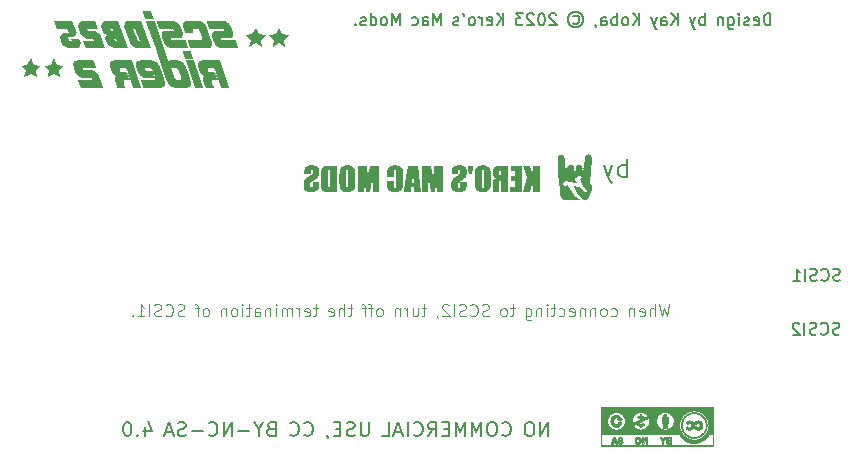
<source format=gbo>
G04 #@! TF.GenerationSoftware,KiCad,Pcbnew,(7.0.0-0)*
G04 #@! TF.CreationDate,2024-01-14T16:53:11+09:00*
G04 #@! TF.ProjectId,SCSIRIDER2_db25:f_gh,53435349-5249-4444-9552-325f64623235,rev?*
G04 #@! TF.SameCoordinates,Original*
G04 #@! TF.FileFunction,Legend,Bot*
G04 #@! TF.FilePolarity,Positive*
%FSLAX46Y46*%
G04 Gerber Fmt 4.6, Leading zero omitted, Abs format (unit mm)*
G04 Created by KiCad (PCBNEW (7.0.0-0)) date 2024-01-14 16:53:11*
%MOMM*%
%LPD*%
G01*
G04 APERTURE LIST*
%ADD10C,0.200000*%
%ADD11C,0.170000*%
%ADD12C,0.003000*%
%ADD13C,0.000000*%
%ADD14C,0.100000*%
%ADD15C,0.150000*%
%ADD16C,4.000000*%
%ADD17R,1.600000X1.600000*%
%ADD18C,1.600000*%
%ADD19C,2.800000*%
%ADD20R,1.700000X1.700000*%
%ADD21O,1.700000X1.700000*%
%ADD22O,1.500000X1.500000*%
G04 APERTURE END LIST*
D10*
X158252857Y-117993571D02*
X158252857Y-116493571D01*
X158252857Y-117065000D02*
X158110000Y-116993571D01*
X158110000Y-116993571D02*
X157824285Y-116993571D01*
X157824285Y-116993571D02*
X157681428Y-117065000D01*
X157681428Y-117065000D02*
X157610000Y-117136428D01*
X157610000Y-117136428D02*
X157538571Y-117279285D01*
X157538571Y-117279285D02*
X157538571Y-117707857D01*
X157538571Y-117707857D02*
X157610000Y-117850714D01*
X157610000Y-117850714D02*
X157681428Y-117922142D01*
X157681428Y-117922142D02*
X157824285Y-117993571D01*
X157824285Y-117993571D02*
X158110000Y-117993571D01*
X158110000Y-117993571D02*
X158252857Y-117922142D01*
X157038571Y-116993571D02*
X156681428Y-117993571D01*
X156324285Y-116993571D02*
X156681428Y-117993571D01*
X156681428Y-117993571D02*
X156824285Y-118350714D01*
X156824285Y-118350714D02*
X156895714Y-118422142D01*
X156895714Y-118422142D02*
X157038571Y-118493571D01*
D11*
X151621428Y-139940857D02*
X151621428Y-138740857D01*
X151621428Y-138740857D02*
X150935714Y-139940857D01*
X150935714Y-139940857D02*
X150935714Y-138740857D01*
X150135714Y-138740857D02*
X149907142Y-138740857D01*
X149907142Y-138740857D02*
X149792857Y-138798000D01*
X149792857Y-138798000D02*
X149678571Y-138912285D01*
X149678571Y-138912285D02*
X149621428Y-139140857D01*
X149621428Y-139140857D02*
X149621428Y-139540857D01*
X149621428Y-139540857D02*
X149678571Y-139769428D01*
X149678571Y-139769428D02*
X149792857Y-139883714D01*
X149792857Y-139883714D02*
X149907142Y-139940857D01*
X149907142Y-139940857D02*
X150135714Y-139940857D01*
X150135714Y-139940857D02*
X150250000Y-139883714D01*
X150250000Y-139883714D02*
X150364285Y-139769428D01*
X150364285Y-139769428D02*
X150421428Y-139540857D01*
X150421428Y-139540857D02*
X150421428Y-139140857D01*
X150421428Y-139140857D02*
X150364285Y-138912285D01*
X150364285Y-138912285D02*
X150250000Y-138798000D01*
X150250000Y-138798000D02*
X150135714Y-138740857D01*
X147701428Y-139826571D02*
X147758571Y-139883714D01*
X147758571Y-139883714D02*
X147929999Y-139940857D01*
X147929999Y-139940857D02*
X148044285Y-139940857D01*
X148044285Y-139940857D02*
X148215714Y-139883714D01*
X148215714Y-139883714D02*
X148329999Y-139769428D01*
X148329999Y-139769428D02*
X148387142Y-139655142D01*
X148387142Y-139655142D02*
X148444285Y-139426571D01*
X148444285Y-139426571D02*
X148444285Y-139255142D01*
X148444285Y-139255142D02*
X148387142Y-139026571D01*
X148387142Y-139026571D02*
X148329999Y-138912285D01*
X148329999Y-138912285D02*
X148215714Y-138798000D01*
X148215714Y-138798000D02*
X148044285Y-138740857D01*
X148044285Y-138740857D02*
X147929999Y-138740857D01*
X147929999Y-138740857D02*
X147758571Y-138798000D01*
X147758571Y-138798000D02*
X147701428Y-138855142D01*
X146958571Y-138740857D02*
X146729999Y-138740857D01*
X146729999Y-138740857D02*
X146615714Y-138798000D01*
X146615714Y-138798000D02*
X146501428Y-138912285D01*
X146501428Y-138912285D02*
X146444285Y-139140857D01*
X146444285Y-139140857D02*
X146444285Y-139540857D01*
X146444285Y-139540857D02*
X146501428Y-139769428D01*
X146501428Y-139769428D02*
X146615714Y-139883714D01*
X146615714Y-139883714D02*
X146729999Y-139940857D01*
X146729999Y-139940857D02*
X146958571Y-139940857D01*
X146958571Y-139940857D02*
X147072857Y-139883714D01*
X147072857Y-139883714D02*
X147187142Y-139769428D01*
X147187142Y-139769428D02*
X147244285Y-139540857D01*
X147244285Y-139540857D02*
X147244285Y-139140857D01*
X147244285Y-139140857D02*
X147187142Y-138912285D01*
X147187142Y-138912285D02*
X147072857Y-138798000D01*
X147072857Y-138798000D02*
X146958571Y-138740857D01*
X145929999Y-139940857D02*
X145929999Y-138740857D01*
X145929999Y-138740857D02*
X145529999Y-139598000D01*
X145529999Y-139598000D02*
X145129999Y-138740857D01*
X145129999Y-138740857D02*
X145129999Y-139940857D01*
X144558570Y-139940857D02*
X144558570Y-138740857D01*
X144558570Y-138740857D02*
X144158570Y-139598000D01*
X144158570Y-139598000D02*
X143758570Y-138740857D01*
X143758570Y-138740857D02*
X143758570Y-139940857D01*
X143187141Y-139312285D02*
X142787141Y-139312285D01*
X142615713Y-139940857D02*
X143187141Y-139940857D01*
X143187141Y-139940857D02*
X143187141Y-138740857D01*
X143187141Y-138740857D02*
X142615713Y-138740857D01*
X141415713Y-139940857D02*
X141815713Y-139369428D01*
X142101427Y-139940857D02*
X142101427Y-138740857D01*
X142101427Y-138740857D02*
X141644284Y-138740857D01*
X141644284Y-138740857D02*
X141529999Y-138798000D01*
X141529999Y-138798000D02*
X141472856Y-138855142D01*
X141472856Y-138855142D02*
X141415713Y-138969428D01*
X141415713Y-138969428D02*
X141415713Y-139140857D01*
X141415713Y-139140857D02*
X141472856Y-139255142D01*
X141472856Y-139255142D02*
X141529999Y-139312285D01*
X141529999Y-139312285D02*
X141644284Y-139369428D01*
X141644284Y-139369428D02*
X142101427Y-139369428D01*
X140215713Y-139826571D02*
X140272856Y-139883714D01*
X140272856Y-139883714D02*
X140444284Y-139940857D01*
X140444284Y-139940857D02*
X140558570Y-139940857D01*
X140558570Y-139940857D02*
X140729999Y-139883714D01*
X140729999Y-139883714D02*
X140844284Y-139769428D01*
X140844284Y-139769428D02*
X140901427Y-139655142D01*
X140901427Y-139655142D02*
X140958570Y-139426571D01*
X140958570Y-139426571D02*
X140958570Y-139255142D01*
X140958570Y-139255142D02*
X140901427Y-139026571D01*
X140901427Y-139026571D02*
X140844284Y-138912285D01*
X140844284Y-138912285D02*
X140729999Y-138798000D01*
X140729999Y-138798000D02*
X140558570Y-138740857D01*
X140558570Y-138740857D02*
X140444284Y-138740857D01*
X140444284Y-138740857D02*
X140272856Y-138798000D01*
X140272856Y-138798000D02*
X140215713Y-138855142D01*
X139701427Y-139940857D02*
X139701427Y-138740857D01*
X139187141Y-139598000D02*
X138615713Y-139598000D01*
X139301427Y-139940857D02*
X138901427Y-138740857D01*
X138901427Y-138740857D02*
X138501427Y-139940857D01*
X137529999Y-139940857D02*
X138101427Y-139940857D01*
X138101427Y-139940857D02*
X138101427Y-138740857D01*
X136409998Y-138740857D02*
X136409998Y-139712285D01*
X136409998Y-139712285D02*
X136352855Y-139826571D01*
X136352855Y-139826571D02*
X136295713Y-139883714D01*
X136295713Y-139883714D02*
X136181427Y-139940857D01*
X136181427Y-139940857D02*
X135952855Y-139940857D01*
X135952855Y-139940857D02*
X135838570Y-139883714D01*
X135838570Y-139883714D02*
X135781427Y-139826571D01*
X135781427Y-139826571D02*
X135724284Y-139712285D01*
X135724284Y-139712285D02*
X135724284Y-138740857D01*
X135209998Y-139883714D02*
X135038570Y-139940857D01*
X135038570Y-139940857D02*
X134752855Y-139940857D01*
X134752855Y-139940857D02*
X134638570Y-139883714D01*
X134638570Y-139883714D02*
X134581427Y-139826571D01*
X134581427Y-139826571D02*
X134524284Y-139712285D01*
X134524284Y-139712285D02*
X134524284Y-139598000D01*
X134524284Y-139598000D02*
X134581427Y-139483714D01*
X134581427Y-139483714D02*
X134638570Y-139426571D01*
X134638570Y-139426571D02*
X134752855Y-139369428D01*
X134752855Y-139369428D02*
X134981427Y-139312285D01*
X134981427Y-139312285D02*
X135095712Y-139255142D01*
X135095712Y-139255142D02*
X135152855Y-139198000D01*
X135152855Y-139198000D02*
X135209998Y-139083714D01*
X135209998Y-139083714D02*
X135209998Y-138969428D01*
X135209998Y-138969428D02*
X135152855Y-138855142D01*
X135152855Y-138855142D02*
X135095712Y-138798000D01*
X135095712Y-138798000D02*
X134981427Y-138740857D01*
X134981427Y-138740857D02*
X134695712Y-138740857D01*
X134695712Y-138740857D02*
X134524284Y-138798000D01*
X134009998Y-139312285D02*
X133609998Y-139312285D01*
X133438570Y-139940857D02*
X134009998Y-139940857D01*
X134009998Y-139940857D02*
X134009998Y-138740857D01*
X134009998Y-138740857D02*
X133438570Y-138740857D01*
X132867141Y-139883714D02*
X132867141Y-139940857D01*
X132867141Y-139940857D02*
X132924284Y-140055142D01*
X132924284Y-140055142D02*
X132981427Y-140112285D01*
X130947141Y-139826571D02*
X131004284Y-139883714D01*
X131004284Y-139883714D02*
X131175712Y-139940857D01*
X131175712Y-139940857D02*
X131289998Y-139940857D01*
X131289998Y-139940857D02*
X131461427Y-139883714D01*
X131461427Y-139883714D02*
X131575712Y-139769428D01*
X131575712Y-139769428D02*
X131632855Y-139655142D01*
X131632855Y-139655142D02*
X131689998Y-139426571D01*
X131689998Y-139426571D02*
X131689998Y-139255142D01*
X131689998Y-139255142D02*
X131632855Y-139026571D01*
X131632855Y-139026571D02*
X131575712Y-138912285D01*
X131575712Y-138912285D02*
X131461427Y-138798000D01*
X131461427Y-138798000D02*
X131289998Y-138740857D01*
X131289998Y-138740857D02*
X131175712Y-138740857D01*
X131175712Y-138740857D02*
X131004284Y-138798000D01*
X131004284Y-138798000D02*
X130947141Y-138855142D01*
X129747141Y-139826571D02*
X129804284Y-139883714D01*
X129804284Y-139883714D02*
X129975712Y-139940857D01*
X129975712Y-139940857D02*
X130089998Y-139940857D01*
X130089998Y-139940857D02*
X130261427Y-139883714D01*
X130261427Y-139883714D02*
X130375712Y-139769428D01*
X130375712Y-139769428D02*
X130432855Y-139655142D01*
X130432855Y-139655142D02*
X130489998Y-139426571D01*
X130489998Y-139426571D02*
X130489998Y-139255142D01*
X130489998Y-139255142D02*
X130432855Y-139026571D01*
X130432855Y-139026571D02*
X130375712Y-138912285D01*
X130375712Y-138912285D02*
X130261427Y-138798000D01*
X130261427Y-138798000D02*
X130089998Y-138740857D01*
X130089998Y-138740857D02*
X129975712Y-138740857D01*
X129975712Y-138740857D02*
X129804284Y-138798000D01*
X129804284Y-138798000D02*
X129747141Y-138855142D01*
X128112855Y-139312285D02*
X127941427Y-139369428D01*
X127941427Y-139369428D02*
X127884284Y-139426571D01*
X127884284Y-139426571D02*
X127827141Y-139540857D01*
X127827141Y-139540857D02*
X127827141Y-139712285D01*
X127827141Y-139712285D02*
X127884284Y-139826571D01*
X127884284Y-139826571D02*
X127941427Y-139883714D01*
X127941427Y-139883714D02*
X128055712Y-139940857D01*
X128055712Y-139940857D02*
X128512855Y-139940857D01*
X128512855Y-139940857D02*
X128512855Y-138740857D01*
X128512855Y-138740857D02*
X128112855Y-138740857D01*
X128112855Y-138740857D02*
X127998570Y-138798000D01*
X127998570Y-138798000D02*
X127941427Y-138855142D01*
X127941427Y-138855142D02*
X127884284Y-138969428D01*
X127884284Y-138969428D02*
X127884284Y-139083714D01*
X127884284Y-139083714D02*
X127941427Y-139198000D01*
X127941427Y-139198000D02*
X127998570Y-139255142D01*
X127998570Y-139255142D02*
X128112855Y-139312285D01*
X128112855Y-139312285D02*
X128512855Y-139312285D01*
X127084284Y-139369428D02*
X127084284Y-139940857D01*
X127484284Y-138740857D02*
X127084284Y-139369428D01*
X127084284Y-139369428D02*
X126684284Y-138740857D01*
X126284284Y-139483714D02*
X125369999Y-139483714D01*
X124798570Y-139940857D02*
X124798570Y-138740857D01*
X124798570Y-138740857D02*
X124112856Y-139940857D01*
X124112856Y-139940857D02*
X124112856Y-138740857D01*
X122855713Y-139826571D02*
X122912856Y-139883714D01*
X122912856Y-139883714D02*
X123084284Y-139940857D01*
X123084284Y-139940857D02*
X123198570Y-139940857D01*
X123198570Y-139940857D02*
X123369999Y-139883714D01*
X123369999Y-139883714D02*
X123484284Y-139769428D01*
X123484284Y-139769428D02*
X123541427Y-139655142D01*
X123541427Y-139655142D02*
X123598570Y-139426571D01*
X123598570Y-139426571D02*
X123598570Y-139255142D01*
X123598570Y-139255142D02*
X123541427Y-139026571D01*
X123541427Y-139026571D02*
X123484284Y-138912285D01*
X123484284Y-138912285D02*
X123369999Y-138798000D01*
X123369999Y-138798000D02*
X123198570Y-138740857D01*
X123198570Y-138740857D02*
X123084284Y-138740857D01*
X123084284Y-138740857D02*
X122912856Y-138798000D01*
X122912856Y-138798000D02*
X122855713Y-138855142D01*
X122341427Y-139483714D02*
X121427142Y-139483714D01*
X120912856Y-139883714D02*
X120741428Y-139940857D01*
X120741428Y-139940857D02*
X120455713Y-139940857D01*
X120455713Y-139940857D02*
X120341428Y-139883714D01*
X120341428Y-139883714D02*
X120284285Y-139826571D01*
X120284285Y-139826571D02*
X120227142Y-139712285D01*
X120227142Y-139712285D02*
X120227142Y-139598000D01*
X120227142Y-139598000D02*
X120284285Y-139483714D01*
X120284285Y-139483714D02*
X120341428Y-139426571D01*
X120341428Y-139426571D02*
X120455713Y-139369428D01*
X120455713Y-139369428D02*
X120684285Y-139312285D01*
X120684285Y-139312285D02*
X120798570Y-139255142D01*
X120798570Y-139255142D02*
X120855713Y-139198000D01*
X120855713Y-139198000D02*
X120912856Y-139083714D01*
X120912856Y-139083714D02*
X120912856Y-138969428D01*
X120912856Y-138969428D02*
X120855713Y-138855142D01*
X120855713Y-138855142D02*
X120798570Y-138798000D01*
X120798570Y-138798000D02*
X120684285Y-138740857D01*
X120684285Y-138740857D02*
X120398570Y-138740857D01*
X120398570Y-138740857D02*
X120227142Y-138798000D01*
X119769999Y-139598000D02*
X119198571Y-139598000D01*
X119884285Y-139940857D02*
X119484285Y-138740857D01*
X119484285Y-138740857D02*
X119084285Y-139940857D01*
X117450000Y-139140857D02*
X117450000Y-139940857D01*
X117735714Y-138683714D02*
X118021428Y-139540857D01*
X118021428Y-139540857D02*
X117278571Y-139540857D01*
X116821428Y-139826571D02*
X116764285Y-139883714D01*
X116764285Y-139883714D02*
X116821428Y-139940857D01*
X116821428Y-139940857D02*
X116878571Y-139883714D01*
X116878571Y-139883714D02*
X116821428Y-139826571D01*
X116821428Y-139826571D02*
X116821428Y-139940857D01*
X116021428Y-138740857D02*
X115907142Y-138740857D01*
X115907142Y-138740857D02*
X115792856Y-138798000D01*
X115792856Y-138798000D02*
X115735714Y-138855142D01*
X115735714Y-138855142D02*
X115678571Y-138969428D01*
X115678571Y-138969428D02*
X115621428Y-139198000D01*
X115621428Y-139198000D02*
X115621428Y-139483714D01*
X115621428Y-139483714D02*
X115678571Y-139712285D01*
X115678571Y-139712285D02*
X115735714Y-139826571D01*
X115735714Y-139826571D02*
X115792856Y-139883714D01*
X115792856Y-139883714D02*
X115907142Y-139940857D01*
X115907142Y-139940857D02*
X116021428Y-139940857D01*
X116021428Y-139940857D02*
X116135714Y-139883714D01*
X116135714Y-139883714D02*
X116192856Y-139826571D01*
X116192856Y-139826571D02*
X116249999Y-139712285D01*
X116249999Y-139712285D02*
X116307142Y-139483714D01*
X116307142Y-139483714D02*
X116307142Y-139198000D01*
X116307142Y-139198000D02*
X116249999Y-138969428D01*
X116249999Y-138969428D02*
X116192856Y-138855142D01*
X116192856Y-138855142D02*
X116135714Y-138798000D01*
X116135714Y-138798000D02*
X116021428Y-138740857D01*
D12*
G36*
X163577615Y-138619439D02*
G01*
X163596690Y-138620659D01*
X163615328Y-138622692D01*
X163633530Y-138625539D01*
X163651296Y-138629200D01*
X163668626Y-138633675D01*
X163685519Y-138638963D01*
X163701976Y-138645065D01*
X163717996Y-138651982D01*
X163733580Y-138659713D01*
X163748726Y-138668258D01*
X163763436Y-138677617D01*
X163777709Y-138687791D01*
X163791545Y-138698780D01*
X163804944Y-138710583D01*
X163817905Y-138723201D01*
X163830286Y-138736510D01*
X163841868Y-138750388D01*
X163852649Y-138764834D01*
X163862630Y-138779849D01*
X163871812Y-138795433D01*
X163880194Y-138811585D01*
X163887777Y-138828307D01*
X163894560Y-138845598D01*
X163900545Y-138863459D01*
X163905731Y-138881890D01*
X163910119Y-138900890D01*
X163913709Y-138920461D01*
X163916500Y-138940603D01*
X163918494Y-138961315D01*
X163919690Y-138982598D01*
X163920089Y-139004452D01*
X163919696Y-139026676D01*
X163918517Y-139048297D01*
X163916552Y-139069314D01*
X163913802Y-139089726D01*
X163910266Y-139109533D01*
X163905945Y-139128734D01*
X163900838Y-139147329D01*
X163894947Y-139165318D01*
X163888270Y-139182701D01*
X163880808Y-139199476D01*
X163872561Y-139215643D01*
X163863529Y-139231203D01*
X163853713Y-139246154D01*
X163843112Y-139260497D01*
X163831727Y-139274230D01*
X163819557Y-139287354D01*
X163806711Y-139299772D01*
X163793350Y-139311391D01*
X163779474Y-139322208D01*
X163765082Y-139332225D01*
X163750173Y-139341442D01*
X163734748Y-139349857D01*
X163718805Y-139357472D01*
X163702345Y-139364285D01*
X163685366Y-139370297D01*
X163667869Y-139375508D01*
X163649854Y-139379918D01*
X163631319Y-139383526D01*
X163612264Y-139386332D01*
X163592689Y-139388337D01*
X163572593Y-139389540D01*
X163551977Y-139389941D01*
X163525338Y-139389188D01*
X163499541Y-139386929D01*
X163474588Y-139383165D01*
X163450478Y-139377895D01*
X163427213Y-139371119D01*
X163404791Y-139362837D01*
X163383215Y-139353049D01*
X163362484Y-139341754D01*
X163342598Y-139328954D01*
X163323558Y-139314646D01*
X163305365Y-139298833D01*
X163288018Y-139281512D01*
X163271519Y-139262685D01*
X163255867Y-139242351D01*
X163241063Y-139220510D01*
X163227108Y-139197162D01*
X163382244Y-139116401D01*
X163387909Y-139129456D01*
X163394085Y-139141665D01*
X163397366Y-139147453D01*
X163400773Y-139153030D01*
X163404309Y-139158395D01*
X163407972Y-139163550D01*
X163411763Y-139168494D01*
X163415682Y-139173226D01*
X163419728Y-139177748D01*
X163423902Y-139182059D01*
X163428204Y-139186159D01*
X163432633Y-139190049D01*
X163437190Y-139193728D01*
X163441874Y-139197196D01*
X163446685Y-139200453D01*
X163451625Y-139203500D01*
X163456691Y-139206337D01*
X163461885Y-139208963D01*
X163467207Y-139211379D01*
X163472656Y-139213584D01*
X163478232Y-139215579D01*
X163483935Y-139217364D01*
X163489766Y-139218939D01*
X163495724Y-139220303D01*
X163501809Y-139221458D01*
X163508022Y-139222402D01*
X163514362Y-139223137D01*
X163520828Y-139223661D01*
X163534143Y-139224081D01*
X163544444Y-139223866D01*
X163554418Y-139223219D01*
X163564065Y-139222142D01*
X163573385Y-139220634D01*
X163582378Y-139218694D01*
X163591045Y-139216324D01*
X163599384Y-139213522D01*
X163607397Y-139210290D01*
X163615083Y-139206626D01*
X163622442Y-139202530D01*
X163629474Y-139198004D01*
X163636179Y-139193046D01*
X163642557Y-139187656D01*
X163648608Y-139181835D01*
X163654332Y-139175582D01*
X163659730Y-139168898D01*
X163664800Y-139161782D01*
X163669543Y-139154235D01*
X163673959Y-139146255D01*
X163678048Y-139137844D01*
X163681810Y-139129001D01*
X163685245Y-139119726D01*
X163688353Y-139110020D01*
X163691134Y-139099881D01*
X163693588Y-139089310D01*
X163695714Y-139078307D01*
X163697514Y-139066872D01*
X163698986Y-139055004D01*
X163700131Y-139042705D01*
X163700949Y-139029973D01*
X163701440Y-139016808D01*
X163701604Y-139003211D01*
X163700950Y-138976461D01*
X163698989Y-138951436D01*
X163695720Y-138928136D01*
X163691144Y-138906561D01*
X163685259Y-138886711D01*
X163681826Y-138877434D01*
X163678066Y-138868588D01*
X163673979Y-138860173D01*
X163669565Y-138852189D01*
X163664824Y-138844637D01*
X163659755Y-138837517D01*
X163654359Y-138830828D01*
X163648636Y-138824570D01*
X163642586Y-138818744D01*
X163636209Y-138813349D01*
X163629504Y-138808386D01*
X163622472Y-138803855D01*
X163615113Y-138799754D01*
X163607426Y-138796086D01*
X163599412Y-138792849D01*
X163591070Y-138790043D01*
X163582401Y-138787669D01*
X163573405Y-138785727D01*
X163564081Y-138784216D01*
X163554429Y-138783137D01*
X163544450Y-138782490D01*
X163534143Y-138782274D01*
X163523079Y-138782670D01*
X163512352Y-138783859D01*
X163501963Y-138785839D01*
X163496895Y-138787127D01*
X163491911Y-138788613D01*
X163487012Y-138790296D01*
X163482198Y-138792178D01*
X163477467Y-138794258D01*
X163472822Y-138796536D01*
X163468260Y-138799012D01*
X163463784Y-138801686D01*
X163459392Y-138804558D01*
X163455084Y-138807628D01*
X163446722Y-138814363D01*
X163438699Y-138821889D01*
X163431014Y-138830209D01*
X163423668Y-138839320D01*
X163416660Y-138849224D01*
X163409991Y-138859920D01*
X163403660Y-138871409D01*
X163397669Y-138883690D01*
X163230276Y-138799624D01*
X163236581Y-138788517D01*
X163243140Y-138777763D01*
X163249953Y-138767361D01*
X163257021Y-138757311D01*
X163264342Y-138747613D01*
X163271918Y-138738268D01*
X163279748Y-138729275D01*
X163287832Y-138720634D01*
X163296171Y-138712346D01*
X163304763Y-138704410D01*
X163313610Y-138696827D01*
X163322711Y-138689596D01*
X163332066Y-138682717D01*
X163341675Y-138676192D01*
X163351539Y-138670018D01*
X163361656Y-138664197D01*
X163372028Y-138658729D01*
X163382654Y-138653613D01*
X163393534Y-138648850D01*
X163404668Y-138644440D01*
X163416057Y-138640382D01*
X163427699Y-138636677D01*
X163439596Y-138633325D01*
X163451747Y-138630325D01*
X163464152Y-138627679D01*
X163476811Y-138625385D01*
X163489725Y-138623444D01*
X163502893Y-138621856D01*
X163516314Y-138620620D01*
X163529991Y-138619738D01*
X163558105Y-138619032D01*
X163577615Y-138619439D01*
G37*
X163577615Y-138619439D02*
X163596690Y-138620659D01*
X163615328Y-138622692D01*
X163633530Y-138625539D01*
X163651296Y-138629200D01*
X163668626Y-138633675D01*
X163685519Y-138638963D01*
X163701976Y-138645065D01*
X163717996Y-138651982D01*
X163733580Y-138659713D01*
X163748726Y-138668258D01*
X163763436Y-138677617D01*
X163777709Y-138687791D01*
X163791545Y-138698780D01*
X163804944Y-138710583D01*
X163817905Y-138723201D01*
X163830286Y-138736510D01*
X163841868Y-138750388D01*
X163852649Y-138764834D01*
X163862630Y-138779849D01*
X163871812Y-138795433D01*
X163880194Y-138811585D01*
X163887777Y-138828307D01*
X163894560Y-138845598D01*
X163900545Y-138863459D01*
X163905731Y-138881890D01*
X163910119Y-138900890D01*
X163913709Y-138920461D01*
X163916500Y-138940603D01*
X163918494Y-138961315D01*
X163919690Y-138982598D01*
X163920089Y-139004452D01*
X163919696Y-139026676D01*
X163918517Y-139048297D01*
X163916552Y-139069314D01*
X163913802Y-139089726D01*
X163910266Y-139109533D01*
X163905945Y-139128734D01*
X163900838Y-139147329D01*
X163894947Y-139165318D01*
X163888270Y-139182701D01*
X163880808Y-139199476D01*
X163872561Y-139215643D01*
X163863529Y-139231203D01*
X163853713Y-139246154D01*
X163843112Y-139260497D01*
X163831727Y-139274230D01*
X163819557Y-139287354D01*
X163806711Y-139299772D01*
X163793350Y-139311391D01*
X163779474Y-139322208D01*
X163765082Y-139332225D01*
X163750173Y-139341442D01*
X163734748Y-139349857D01*
X163718805Y-139357472D01*
X163702345Y-139364285D01*
X163685366Y-139370297D01*
X163667869Y-139375508D01*
X163649854Y-139379918D01*
X163631319Y-139383526D01*
X163612264Y-139386332D01*
X163592689Y-139388337D01*
X163572593Y-139389540D01*
X163551977Y-139389941D01*
X163525338Y-139389188D01*
X163499541Y-139386929D01*
X163474588Y-139383165D01*
X163450478Y-139377895D01*
X163427213Y-139371119D01*
X163404791Y-139362837D01*
X163383215Y-139353049D01*
X163362484Y-139341754D01*
X163342598Y-139328954D01*
X163323558Y-139314646D01*
X163305365Y-139298833D01*
X163288018Y-139281512D01*
X163271519Y-139262685D01*
X163255867Y-139242351D01*
X163241063Y-139220510D01*
X163227108Y-139197162D01*
X163382244Y-139116401D01*
X163387909Y-139129456D01*
X163394085Y-139141665D01*
X163397366Y-139147453D01*
X163400773Y-139153030D01*
X163404309Y-139158395D01*
X163407972Y-139163550D01*
X163411763Y-139168494D01*
X163415682Y-139173226D01*
X163419728Y-139177748D01*
X163423902Y-139182059D01*
X163428204Y-139186159D01*
X163432633Y-139190049D01*
X163437190Y-139193728D01*
X163441874Y-139197196D01*
X163446685Y-139200453D01*
X163451625Y-139203500D01*
X163456691Y-139206337D01*
X163461885Y-139208963D01*
X163467207Y-139211379D01*
X163472656Y-139213584D01*
X163478232Y-139215579D01*
X163483935Y-139217364D01*
X163489766Y-139218939D01*
X163495724Y-139220303D01*
X163501809Y-139221458D01*
X163508022Y-139222402D01*
X163514362Y-139223137D01*
X163520828Y-139223661D01*
X163534143Y-139224081D01*
X163544444Y-139223866D01*
X163554418Y-139223219D01*
X163564065Y-139222142D01*
X163573385Y-139220634D01*
X163582378Y-139218694D01*
X163591045Y-139216324D01*
X163599384Y-139213522D01*
X163607397Y-139210290D01*
X163615083Y-139206626D01*
X163622442Y-139202530D01*
X163629474Y-139198004D01*
X163636179Y-139193046D01*
X163642557Y-139187656D01*
X163648608Y-139181835D01*
X163654332Y-139175582D01*
X163659730Y-139168898D01*
X163664800Y-139161782D01*
X163669543Y-139154235D01*
X163673959Y-139146255D01*
X163678048Y-139137844D01*
X163681810Y-139129001D01*
X163685245Y-139119726D01*
X163688353Y-139110020D01*
X163691134Y-139099881D01*
X163693588Y-139089310D01*
X163695714Y-139078307D01*
X163697514Y-139066872D01*
X163698986Y-139055004D01*
X163700131Y-139042705D01*
X163700949Y-139029973D01*
X163701440Y-139016808D01*
X163701604Y-139003211D01*
X163700950Y-138976461D01*
X163698989Y-138951436D01*
X163695720Y-138928136D01*
X163691144Y-138906561D01*
X163685259Y-138886711D01*
X163681826Y-138877434D01*
X163678066Y-138868588D01*
X163673979Y-138860173D01*
X163669565Y-138852189D01*
X163664824Y-138844637D01*
X163659755Y-138837517D01*
X163654359Y-138830828D01*
X163648636Y-138824570D01*
X163642586Y-138818744D01*
X163636209Y-138813349D01*
X163629504Y-138808386D01*
X163622472Y-138803855D01*
X163615113Y-138799754D01*
X163607426Y-138796086D01*
X163599412Y-138792849D01*
X163591070Y-138790043D01*
X163582401Y-138787669D01*
X163573405Y-138785727D01*
X163564081Y-138784216D01*
X163554429Y-138783137D01*
X163544450Y-138782490D01*
X163534143Y-138782274D01*
X163523079Y-138782670D01*
X163512352Y-138783859D01*
X163501963Y-138785839D01*
X163496895Y-138787127D01*
X163491911Y-138788613D01*
X163487012Y-138790296D01*
X163482198Y-138792178D01*
X163477467Y-138794258D01*
X163472822Y-138796536D01*
X163468260Y-138799012D01*
X163463784Y-138801686D01*
X163459392Y-138804558D01*
X163455084Y-138807628D01*
X163446722Y-138814363D01*
X163438699Y-138821889D01*
X163431014Y-138830209D01*
X163423668Y-138839320D01*
X163416660Y-138849224D01*
X163409991Y-138859920D01*
X163403660Y-138871409D01*
X163397669Y-138883690D01*
X163230276Y-138799624D01*
X163236581Y-138788517D01*
X163243140Y-138777763D01*
X163249953Y-138767361D01*
X163257021Y-138757311D01*
X163264342Y-138747613D01*
X163271918Y-138738268D01*
X163279748Y-138729275D01*
X163287832Y-138720634D01*
X163296171Y-138712346D01*
X163304763Y-138704410D01*
X163313610Y-138696827D01*
X163322711Y-138689596D01*
X163332066Y-138682717D01*
X163341675Y-138676192D01*
X163351539Y-138670018D01*
X163361656Y-138664197D01*
X163372028Y-138658729D01*
X163382654Y-138653613D01*
X163393534Y-138648850D01*
X163404668Y-138644440D01*
X163416057Y-138640382D01*
X163427699Y-138636677D01*
X163439596Y-138633325D01*
X163451747Y-138630325D01*
X163464152Y-138627679D01*
X163476811Y-138625385D01*
X163489725Y-138623444D01*
X163502893Y-138621856D01*
X163516314Y-138620620D01*
X163529991Y-138619738D01*
X163558105Y-138619032D01*
X163577615Y-138619439D01*
G36*
X164294762Y-138619439D02*
G01*
X164313528Y-138620659D01*
X164331895Y-138622692D01*
X164349861Y-138625539D01*
X164367429Y-138629200D01*
X164384597Y-138633675D01*
X164401366Y-138638963D01*
X164417736Y-138645065D01*
X164433708Y-138651982D01*
X164449281Y-138659713D01*
X164464456Y-138668258D01*
X164479233Y-138677617D01*
X164493612Y-138687791D01*
X164507593Y-138698780D01*
X164521177Y-138710583D01*
X164534363Y-138723201D01*
X164546922Y-138736510D01*
X164558671Y-138750388D01*
X164569611Y-138764834D01*
X164579743Y-138779849D01*
X164589065Y-138795433D01*
X164597577Y-138811585D01*
X164605279Y-138828307D01*
X164612172Y-138845598D01*
X164618255Y-138863459D01*
X164623527Y-138881890D01*
X164627988Y-138900890D01*
X164631639Y-138920461D01*
X164634479Y-138940603D01*
X164636508Y-138961315D01*
X164637725Y-138982598D01*
X164638131Y-139004452D01*
X164637738Y-139026676D01*
X164636559Y-139048297D01*
X164634593Y-139069314D01*
X164631841Y-139089726D01*
X164628302Y-139109533D01*
X164623976Y-139128734D01*
X164618863Y-139147329D01*
X164612963Y-139165318D01*
X164606275Y-139182701D01*
X164598799Y-139199476D01*
X164590536Y-139215643D01*
X164581484Y-139231203D01*
X164571644Y-139246154D01*
X164561015Y-139260497D01*
X164549597Y-139274230D01*
X164537391Y-139287354D01*
X164524555Y-139299772D01*
X164511196Y-139311391D01*
X164497315Y-139322208D01*
X164482911Y-139332225D01*
X164467986Y-139341442D01*
X164452538Y-139349857D01*
X164436569Y-139357472D01*
X164420078Y-139364285D01*
X164403066Y-139370297D01*
X164385532Y-139375508D01*
X164367478Y-139379918D01*
X164348903Y-139383526D01*
X164329807Y-139386332D01*
X164310191Y-139388337D01*
X164290055Y-139389540D01*
X164269399Y-139389941D01*
X164242697Y-139389188D01*
X164216845Y-139386929D01*
X164191841Y-139383165D01*
X164167685Y-139377895D01*
X164144378Y-139371119D01*
X164121920Y-139362837D01*
X164100310Y-139353049D01*
X164079548Y-139341754D01*
X164059634Y-139328954D01*
X164040568Y-139314646D01*
X164022350Y-139298833D01*
X164004980Y-139281512D01*
X163988458Y-139262685D01*
X163972784Y-139242351D01*
X163957957Y-139220510D01*
X163943978Y-139197162D01*
X164095669Y-139116401D01*
X164101708Y-139129456D01*
X164108233Y-139141665D01*
X164115244Y-139153030D01*
X164118931Y-139158395D01*
X164122739Y-139163550D01*
X164126669Y-139168494D01*
X164130720Y-139173226D01*
X164134892Y-139177748D01*
X164139185Y-139182059D01*
X164143600Y-139186159D01*
X164148135Y-139190049D01*
X164152792Y-139193728D01*
X164157570Y-139197196D01*
X164162469Y-139200453D01*
X164167489Y-139203500D01*
X164172630Y-139206337D01*
X164177892Y-139208963D01*
X164183275Y-139211379D01*
X164188778Y-139213584D01*
X164194403Y-139215579D01*
X164200148Y-139217364D01*
X164206015Y-139218939D01*
X164212002Y-139220303D01*
X164218110Y-139221458D01*
X164224339Y-139222402D01*
X164230688Y-139223137D01*
X164237159Y-139223661D01*
X164250461Y-139224081D01*
X164260565Y-139223866D01*
X164270346Y-139223219D01*
X164279807Y-139222142D01*
X164288946Y-139220634D01*
X164297763Y-139218694D01*
X164306259Y-139216324D01*
X164314434Y-139213522D01*
X164322288Y-139210290D01*
X164329821Y-139206626D01*
X164337032Y-139202530D01*
X164343922Y-139198004D01*
X164350492Y-139193046D01*
X164356740Y-139187656D01*
X164362667Y-139181835D01*
X164368274Y-139175582D01*
X164373560Y-139168898D01*
X164378525Y-139161782D01*
X164383169Y-139154235D01*
X164387493Y-139146255D01*
X164391496Y-139137844D01*
X164395178Y-139129001D01*
X164398540Y-139119726D01*
X164401582Y-139110020D01*
X164404303Y-139099881D01*
X164406704Y-139089310D01*
X164408784Y-139078307D01*
X164410545Y-139066872D01*
X164411985Y-139055004D01*
X164413105Y-139042705D01*
X164413905Y-139029973D01*
X164414385Y-139016808D01*
X164414545Y-139003211D01*
X164413904Y-138976461D01*
X164411982Y-138951436D01*
X164408778Y-138928136D01*
X164404293Y-138906561D01*
X164398526Y-138886711D01*
X164395161Y-138877434D01*
X164391477Y-138868588D01*
X164387471Y-138860173D01*
X164383146Y-138852189D01*
X164378499Y-138844637D01*
X164373532Y-138837517D01*
X164368245Y-138830828D01*
X164362637Y-138824570D01*
X164356709Y-138818744D01*
X164350460Y-138813349D01*
X164343890Y-138808386D01*
X164337000Y-138803855D01*
X164329789Y-138799754D01*
X164322257Y-138796086D01*
X164314405Y-138792849D01*
X164306232Y-138790043D01*
X164297739Y-138787669D01*
X164288925Y-138785727D01*
X164279790Y-138784216D01*
X164270334Y-138783137D01*
X164260558Y-138782490D01*
X164250461Y-138782274D01*
X164239047Y-138782670D01*
X164227993Y-138783859D01*
X164217299Y-138785839D01*
X164206967Y-138788613D01*
X164201936Y-138790296D01*
X164196995Y-138792178D01*
X164192145Y-138794258D01*
X164187385Y-138796536D01*
X164182716Y-138799012D01*
X164178137Y-138801686D01*
X164169251Y-138807628D01*
X164160727Y-138814363D01*
X164152566Y-138821889D01*
X164144768Y-138830209D01*
X164137333Y-138839320D01*
X164130261Y-138849224D01*
X164123553Y-138859920D01*
X164117210Y-138871409D01*
X164111230Y-138883690D01*
X163947010Y-138799624D01*
X163953353Y-138788517D01*
X163959948Y-138777763D01*
X163966794Y-138767361D01*
X163973893Y-138757311D01*
X163981244Y-138747613D01*
X163988848Y-138738268D01*
X163996704Y-138729275D01*
X164004812Y-138720634D01*
X164013174Y-138712346D01*
X164021788Y-138704410D01*
X164030656Y-138696827D01*
X164039777Y-138689596D01*
X164049151Y-138682717D01*
X164058779Y-138676192D01*
X164068660Y-138670018D01*
X164078796Y-138664197D01*
X164089185Y-138658729D01*
X164099828Y-138653613D01*
X164110726Y-138648850D01*
X164121878Y-138644440D01*
X164133284Y-138640382D01*
X164144946Y-138636677D01*
X164156862Y-138633325D01*
X164169033Y-138630325D01*
X164181459Y-138627679D01*
X164194140Y-138625385D01*
X164207077Y-138623444D01*
X164220269Y-138621856D01*
X164233717Y-138620620D01*
X164247420Y-138619738D01*
X164275595Y-138619032D01*
X164294762Y-138619439D01*
G37*
X164294762Y-138619439D02*
X164313528Y-138620659D01*
X164331895Y-138622692D01*
X164349861Y-138625539D01*
X164367429Y-138629200D01*
X164384597Y-138633675D01*
X164401366Y-138638963D01*
X164417736Y-138645065D01*
X164433708Y-138651982D01*
X164449281Y-138659713D01*
X164464456Y-138668258D01*
X164479233Y-138677617D01*
X164493612Y-138687791D01*
X164507593Y-138698780D01*
X164521177Y-138710583D01*
X164534363Y-138723201D01*
X164546922Y-138736510D01*
X164558671Y-138750388D01*
X164569611Y-138764834D01*
X164579743Y-138779849D01*
X164589065Y-138795433D01*
X164597577Y-138811585D01*
X164605279Y-138828307D01*
X164612172Y-138845598D01*
X164618255Y-138863459D01*
X164623527Y-138881890D01*
X164627988Y-138900890D01*
X164631639Y-138920461D01*
X164634479Y-138940603D01*
X164636508Y-138961315D01*
X164637725Y-138982598D01*
X164638131Y-139004452D01*
X164637738Y-139026676D01*
X164636559Y-139048297D01*
X164634593Y-139069314D01*
X164631841Y-139089726D01*
X164628302Y-139109533D01*
X164623976Y-139128734D01*
X164618863Y-139147329D01*
X164612963Y-139165318D01*
X164606275Y-139182701D01*
X164598799Y-139199476D01*
X164590536Y-139215643D01*
X164581484Y-139231203D01*
X164571644Y-139246154D01*
X164561015Y-139260497D01*
X164549597Y-139274230D01*
X164537391Y-139287354D01*
X164524555Y-139299772D01*
X164511196Y-139311391D01*
X164497315Y-139322208D01*
X164482911Y-139332225D01*
X164467986Y-139341442D01*
X164452538Y-139349857D01*
X164436569Y-139357472D01*
X164420078Y-139364285D01*
X164403066Y-139370297D01*
X164385532Y-139375508D01*
X164367478Y-139379918D01*
X164348903Y-139383526D01*
X164329807Y-139386332D01*
X164310191Y-139388337D01*
X164290055Y-139389540D01*
X164269399Y-139389941D01*
X164242697Y-139389188D01*
X164216845Y-139386929D01*
X164191841Y-139383165D01*
X164167685Y-139377895D01*
X164144378Y-139371119D01*
X164121920Y-139362837D01*
X164100310Y-139353049D01*
X164079548Y-139341754D01*
X164059634Y-139328954D01*
X164040568Y-139314646D01*
X164022350Y-139298833D01*
X164004980Y-139281512D01*
X163988458Y-139262685D01*
X163972784Y-139242351D01*
X163957957Y-139220510D01*
X163943978Y-139197162D01*
X164095669Y-139116401D01*
X164101708Y-139129456D01*
X164108233Y-139141665D01*
X164115244Y-139153030D01*
X164118931Y-139158395D01*
X164122739Y-139163550D01*
X164126669Y-139168494D01*
X164130720Y-139173226D01*
X164134892Y-139177748D01*
X164139185Y-139182059D01*
X164143600Y-139186159D01*
X164148135Y-139190049D01*
X164152792Y-139193728D01*
X164157570Y-139197196D01*
X164162469Y-139200453D01*
X164167489Y-139203500D01*
X164172630Y-139206337D01*
X164177892Y-139208963D01*
X164183275Y-139211379D01*
X164188778Y-139213584D01*
X164194403Y-139215579D01*
X164200148Y-139217364D01*
X164206015Y-139218939D01*
X164212002Y-139220303D01*
X164218110Y-139221458D01*
X164224339Y-139222402D01*
X164230688Y-139223137D01*
X164237159Y-139223661D01*
X164250461Y-139224081D01*
X164260565Y-139223866D01*
X164270346Y-139223219D01*
X164279807Y-139222142D01*
X164288946Y-139220634D01*
X164297763Y-139218694D01*
X164306259Y-139216324D01*
X164314434Y-139213522D01*
X164322288Y-139210290D01*
X164329821Y-139206626D01*
X164337032Y-139202530D01*
X164343922Y-139198004D01*
X164350492Y-139193046D01*
X164356740Y-139187656D01*
X164362667Y-139181835D01*
X164368274Y-139175582D01*
X164373560Y-139168898D01*
X164378525Y-139161782D01*
X164383169Y-139154235D01*
X164387493Y-139146255D01*
X164391496Y-139137844D01*
X164395178Y-139129001D01*
X164398540Y-139119726D01*
X164401582Y-139110020D01*
X164404303Y-139099881D01*
X164406704Y-139089310D01*
X164408784Y-139078307D01*
X164410545Y-139066872D01*
X164411985Y-139055004D01*
X164413105Y-139042705D01*
X164413905Y-139029973D01*
X164414385Y-139016808D01*
X164414545Y-139003211D01*
X164413904Y-138976461D01*
X164411982Y-138951436D01*
X164408778Y-138928136D01*
X164404293Y-138906561D01*
X164398526Y-138886711D01*
X164395161Y-138877434D01*
X164391477Y-138868588D01*
X164387471Y-138860173D01*
X164383146Y-138852189D01*
X164378499Y-138844637D01*
X164373532Y-138837517D01*
X164368245Y-138830828D01*
X164362637Y-138824570D01*
X164356709Y-138818744D01*
X164350460Y-138813349D01*
X164343890Y-138808386D01*
X164337000Y-138803855D01*
X164329789Y-138799754D01*
X164322257Y-138796086D01*
X164314405Y-138792849D01*
X164306232Y-138790043D01*
X164297739Y-138787669D01*
X164288925Y-138785727D01*
X164279790Y-138784216D01*
X164270334Y-138783137D01*
X164260558Y-138782490D01*
X164250461Y-138782274D01*
X164239047Y-138782670D01*
X164227993Y-138783859D01*
X164217299Y-138785839D01*
X164206967Y-138788613D01*
X164201936Y-138790296D01*
X164196995Y-138792178D01*
X164192145Y-138794258D01*
X164187385Y-138796536D01*
X164182716Y-138799012D01*
X164178137Y-138801686D01*
X164169251Y-138807628D01*
X164160727Y-138814363D01*
X164152566Y-138821889D01*
X164144768Y-138830209D01*
X164137333Y-138839320D01*
X164130261Y-138849224D01*
X164123553Y-138859920D01*
X164117210Y-138871409D01*
X164111230Y-138883690D01*
X163947010Y-138799624D01*
X163953353Y-138788517D01*
X163959948Y-138777763D01*
X163966794Y-138767361D01*
X163973893Y-138757311D01*
X163981244Y-138747613D01*
X163988848Y-138738268D01*
X163996704Y-138729275D01*
X164004812Y-138720634D01*
X164013174Y-138712346D01*
X164021788Y-138704410D01*
X164030656Y-138696827D01*
X164039777Y-138689596D01*
X164049151Y-138682717D01*
X164058779Y-138676192D01*
X164068660Y-138670018D01*
X164078796Y-138664197D01*
X164089185Y-138658729D01*
X164099828Y-138653613D01*
X164110726Y-138648850D01*
X164121878Y-138644440D01*
X164133284Y-138640382D01*
X164144946Y-138636677D01*
X164156862Y-138633325D01*
X164169033Y-138630325D01*
X164181459Y-138627679D01*
X164194140Y-138625385D01*
X164207077Y-138623444D01*
X164220269Y-138621856D01*
X164233717Y-138620620D01*
X164247420Y-138619738D01*
X164275595Y-138619032D01*
X164294762Y-138619439D01*
G36*
X156066060Y-137755211D02*
G01*
X156084911Y-137755211D01*
X156095954Y-140718215D01*
X165547674Y-140718215D01*
X165547674Y-137744248D01*
X165547476Y-137719474D01*
X165546699Y-137695100D01*
X165545068Y-137671291D01*
X165542305Y-137648213D01*
X165538135Y-137626030D01*
X165535437Y-137615326D01*
X165532283Y-137604908D01*
X165528639Y-137594797D01*
X165524472Y-137585013D01*
X165519745Y-137575576D01*
X165514426Y-137566508D01*
X165508479Y-137557829D01*
X165501869Y-137549560D01*
X165494563Y-137541721D01*
X165486526Y-137534334D01*
X165477724Y-137527418D01*
X165468121Y-137520994D01*
X165457683Y-137515084D01*
X165446377Y-137509707D01*
X165434166Y-137504885D01*
X165421018Y-137500638D01*
X165406897Y-137496986D01*
X165391770Y-137493950D01*
X165375600Y-137491552D01*
X165358355Y-137489811D01*
X165339999Y-137488748D01*
X165320498Y-137488385D01*
X156323055Y-137504317D01*
X156276722Y-137504044D01*
X156254387Y-137504376D01*
X156232799Y-137505620D01*
X156212105Y-137508225D01*
X156202138Y-137510178D01*
X156192449Y-137512640D01*
X156183055Y-137515667D01*
X156173976Y-137519315D01*
X156165228Y-137523640D01*
X156156831Y-137528699D01*
X156148802Y-137534547D01*
X156141160Y-137541241D01*
X156133922Y-137548837D01*
X156127108Y-137557390D01*
X156120734Y-137566959D01*
X156114819Y-137577597D01*
X156109381Y-137589362D01*
X156104439Y-137602310D01*
X156100010Y-137616497D01*
X156096113Y-137631978D01*
X156092766Y-137648811D01*
X156089986Y-137667052D01*
X156087793Y-137686756D01*
X156086204Y-137707979D01*
X156085237Y-137730779D01*
X156084911Y-137755211D01*
X156066060Y-137755211D01*
X156066060Y-137630829D01*
X156066293Y-137621671D01*
X156066983Y-137612631D01*
X156068118Y-137603720D01*
X156069689Y-137594950D01*
X156071683Y-137586333D01*
X156074089Y-137577878D01*
X156076897Y-137569599D01*
X156080093Y-137561505D01*
X156083668Y-137553609D01*
X156087610Y-137545921D01*
X156091908Y-137538453D01*
X156096550Y-137531217D01*
X156101526Y-137524223D01*
X156106823Y-137517483D01*
X156112431Y-137511008D01*
X156118338Y-137504810D01*
X156124532Y-137498900D01*
X156131004Y-137493289D01*
X156137741Y-137487989D01*
X156144732Y-137483011D01*
X156151966Y-137478366D01*
X156159431Y-137474065D01*
X156167116Y-137470120D01*
X156175010Y-137466542D01*
X156183102Y-137463343D01*
X156191380Y-137460534D01*
X156199834Y-137458126D01*
X156208451Y-137456130D01*
X156217220Y-137454558D01*
X156226130Y-137453421D01*
X156235171Y-137452730D01*
X156244329Y-137452498D01*
X165412628Y-137452498D01*
X165421802Y-137452730D01*
X165430856Y-137453420D01*
X165439779Y-137454556D01*
X165448561Y-137456126D01*
X165457189Y-137458120D01*
X165465652Y-137460527D01*
X165473940Y-137463334D01*
X165482041Y-137466531D01*
X165489943Y-137470106D01*
X165497636Y-137474048D01*
X165505108Y-137478347D01*
X165512348Y-137482989D01*
X165519344Y-137487965D01*
X165526086Y-137493263D01*
X165532562Y-137498872D01*
X165538761Y-137504780D01*
X165544671Y-137510976D01*
X165550282Y-137517450D01*
X165555582Y-137524188D01*
X165560559Y-137531181D01*
X165565204Y-137538417D01*
X165569503Y-137545885D01*
X165573446Y-137553574D01*
X165577022Y-137561471D01*
X165580220Y-137569566D01*
X165583028Y-137577849D01*
X165585434Y-137586306D01*
X165587429Y-137594927D01*
X165588999Y-137603702D01*
X165590135Y-137612618D01*
X165590825Y-137621664D01*
X165591058Y-137630829D01*
X165591058Y-140745978D01*
X165591005Y-140748050D01*
X165590850Y-140750095D01*
X165590595Y-140752110D01*
X165590241Y-140754092D01*
X165589793Y-140756040D01*
X165589251Y-140757950D01*
X165588619Y-140759819D01*
X165587900Y-140761647D01*
X165587094Y-140763429D01*
X165586206Y-140765163D01*
X165585238Y-140766848D01*
X165584192Y-140768480D01*
X165583070Y-140770057D01*
X165581875Y-140771576D01*
X165580610Y-140773035D01*
X165579277Y-140774431D01*
X165577879Y-140775763D01*
X165576417Y-140777026D01*
X165574896Y-140778219D01*
X165573316Y-140779340D01*
X165571681Y-140780386D01*
X165569993Y-140781353D01*
X165568254Y-140782241D01*
X165566468Y-140783046D01*
X165564636Y-140783765D01*
X165562761Y-140784397D01*
X165560846Y-140784938D01*
X165558893Y-140785387D01*
X165556904Y-140785740D01*
X165554882Y-140785995D01*
X165552830Y-140786151D01*
X165550750Y-140786203D01*
X156106368Y-140786203D01*
X156104288Y-140786151D01*
X156102236Y-140785995D01*
X156100215Y-140785740D01*
X156098226Y-140785387D01*
X156096273Y-140784938D01*
X156094358Y-140784397D01*
X156092484Y-140783765D01*
X156090652Y-140783045D01*
X156088865Y-140782241D01*
X156087127Y-140781353D01*
X156085439Y-140780385D01*
X156083804Y-140779340D01*
X156082224Y-140778219D01*
X156080702Y-140777026D01*
X156079241Y-140775762D01*
X156077842Y-140774431D01*
X156076509Y-140773035D01*
X156075244Y-140771576D01*
X156074049Y-140770056D01*
X156072928Y-140768480D01*
X156071881Y-140766848D01*
X156070913Y-140765163D01*
X156070024Y-140763429D01*
X156069219Y-140761646D01*
X156068499Y-140759819D01*
X156067867Y-140757949D01*
X156067325Y-140756040D01*
X156066877Y-140754092D01*
X156066523Y-140752110D01*
X156066268Y-140750095D01*
X156066113Y-140748050D01*
X156066060Y-140745978D01*
X156066060Y-137755211D01*
G37*
X156066060Y-137755211D02*
X156084911Y-137755211D01*
X156095954Y-140718215D01*
X165547674Y-140718215D01*
X165547674Y-137744248D01*
X165547476Y-137719474D01*
X165546699Y-137695100D01*
X165545068Y-137671291D01*
X165542305Y-137648213D01*
X165538135Y-137626030D01*
X165535437Y-137615326D01*
X165532283Y-137604908D01*
X165528639Y-137594797D01*
X165524472Y-137585013D01*
X165519745Y-137575576D01*
X165514426Y-137566508D01*
X165508479Y-137557829D01*
X165501869Y-137549560D01*
X165494563Y-137541721D01*
X165486526Y-137534334D01*
X165477724Y-137527418D01*
X165468121Y-137520994D01*
X165457683Y-137515084D01*
X165446377Y-137509707D01*
X165434166Y-137504885D01*
X165421018Y-137500638D01*
X165406897Y-137496986D01*
X165391770Y-137493950D01*
X165375600Y-137491552D01*
X165358355Y-137489811D01*
X165339999Y-137488748D01*
X165320498Y-137488385D01*
X156323055Y-137504317D01*
X156276722Y-137504044D01*
X156254387Y-137504376D01*
X156232799Y-137505620D01*
X156212105Y-137508225D01*
X156202138Y-137510178D01*
X156192449Y-137512640D01*
X156183055Y-137515667D01*
X156173976Y-137519315D01*
X156165228Y-137523640D01*
X156156831Y-137528699D01*
X156148802Y-137534547D01*
X156141160Y-137541241D01*
X156133922Y-137548837D01*
X156127108Y-137557390D01*
X156120734Y-137566959D01*
X156114819Y-137577597D01*
X156109381Y-137589362D01*
X156104439Y-137602310D01*
X156100010Y-137616497D01*
X156096113Y-137631978D01*
X156092766Y-137648811D01*
X156089986Y-137667052D01*
X156087793Y-137686756D01*
X156086204Y-137707979D01*
X156085237Y-137730779D01*
X156084911Y-137755211D01*
X156066060Y-137755211D01*
X156066060Y-137630829D01*
X156066293Y-137621671D01*
X156066983Y-137612631D01*
X156068118Y-137603720D01*
X156069689Y-137594950D01*
X156071683Y-137586333D01*
X156074089Y-137577878D01*
X156076897Y-137569599D01*
X156080093Y-137561505D01*
X156083668Y-137553609D01*
X156087610Y-137545921D01*
X156091908Y-137538453D01*
X156096550Y-137531217D01*
X156101526Y-137524223D01*
X156106823Y-137517483D01*
X156112431Y-137511008D01*
X156118338Y-137504810D01*
X156124532Y-137498900D01*
X156131004Y-137493289D01*
X156137741Y-137487989D01*
X156144732Y-137483011D01*
X156151966Y-137478366D01*
X156159431Y-137474065D01*
X156167116Y-137470120D01*
X156175010Y-137466542D01*
X156183102Y-137463343D01*
X156191380Y-137460534D01*
X156199834Y-137458126D01*
X156208451Y-137456130D01*
X156217220Y-137454558D01*
X156226130Y-137453421D01*
X156235171Y-137452730D01*
X156244329Y-137452498D01*
X165412628Y-137452498D01*
X165421802Y-137452730D01*
X165430856Y-137453420D01*
X165439779Y-137454556D01*
X165448561Y-137456126D01*
X165457189Y-137458120D01*
X165465652Y-137460527D01*
X165473940Y-137463334D01*
X165482041Y-137466531D01*
X165489943Y-137470106D01*
X165497636Y-137474048D01*
X165505108Y-137478347D01*
X165512348Y-137482989D01*
X165519344Y-137487965D01*
X165526086Y-137493263D01*
X165532562Y-137498872D01*
X165538761Y-137504780D01*
X165544671Y-137510976D01*
X165550282Y-137517450D01*
X165555582Y-137524188D01*
X165560559Y-137531181D01*
X165565204Y-137538417D01*
X165569503Y-137545885D01*
X165573446Y-137553574D01*
X165577022Y-137561471D01*
X165580220Y-137569566D01*
X165583028Y-137577849D01*
X165585434Y-137586306D01*
X165587429Y-137594927D01*
X165588999Y-137603702D01*
X165590135Y-137612618D01*
X165590825Y-137621664D01*
X165591058Y-137630829D01*
X165591058Y-140745978D01*
X165591005Y-140748050D01*
X165590850Y-140750095D01*
X165590595Y-140752110D01*
X165590241Y-140754092D01*
X165589793Y-140756040D01*
X165589251Y-140757950D01*
X165588619Y-140759819D01*
X165587900Y-140761647D01*
X165587094Y-140763429D01*
X165586206Y-140765163D01*
X165585238Y-140766848D01*
X165584192Y-140768480D01*
X165583070Y-140770057D01*
X165581875Y-140771576D01*
X165580610Y-140773035D01*
X165579277Y-140774431D01*
X165577879Y-140775763D01*
X165576417Y-140777026D01*
X165574896Y-140778219D01*
X165573316Y-140779340D01*
X165571681Y-140780386D01*
X165569993Y-140781353D01*
X165568254Y-140782241D01*
X165566468Y-140783046D01*
X165564636Y-140783765D01*
X165562761Y-140784397D01*
X165560846Y-140784938D01*
X165558893Y-140785387D01*
X165556904Y-140785740D01*
X165554882Y-140785995D01*
X165552830Y-140786151D01*
X165550750Y-140786203D01*
X156106368Y-140786203D01*
X156104288Y-140786151D01*
X156102236Y-140785995D01*
X156100215Y-140785740D01*
X156098226Y-140785387D01*
X156096273Y-140784938D01*
X156094358Y-140784397D01*
X156092484Y-140783765D01*
X156090652Y-140783045D01*
X156088865Y-140782241D01*
X156087127Y-140781353D01*
X156085439Y-140780385D01*
X156083804Y-140779340D01*
X156082224Y-140778219D01*
X156080702Y-140777026D01*
X156079241Y-140775762D01*
X156077842Y-140774431D01*
X156076509Y-140773035D01*
X156075244Y-140771576D01*
X156074049Y-140770056D01*
X156072928Y-140768480D01*
X156071881Y-140766848D01*
X156070913Y-140765163D01*
X156070024Y-140763429D01*
X156069219Y-140761646D01*
X156068499Y-140759819D01*
X156067867Y-140757949D01*
X156067325Y-140756040D01*
X156066877Y-140754092D01*
X156066523Y-140752110D01*
X156066268Y-140750095D01*
X156066113Y-140748050D01*
X156066060Y-140745978D01*
X156066060Y-137755211D01*
G36*
X161582299Y-140201994D02*
G01*
X161693134Y-140201994D01*
X161693213Y-140206062D01*
X161693448Y-140209984D01*
X161693841Y-140213760D01*
X161694390Y-140217390D01*
X161695096Y-140220875D01*
X161695959Y-140224215D01*
X161696978Y-140227409D01*
X161698153Y-140230457D01*
X161699484Y-140233361D01*
X161700972Y-140236120D01*
X161702616Y-140238734D01*
X161704415Y-140241203D01*
X161706370Y-140243527D01*
X161708481Y-140245707D01*
X161710748Y-140247742D01*
X161713169Y-140249633D01*
X161715698Y-140251410D01*
X161718313Y-140253075D01*
X161721015Y-140254626D01*
X161723804Y-140256064D01*
X161726680Y-140257388D01*
X161729642Y-140258598D01*
X161732692Y-140259694D01*
X161735828Y-140260675D01*
X161739051Y-140261542D01*
X161742362Y-140262294D01*
X161745759Y-140262931D01*
X161749243Y-140263453D01*
X161752814Y-140263859D01*
X161756472Y-140264149D01*
X161760216Y-140264324D01*
X161764048Y-140264382D01*
X161881190Y-140264382D01*
X161881190Y-140141814D01*
X161772804Y-140141814D01*
X161768949Y-140141855D01*
X161765128Y-140141976D01*
X161761343Y-140142176D01*
X161757592Y-140142455D01*
X161753874Y-140142812D01*
X161750188Y-140143245D01*
X161746533Y-140143754D01*
X161742908Y-140144338D01*
X161741145Y-140144666D01*
X161739404Y-140145026D01*
X161737686Y-140145419D01*
X161735991Y-140145845D01*
X161734320Y-140146305D01*
X161732672Y-140146796D01*
X161731049Y-140147321D01*
X161729450Y-140147878D01*
X161727877Y-140148467D01*
X161726328Y-140149088D01*
X161724805Y-140149742D01*
X161723308Y-140150427D01*
X161721838Y-140151145D01*
X161720394Y-140151894D01*
X161718977Y-140152675D01*
X161717588Y-140153488D01*
X161716229Y-140154336D01*
X161714904Y-140155225D01*
X161713611Y-140156154D01*
X161712352Y-140157124D01*
X161711127Y-140158134D01*
X161709934Y-140159184D01*
X161708775Y-140160274D01*
X161707649Y-140161404D01*
X161706556Y-140162574D01*
X161705497Y-140163783D01*
X161704470Y-140165032D01*
X161703478Y-140166320D01*
X161702518Y-140167648D01*
X161701592Y-140169014D01*
X161700699Y-140170420D01*
X161699839Y-140171865D01*
X161699049Y-140173355D01*
X161698305Y-140174900D01*
X161697609Y-140176497D01*
X161696961Y-140178147D01*
X161696362Y-140179850D01*
X161695811Y-140181606D01*
X161695310Y-140183413D01*
X161694860Y-140185273D01*
X161694460Y-140187184D01*
X161694112Y-140189147D01*
X161693815Y-140191162D01*
X161693572Y-140193227D01*
X161693381Y-140195343D01*
X161693244Y-140197510D01*
X161693162Y-140199727D01*
X161693134Y-140201994D01*
X161582299Y-140201994D01*
X161582190Y-140201232D01*
X161581693Y-140196630D01*
X161581337Y-140191924D01*
X161581124Y-140187113D01*
X161581053Y-140182197D01*
X161581100Y-140177617D01*
X161581242Y-140173137D01*
X161581478Y-140168756D01*
X161581808Y-140164471D01*
X161582233Y-140160283D01*
X161582754Y-140156191D01*
X161583369Y-140152194D01*
X161584079Y-140148291D01*
X161584884Y-140144482D01*
X161585785Y-140140765D01*
X161586781Y-140137140D01*
X161587873Y-140133605D01*
X161589061Y-140130161D01*
X161590344Y-140126806D01*
X161591723Y-140123540D01*
X161593199Y-140120361D01*
X161594761Y-140117279D01*
X161596400Y-140114272D01*
X161598117Y-140111342D01*
X161599912Y-140108488D01*
X161601783Y-140105711D01*
X161603732Y-140103011D01*
X161605758Y-140100388D01*
X161607860Y-140097843D01*
X161610040Y-140095375D01*
X161612296Y-140092985D01*
X161614628Y-140090673D01*
X161617037Y-140088440D01*
X161619522Y-140086285D01*
X161622083Y-140084209D01*
X161624720Y-140082212D01*
X161627433Y-140080294D01*
X161630247Y-140078435D01*
X161633127Y-140076644D01*
X161636074Y-140074922D01*
X161639088Y-140073267D01*
X161642169Y-140071679D01*
X161645317Y-140070159D01*
X161648533Y-140068705D01*
X161651816Y-140067319D01*
X161655167Y-140065999D01*
X161658585Y-140064745D01*
X161662071Y-140063558D01*
X161665625Y-140062436D01*
X161669247Y-140061380D01*
X161672937Y-140060389D01*
X161676695Y-140059464D01*
X161680521Y-140058604D01*
X161688400Y-140057002D01*
X161696479Y-140055626D01*
X161704760Y-140054472D01*
X161713244Y-140053536D01*
X161721932Y-140052814D01*
X161730824Y-140052304D01*
X161739920Y-140052000D01*
X161749223Y-140051899D01*
X161997071Y-140051899D01*
X161997071Y-140577427D01*
X161741811Y-140577427D01*
X161732970Y-140577290D01*
X161724192Y-140576879D01*
X161715476Y-140576192D01*
X161706818Y-140575229D01*
X161698215Y-140573988D01*
X161689665Y-140572469D01*
X161681165Y-140570671D01*
X161672712Y-140568594D01*
X161668553Y-140567448D01*
X161664451Y-140566227D01*
X161660405Y-140564933D01*
X161656414Y-140563564D01*
X161652481Y-140562121D01*
X161648603Y-140560604D01*
X161644783Y-140559011D01*
X161641020Y-140557344D01*
X161637314Y-140555602D01*
X161633666Y-140553786D01*
X161630075Y-140551894D01*
X161626543Y-140549926D01*
X161623069Y-140547884D01*
X161619653Y-140545766D01*
X161616296Y-140543573D01*
X161612999Y-140541304D01*
X161609757Y-140538969D01*
X161606599Y-140536549D01*
X161603524Y-140534045D01*
X161600533Y-140531457D01*
X161597626Y-140528784D01*
X161594804Y-140526028D01*
X161592066Y-140523188D01*
X161589413Y-140520264D01*
X161586846Y-140517257D01*
X161584363Y-140514168D01*
X161581966Y-140510995D01*
X161579655Y-140507741D01*
X161577429Y-140504404D01*
X161575290Y-140500984D01*
X161573238Y-140497483D01*
X161571272Y-140493901D01*
X161569381Y-140490221D01*
X161567615Y-140486459D01*
X161565972Y-140482613D01*
X161564451Y-140478683D01*
X161563054Y-140474671D01*
X161561780Y-140470576D01*
X161560628Y-140466397D01*
X161559598Y-140462135D01*
X161558690Y-140457790D01*
X161557904Y-140453362D01*
X161557239Y-140448850D01*
X161556696Y-140444256D01*
X161556274Y-140439578D01*
X161555973Y-140434817D01*
X161555792Y-140429973D01*
X161555732Y-140425046D01*
X161555826Y-140418934D01*
X161555853Y-140418341D01*
X161671524Y-140418341D01*
X161671553Y-140420872D01*
X161671638Y-140423347D01*
X161671780Y-140425766D01*
X161671978Y-140428130D01*
X161672231Y-140430438D01*
X161672540Y-140432689D01*
X161672902Y-140434885D01*
X161673319Y-140437024D01*
X161673790Y-140439107D01*
X161674313Y-140441134D01*
X161674890Y-140443103D01*
X161675518Y-140445016D01*
X161676198Y-140446873D01*
X161676930Y-140448672D01*
X161677712Y-140450414D01*
X161678545Y-140452099D01*
X161679450Y-140453734D01*
X161680390Y-140455326D01*
X161681366Y-140456875D01*
X161682378Y-140458381D01*
X161683426Y-140459844D01*
X161684510Y-140461263D01*
X161685630Y-140462638D01*
X161686787Y-140463969D01*
X161687982Y-140465256D01*
X161689213Y-140466498D01*
X161690482Y-140467695D01*
X161691789Y-140468847D01*
X161693134Y-140469954D01*
X161694516Y-140471015D01*
X161695938Y-140472030D01*
X161697398Y-140473000D01*
X161698891Y-140473945D01*
X161700412Y-140474856D01*
X161701960Y-140475734D01*
X161703537Y-140476579D01*
X161705142Y-140477390D01*
X161706776Y-140478169D01*
X161708437Y-140478914D01*
X161710127Y-140479625D01*
X161711846Y-140480304D01*
X161713594Y-140480949D01*
X161715371Y-140481561D01*
X161717176Y-140482139D01*
X161719011Y-140482685D01*
X161720875Y-140483197D01*
X161722769Y-140483675D01*
X161724692Y-140484121D01*
X161728609Y-140484920D01*
X161732553Y-140485603D01*
X161736530Y-140486174D01*
X161740546Y-140486635D01*
X161744607Y-140486988D01*
X161748718Y-140487237D01*
X161752884Y-140487385D01*
X161757111Y-140487433D01*
X161881190Y-140487433D01*
X161881190Y-140343333D01*
X161754979Y-140343333D01*
X161750346Y-140343401D01*
X161745825Y-140343603D01*
X161741415Y-140343940D01*
X161737118Y-140344411D01*
X161732933Y-140345018D01*
X161728862Y-140345758D01*
X161724904Y-140346633D01*
X161721061Y-140347642D01*
X161717332Y-140348784D01*
X161713718Y-140350061D01*
X161710220Y-140351472D01*
X161706838Y-140353016D01*
X161703572Y-140354694D01*
X161700423Y-140356505D01*
X161697392Y-140358450D01*
X161694479Y-140360528D01*
X161693066Y-140361630D01*
X161691699Y-140362778D01*
X161690376Y-140363972D01*
X161689098Y-140365212D01*
X161687865Y-140366497D01*
X161686677Y-140367828D01*
X161685534Y-140369204D01*
X161684435Y-140370626D01*
X161683382Y-140372093D01*
X161682373Y-140373606D01*
X161681409Y-140375165D01*
X161680490Y-140376768D01*
X161678786Y-140380112D01*
X161677262Y-140383637D01*
X161675917Y-140387344D01*
X161674752Y-140391231D01*
X161673766Y-140395299D01*
X161672959Y-140399547D01*
X161672331Y-140403976D01*
X161671883Y-140408585D01*
X161671614Y-140413373D01*
X161671524Y-140418341D01*
X161555853Y-140418341D01*
X161556106Y-140412934D01*
X161556574Y-140407045D01*
X161557229Y-140401268D01*
X161558071Y-140395603D01*
X161559102Y-140390049D01*
X161560320Y-140384608D01*
X161561727Y-140379280D01*
X161563323Y-140374064D01*
X161565107Y-140368961D01*
X161567080Y-140363972D01*
X161569243Y-140359096D01*
X161571595Y-140354333D01*
X161574137Y-140349685D01*
X161576869Y-140345151D01*
X161579791Y-140340731D01*
X161582877Y-140336423D01*
X161586161Y-140332283D01*
X161589642Y-140328310D01*
X161593319Y-140324504D01*
X161597192Y-140320865D01*
X161601261Y-140317393D01*
X161605524Y-140314087D01*
X161609982Y-140310947D01*
X161614635Y-140307972D01*
X161619481Y-140305162D01*
X161624520Y-140302517D01*
X161629752Y-140300036D01*
X161635176Y-140297720D01*
X161640793Y-140295567D01*
X161646600Y-140293577D01*
X161652599Y-140291751D01*
X161648243Y-140289599D01*
X161644021Y-140287373D01*
X161639933Y-140285073D01*
X161635979Y-140282699D01*
X161632160Y-140280250D01*
X161628477Y-140277727D01*
X161624930Y-140275129D01*
X161621519Y-140272457D01*
X161618245Y-140269709D01*
X161615108Y-140266887D01*
X161612109Y-140263989D01*
X161609248Y-140261016D01*
X161606526Y-140257968D01*
X161603943Y-140254844D01*
X161601499Y-140251645D01*
X161599196Y-140248370D01*
X161597003Y-140245007D01*
X161594951Y-140241541D01*
X161593039Y-140237974D01*
X161591269Y-140234304D01*
X161589639Y-140230532D01*
X161588151Y-140226656D01*
X161586804Y-140222678D01*
X161585598Y-140218596D01*
X161584534Y-140214411D01*
X161583611Y-140210122D01*
X161582830Y-140205729D01*
X161582299Y-140201994D01*
G37*
X161582299Y-140201994D02*
X161693134Y-140201994D01*
X161693213Y-140206062D01*
X161693448Y-140209984D01*
X161693841Y-140213760D01*
X161694390Y-140217390D01*
X161695096Y-140220875D01*
X161695959Y-140224215D01*
X161696978Y-140227409D01*
X161698153Y-140230457D01*
X161699484Y-140233361D01*
X161700972Y-140236120D01*
X161702616Y-140238734D01*
X161704415Y-140241203D01*
X161706370Y-140243527D01*
X161708481Y-140245707D01*
X161710748Y-140247742D01*
X161713169Y-140249633D01*
X161715698Y-140251410D01*
X161718313Y-140253075D01*
X161721015Y-140254626D01*
X161723804Y-140256064D01*
X161726680Y-140257388D01*
X161729642Y-140258598D01*
X161732692Y-140259694D01*
X161735828Y-140260675D01*
X161739051Y-140261542D01*
X161742362Y-140262294D01*
X161745759Y-140262931D01*
X161749243Y-140263453D01*
X161752814Y-140263859D01*
X161756472Y-140264149D01*
X161760216Y-140264324D01*
X161764048Y-140264382D01*
X161881190Y-140264382D01*
X161881190Y-140141814D01*
X161772804Y-140141814D01*
X161768949Y-140141855D01*
X161765128Y-140141976D01*
X161761343Y-140142176D01*
X161757592Y-140142455D01*
X161753874Y-140142812D01*
X161750188Y-140143245D01*
X161746533Y-140143754D01*
X161742908Y-140144338D01*
X161741145Y-140144666D01*
X161739404Y-140145026D01*
X161737686Y-140145419D01*
X161735991Y-140145845D01*
X161734320Y-140146305D01*
X161732672Y-140146796D01*
X161731049Y-140147321D01*
X161729450Y-140147878D01*
X161727877Y-140148467D01*
X161726328Y-140149088D01*
X161724805Y-140149742D01*
X161723308Y-140150427D01*
X161721838Y-140151145D01*
X161720394Y-140151894D01*
X161718977Y-140152675D01*
X161717588Y-140153488D01*
X161716229Y-140154336D01*
X161714904Y-140155225D01*
X161713611Y-140156154D01*
X161712352Y-140157124D01*
X161711127Y-140158134D01*
X161709934Y-140159184D01*
X161708775Y-140160274D01*
X161707649Y-140161404D01*
X161706556Y-140162574D01*
X161705497Y-140163783D01*
X161704470Y-140165032D01*
X161703478Y-140166320D01*
X161702518Y-140167648D01*
X161701592Y-140169014D01*
X161700699Y-140170420D01*
X161699839Y-140171865D01*
X161699049Y-140173355D01*
X161698305Y-140174900D01*
X161697609Y-140176497D01*
X161696961Y-140178147D01*
X161696362Y-140179850D01*
X161695811Y-140181606D01*
X161695310Y-140183413D01*
X161694860Y-140185273D01*
X161694460Y-140187184D01*
X161694112Y-140189147D01*
X161693815Y-140191162D01*
X161693572Y-140193227D01*
X161693381Y-140195343D01*
X161693244Y-140197510D01*
X161693162Y-140199727D01*
X161693134Y-140201994D01*
X161582299Y-140201994D01*
X161582190Y-140201232D01*
X161581693Y-140196630D01*
X161581337Y-140191924D01*
X161581124Y-140187113D01*
X161581053Y-140182197D01*
X161581100Y-140177617D01*
X161581242Y-140173137D01*
X161581478Y-140168756D01*
X161581808Y-140164471D01*
X161582233Y-140160283D01*
X161582754Y-140156191D01*
X161583369Y-140152194D01*
X161584079Y-140148291D01*
X161584884Y-140144482D01*
X161585785Y-140140765D01*
X161586781Y-140137140D01*
X161587873Y-140133605D01*
X161589061Y-140130161D01*
X161590344Y-140126806D01*
X161591723Y-140123540D01*
X161593199Y-140120361D01*
X161594761Y-140117279D01*
X161596400Y-140114272D01*
X161598117Y-140111342D01*
X161599912Y-140108488D01*
X161601783Y-140105711D01*
X161603732Y-140103011D01*
X161605758Y-140100388D01*
X161607860Y-140097843D01*
X161610040Y-140095375D01*
X161612296Y-140092985D01*
X161614628Y-140090673D01*
X161617037Y-140088440D01*
X161619522Y-140086285D01*
X161622083Y-140084209D01*
X161624720Y-140082212D01*
X161627433Y-140080294D01*
X161630247Y-140078435D01*
X161633127Y-140076644D01*
X161636074Y-140074922D01*
X161639088Y-140073267D01*
X161642169Y-140071679D01*
X161645317Y-140070159D01*
X161648533Y-140068705D01*
X161651816Y-140067319D01*
X161655167Y-140065999D01*
X161658585Y-140064745D01*
X161662071Y-140063558D01*
X161665625Y-140062436D01*
X161669247Y-140061380D01*
X161672937Y-140060389D01*
X161676695Y-140059464D01*
X161680521Y-140058604D01*
X161688400Y-140057002D01*
X161696479Y-140055626D01*
X161704760Y-140054472D01*
X161713244Y-140053536D01*
X161721932Y-140052814D01*
X161730824Y-140052304D01*
X161739920Y-140052000D01*
X161749223Y-140051899D01*
X161997071Y-140051899D01*
X161997071Y-140577427D01*
X161741811Y-140577427D01*
X161732970Y-140577290D01*
X161724192Y-140576879D01*
X161715476Y-140576192D01*
X161706818Y-140575229D01*
X161698215Y-140573988D01*
X161689665Y-140572469D01*
X161681165Y-140570671D01*
X161672712Y-140568594D01*
X161668553Y-140567448D01*
X161664451Y-140566227D01*
X161660405Y-140564933D01*
X161656414Y-140563564D01*
X161652481Y-140562121D01*
X161648603Y-140560604D01*
X161644783Y-140559011D01*
X161641020Y-140557344D01*
X161637314Y-140555602D01*
X161633666Y-140553786D01*
X161630075Y-140551894D01*
X161626543Y-140549926D01*
X161623069Y-140547884D01*
X161619653Y-140545766D01*
X161616296Y-140543573D01*
X161612999Y-140541304D01*
X161609757Y-140538969D01*
X161606599Y-140536549D01*
X161603524Y-140534045D01*
X161600533Y-140531457D01*
X161597626Y-140528784D01*
X161594804Y-140526028D01*
X161592066Y-140523188D01*
X161589413Y-140520264D01*
X161586846Y-140517257D01*
X161584363Y-140514168D01*
X161581966Y-140510995D01*
X161579655Y-140507741D01*
X161577429Y-140504404D01*
X161575290Y-140500984D01*
X161573238Y-140497483D01*
X161571272Y-140493901D01*
X161569381Y-140490221D01*
X161567615Y-140486459D01*
X161565972Y-140482613D01*
X161564451Y-140478683D01*
X161563054Y-140474671D01*
X161561780Y-140470576D01*
X161560628Y-140466397D01*
X161559598Y-140462135D01*
X161558690Y-140457790D01*
X161557904Y-140453362D01*
X161557239Y-140448850D01*
X161556696Y-140444256D01*
X161556274Y-140439578D01*
X161555973Y-140434817D01*
X161555792Y-140429973D01*
X161555732Y-140425046D01*
X161555826Y-140418934D01*
X161555853Y-140418341D01*
X161671524Y-140418341D01*
X161671553Y-140420872D01*
X161671638Y-140423347D01*
X161671780Y-140425766D01*
X161671978Y-140428130D01*
X161672231Y-140430438D01*
X161672540Y-140432689D01*
X161672902Y-140434885D01*
X161673319Y-140437024D01*
X161673790Y-140439107D01*
X161674313Y-140441134D01*
X161674890Y-140443103D01*
X161675518Y-140445016D01*
X161676198Y-140446873D01*
X161676930Y-140448672D01*
X161677712Y-140450414D01*
X161678545Y-140452099D01*
X161679450Y-140453734D01*
X161680390Y-140455326D01*
X161681366Y-140456875D01*
X161682378Y-140458381D01*
X161683426Y-140459844D01*
X161684510Y-140461263D01*
X161685630Y-140462638D01*
X161686787Y-140463969D01*
X161687982Y-140465256D01*
X161689213Y-140466498D01*
X161690482Y-140467695D01*
X161691789Y-140468847D01*
X161693134Y-140469954D01*
X161694516Y-140471015D01*
X161695938Y-140472030D01*
X161697398Y-140473000D01*
X161698891Y-140473945D01*
X161700412Y-140474856D01*
X161701960Y-140475734D01*
X161703537Y-140476579D01*
X161705142Y-140477390D01*
X161706776Y-140478169D01*
X161708437Y-140478914D01*
X161710127Y-140479625D01*
X161711846Y-140480304D01*
X161713594Y-140480949D01*
X161715371Y-140481561D01*
X161717176Y-140482139D01*
X161719011Y-140482685D01*
X161720875Y-140483197D01*
X161722769Y-140483675D01*
X161724692Y-140484121D01*
X161728609Y-140484920D01*
X161732553Y-140485603D01*
X161736530Y-140486174D01*
X161740546Y-140486635D01*
X161744607Y-140486988D01*
X161748718Y-140487237D01*
X161752884Y-140487385D01*
X161757111Y-140487433D01*
X161881190Y-140487433D01*
X161881190Y-140343333D01*
X161754979Y-140343333D01*
X161750346Y-140343401D01*
X161745825Y-140343603D01*
X161741415Y-140343940D01*
X161737118Y-140344411D01*
X161732933Y-140345018D01*
X161728862Y-140345758D01*
X161724904Y-140346633D01*
X161721061Y-140347642D01*
X161717332Y-140348784D01*
X161713718Y-140350061D01*
X161710220Y-140351472D01*
X161706838Y-140353016D01*
X161703572Y-140354694D01*
X161700423Y-140356505D01*
X161697392Y-140358450D01*
X161694479Y-140360528D01*
X161693066Y-140361630D01*
X161691699Y-140362778D01*
X161690376Y-140363972D01*
X161689098Y-140365212D01*
X161687865Y-140366497D01*
X161686677Y-140367828D01*
X161685534Y-140369204D01*
X161684435Y-140370626D01*
X161683382Y-140372093D01*
X161682373Y-140373606D01*
X161681409Y-140375165D01*
X161680490Y-140376768D01*
X161678786Y-140380112D01*
X161677262Y-140383637D01*
X161675917Y-140387344D01*
X161674752Y-140391231D01*
X161673766Y-140395299D01*
X161672959Y-140399547D01*
X161672331Y-140403976D01*
X161671883Y-140408585D01*
X161671614Y-140413373D01*
X161671524Y-140418341D01*
X161555853Y-140418341D01*
X161556106Y-140412934D01*
X161556574Y-140407045D01*
X161557229Y-140401268D01*
X161558071Y-140395603D01*
X161559102Y-140390049D01*
X161560320Y-140384608D01*
X161561727Y-140379280D01*
X161563323Y-140374064D01*
X161565107Y-140368961D01*
X161567080Y-140363972D01*
X161569243Y-140359096D01*
X161571595Y-140354333D01*
X161574137Y-140349685D01*
X161576869Y-140345151D01*
X161579791Y-140340731D01*
X161582877Y-140336423D01*
X161586161Y-140332283D01*
X161589642Y-140328310D01*
X161593319Y-140324504D01*
X161597192Y-140320865D01*
X161601261Y-140317393D01*
X161605524Y-140314087D01*
X161609982Y-140310947D01*
X161614635Y-140307972D01*
X161619481Y-140305162D01*
X161624520Y-140302517D01*
X161629752Y-140300036D01*
X161635176Y-140297720D01*
X161640793Y-140295567D01*
X161646600Y-140293577D01*
X161652599Y-140291751D01*
X161648243Y-140289599D01*
X161644021Y-140287373D01*
X161639933Y-140285073D01*
X161635979Y-140282699D01*
X161632160Y-140280250D01*
X161628477Y-140277727D01*
X161624930Y-140275129D01*
X161621519Y-140272457D01*
X161618245Y-140269709D01*
X161615108Y-140266887D01*
X161612109Y-140263989D01*
X161609248Y-140261016D01*
X161606526Y-140257968D01*
X161603943Y-140254844D01*
X161601499Y-140251645D01*
X161599196Y-140248370D01*
X161597003Y-140245007D01*
X161594951Y-140241541D01*
X161593039Y-140237974D01*
X161591269Y-140234304D01*
X161589639Y-140230532D01*
X161588151Y-140226656D01*
X161586804Y-140222678D01*
X161585598Y-140218596D01*
X161584534Y-140214411D01*
X161583611Y-140210122D01*
X161582830Y-140205729D01*
X161582299Y-140201994D01*
G36*
X156496245Y-138641607D02*
G01*
X156586806Y-138641607D01*
X156587652Y-138680873D01*
X156590189Y-138719293D01*
X156594419Y-138756868D01*
X156600340Y-138793597D01*
X156607953Y-138829482D01*
X156617258Y-138864523D01*
X156628255Y-138898719D01*
X156640944Y-138932070D01*
X156655325Y-138964578D01*
X156671399Y-138996242D01*
X156689165Y-139027063D01*
X156708623Y-139057040D01*
X156729774Y-139086174D01*
X156752617Y-139114465D01*
X156777153Y-139141914D01*
X156803382Y-139168520D01*
X156832215Y-139195820D01*
X156861678Y-139221359D01*
X156891772Y-139245136D01*
X156922496Y-139267151D01*
X156953850Y-139287404D01*
X156985834Y-139305896D01*
X157018448Y-139322627D01*
X157051690Y-139337596D01*
X157085562Y-139350803D01*
X157120063Y-139362250D01*
X157155193Y-139371935D01*
X157190951Y-139379859D01*
X157227338Y-139386022D01*
X157264352Y-139390424D01*
X157301995Y-139393065D01*
X157340265Y-139393946D01*
X157378509Y-139393074D01*
X157416090Y-139390457D01*
X157453008Y-139386096D01*
X157489263Y-139379992D01*
X157524855Y-139372145D01*
X157559782Y-139362554D01*
X157594046Y-139351220D01*
X157627644Y-139338144D01*
X157660578Y-139323325D01*
X157692846Y-139306765D01*
X157724449Y-139288463D01*
X157755386Y-139268419D01*
X157785656Y-139246635D01*
X157815259Y-139223109D01*
X157844195Y-139197843D01*
X157872464Y-139170837D01*
X157899509Y-139142602D01*
X157924810Y-139113723D01*
X157948367Y-139084200D01*
X157970180Y-139054032D01*
X157990248Y-139023219D01*
X158008572Y-138991761D01*
X158025152Y-138959657D01*
X158039987Y-138926907D01*
X158053078Y-138893511D01*
X158064423Y-138859468D01*
X158074023Y-138824778D01*
X158081879Y-138789440D01*
X158087988Y-138753454D01*
X158092353Y-138716821D01*
X158094971Y-138679538D01*
X158095844Y-138641607D01*
X158094963Y-138603648D01*
X158092320Y-138566303D01*
X158087914Y-138529571D01*
X158081745Y-138493452D01*
X158073813Y-138457946D01*
X158064118Y-138423053D01*
X158052660Y-138388772D01*
X158039438Y-138355104D01*
X158024452Y-138322048D01*
X158007702Y-138289604D01*
X157989188Y-138257773D01*
X157968909Y-138226553D01*
X157946866Y-138195945D01*
X157923058Y-138165949D01*
X157897484Y-138136565D01*
X157870146Y-138107791D01*
X157842684Y-138081038D01*
X157814469Y-138056013D01*
X157785498Y-138032715D01*
X157755774Y-138011145D01*
X157725295Y-137991301D01*
X157694061Y-137973185D01*
X157662074Y-137956794D01*
X157629333Y-137942129D01*
X157595837Y-137929190D01*
X157561588Y-137917976D01*
X157526585Y-137908487D01*
X157490828Y-137900723D01*
X157454317Y-137894682D01*
X157417052Y-137890365D01*
X157379034Y-137887772D01*
X157340263Y-137886901D01*
X157301449Y-137887764D01*
X157263377Y-137890351D01*
X157226045Y-137894664D01*
X157189455Y-137900702D01*
X157153604Y-137908466D01*
X157118493Y-137917955D01*
X157084121Y-137929170D01*
X157050487Y-137942111D01*
X157017593Y-137956778D01*
X156985436Y-137973172D01*
X156954017Y-137991292D01*
X156923334Y-138011138D01*
X156893389Y-138032711D01*
X156864179Y-138056011D01*
X156835706Y-138081037D01*
X156807967Y-138107791D01*
X156781183Y-138135490D01*
X156756127Y-138163942D01*
X156732800Y-138193148D01*
X156711202Y-138223109D01*
X156691331Y-138253824D01*
X156673189Y-138285294D01*
X156656775Y-138317520D01*
X156642089Y-138350501D01*
X156629132Y-138384239D01*
X156617902Y-138418733D01*
X156608400Y-138453984D01*
X156600626Y-138489993D01*
X156594580Y-138526759D01*
X156590261Y-138564283D01*
X156587670Y-138602566D01*
X156586806Y-138641607D01*
X156496245Y-138641607D01*
X156496245Y-138640356D01*
X156497379Y-138597130D01*
X156500663Y-138554474D01*
X156506044Y-138512438D01*
X156513470Y-138471077D01*
X156522887Y-138430443D01*
X156534243Y-138390588D01*
X156547484Y-138351566D01*
X156562559Y-138313430D01*
X156579415Y-138276231D01*
X156597998Y-138240023D01*
X156618256Y-138204858D01*
X156640136Y-138170790D01*
X156663585Y-138137871D01*
X156688551Y-138106154D01*
X156714981Y-138075691D01*
X156742822Y-138046536D01*
X156772021Y-138018741D01*
X156802526Y-137992358D01*
X156834283Y-137967442D01*
X156867240Y-137944044D01*
X156901345Y-137922217D01*
X156936543Y-137902014D01*
X156972784Y-137883488D01*
X157010013Y-137866691D01*
X157048179Y-137851677D01*
X157087227Y-137838497D01*
X157127106Y-137827206D01*
X157167764Y-137817855D01*
X157209146Y-137810497D01*
X157251200Y-137805186D01*
X157293874Y-137801973D01*
X157337114Y-137800912D01*
X157380339Y-137802037D01*
X157422996Y-137805313D01*
X157465032Y-137810687D01*
X157506393Y-137818106D01*
X157547027Y-137827518D01*
X157586882Y-137838868D01*
X157625904Y-137852105D01*
X157664041Y-137867176D01*
X157701240Y-137884028D01*
X157737448Y-137902608D01*
X157772613Y-137922863D01*
X157806681Y-137944740D01*
X157839601Y-137968187D01*
X157871319Y-137993151D01*
X157901782Y-138019579D01*
X157930938Y-138047418D01*
X157958734Y-138076615D01*
X157985118Y-138107117D01*
X158010035Y-138138872D01*
X158033435Y-138171827D01*
X158055263Y-138205929D01*
X158075468Y-138241125D01*
X158093996Y-138277362D01*
X158110795Y-138314588D01*
X158125812Y-138352749D01*
X158138994Y-138391793D01*
X158150289Y-138431667D01*
X158159643Y-138472318D01*
X158167004Y-138513693D01*
X158172320Y-138555740D01*
X158175537Y-138598406D01*
X158176602Y-138641637D01*
X158176602Y-138642771D01*
X158175481Y-138686009D01*
X158172209Y-138728678D01*
X158166839Y-138770725D01*
X158159424Y-138812096D01*
X158150016Y-138852739D01*
X158138669Y-138892602D01*
X158125435Y-138931631D01*
X158110366Y-138969774D01*
X158093517Y-139006979D01*
X158074939Y-139043192D01*
X158054686Y-139078360D01*
X158032810Y-139112432D01*
X158009364Y-139145354D01*
X157984402Y-139177074D01*
X157957975Y-139207538D01*
X157930136Y-139236695D01*
X157900939Y-139264491D01*
X157870437Y-139290874D01*
X157838681Y-139315791D01*
X157805726Y-139339189D01*
X157771623Y-139361015D01*
X157736426Y-139381218D01*
X157700187Y-139399743D01*
X157662959Y-139416539D01*
X157624795Y-139431553D01*
X157585749Y-139444731D01*
X157545872Y-139456022D01*
X157505217Y-139465372D01*
X157463838Y-139472729D01*
X157421787Y-139478040D01*
X157379117Y-139481253D01*
X157335881Y-139482314D01*
X157292642Y-139481193D01*
X157249973Y-139477920D01*
X157207925Y-139472550D01*
X157166553Y-139465134D01*
X157125909Y-139455725D01*
X157086045Y-139444376D01*
X157047014Y-139431141D01*
X157008869Y-139416071D01*
X156971662Y-139399220D01*
X156935447Y-139380641D01*
X156900276Y-139360387D01*
X156866202Y-139338509D01*
X156833277Y-139315063D01*
X156801555Y-139290099D01*
X156771087Y-139263671D01*
X156741927Y-139235832D01*
X156714128Y-139206635D01*
X156687742Y-139176133D01*
X156662822Y-139144378D01*
X156639420Y-139111423D01*
X156617590Y-139077322D01*
X156597383Y-139042126D01*
X156578854Y-139005890D01*
X156562054Y-138968665D01*
X156547036Y-138930505D01*
X156533854Y-138891463D01*
X156522559Y-138851591D01*
X156513204Y-138810942D01*
X156505843Y-138769570D01*
X156500527Y-138727526D01*
X156497310Y-138684864D01*
X156496245Y-138641637D01*
X156496245Y-138641607D01*
G37*
X156496245Y-138641607D02*
X156586806Y-138641607D01*
X156587652Y-138680873D01*
X156590189Y-138719293D01*
X156594419Y-138756868D01*
X156600340Y-138793597D01*
X156607953Y-138829482D01*
X156617258Y-138864523D01*
X156628255Y-138898719D01*
X156640944Y-138932070D01*
X156655325Y-138964578D01*
X156671399Y-138996242D01*
X156689165Y-139027063D01*
X156708623Y-139057040D01*
X156729774Y-139086174D01*
X156752617Y-139114465D01*
X156777153Y-139141914D01*
X156803382Y-139168520D01*
X156832215Y-139195820D01*
X156861678Y-139221359D01*
X156891772Y-139245136D01*
X156922496Y-139267151D01*
X156953850Y-139287404D01*
X156985834Y-139305896D01*
X157018448Y-139322627D01*
X157051690Y-139337596D01*
X157085562Y-139350803D01*
X157120063Y-139362250D01*
X157155193Y-139371935D01*
X157190951Y-139379859D01*
X157227338Y-139386022D01*
X157264352Y-139390424D01*
X157301995Y-139393065D01*
X157340265Y-139393946D01*
X157378509Y-139393074D01*
X157416090Y-139390457D01*
X157453008Y-139386096D01*
X157489263Y-139379992D01*
X157524855Y-139372145D01*
X157559782Y-139362554D01*
X157594046Y-139351220D01*
X157627644Y-139338144D01*
X157660578Y-139323325D01*
X157692846Y-139306765D01*
X157724449Y-139288463D01*
X157755386Y-139268419D01*
X157785656Y-139246635D01*
X157815259Y-139223109D01*
X157844195Y-139197843D01*
X157872464Y-139170837D01*
X157899509Y-139142602D01*
X157924810Y-139113723D01*
X157948367Y-139084200D01*
X157970180Y-139054032D01*
X157990248Y-139023219D01*
X158008572Y-138991761D01*
X158025152Y-138959657D01*
X158039987Y-138926907D01*
X158053078Y-138893511D01*
X158064423Y-138859468D01*
X158074023Y-138824778D01*
X158081879Y-138789440D01*
X158087988Y-138753454D01*
X158092353Y-138716821D01*
X158094971Y-138679538D01*
X158095844Y-138641607D01*
X158094963Y-138603648D01*
X158092320Y-138566303D01*
X158087914Y-138529571D01*
X158081745Y-138493452D01*
X158073813Y-138457946D01*
X158064118Y-138423053D01*
X158052660Y-138388772D01*
X158039438Y-138355104D01*
X158024452Y-138322048D01*
X158007702Y-138289604D01*
X157989188Y-138257773D01*
X157968909Y-138226553D01*
X157946866Y-138195945D01*
X157923058Y-138165949D01*
X157897484Y-138136565D01*
X157870146Y-138107791D01*
X157842684Y-138081038D01*
X157814469Y-138056013D01*
X157785498Y-138032715D01*
X157755774Y-138011145D01*
X157725295Y-137991301D01*
X157694061Y-137973185D01*
X157662074Y-137956794D01*
X157629333Y-137942129D01*
X157595837Y-137929190D01*
X157561588Y-137917976D01*
X157526585Y-137908487D01*
X157490828Y-137900723D01*
X157454317Y-137894682D01*
X157417052Y-137890365D01*
X157379034Y-137887772D01*
X157340263Y-137886901D01*
X157301449Y-137887764D01*
X157263377Y-137890351D01*
X157226045Y-137894664D01*
X157189455Y-137900702D01*
X157153604Y-137908466D01*
X157118493Y-137917955D01*
X157084121Y-137929170D01*
X157050487Y-137942111D01*
X157017593Y-137956778D01*
X156985436Y-137973172D01*
X156954017Y-137991292D01*
X156923334Y-138011138D01*
X156893389Y-138032711D01*
X156864179Y-138056011D01*
X156835706Y-138081037D01*
X156807967Y-138107791D01*
X156781183Y-138135490D01*
X156756127Y-138163942D01*
X156732800Y-138193148D01*
X156711202Y-138223109D01*
X156691331Y-138253824D01*
X156673189Y-138285294D01*
X156656775Y-138317520D01*
X156642089Y-138350501D01*
X156629132Y-138384239D01*
X156617902Y-138418733D01*
X156608400Y-138453984D01*
X156600626Y-138489993D01*
X156594580Y-138526759D01*
X156590261Y-138564283D01*
X156587670Y-138602566D01*
X156586806Y-138641607D01*
X156496245Y-138641607D01*
X156496245Y-138640356D01*
X156497379Y-138597130D01*
X156500663Y-138554474D01*
X156506044Y-138512438D01*
X156513470Y-138471077D01*
X156522887Y-138430443D01*
X156534243Y-138390588D01*
X156547484Y-138351566D01*
X156562559Y-138313430D01*
X156579415Y-138276231D01*
X156597998Y-138240023D01*
X156618256Y-138204858D01*
X156640136Y-138170790D01*
X156663585Y-138137871D01*
X156688551Y-138106154D01*
X156714981Y-138075691D01*
X156742822Y-138046536D01*
X156772021Y-138018741D01*
X156802526Y-137992358D01*
X156834283Y-137967442D01*
X156867240Y-137944044D01*
X156901345Y-137922217D01*
X156936543Y-137902014D01*
X156972784Y-137883488D01*
X157010013Y-137866691D01*
X157048179Y-137851677D01*
X157087227Y-137838497D01*
X157127106Y-137827206D01*
X157167764Y-137817855D01*
X157209146Y-137810497D01*
X157251200Y-137805186D01*
X157293874Y-137801973D01*
X157337114Y-137800912D01*
X157380339Y-137802037D01*
X157422996Y-137805313D01*
X157465032Y-137810687D01*
X157506393Y-137818106D01*
X157547027Y-137827518D01*
X157586882Y-137838868D01*
X157625904Y-137852105D01*
X157664041Y-137867176D01*
X157701240Y-137884028D01*
X157737448Y-137902608D01*
X157772613Y-137922863D01*
X157806681Y-137944740D01*
X157839601Y-137968187D01*
X157871319Y-137993151D01*
X157901782Y-138019579D01*
X157930938Y-138047418D01*
X157958734Y-138076615D01*
X157985118Y-138107117D01*
X158010035Y-138138872D01*
X158033435Y-138171827D01*
X158055263Y-138205929D01*
X158075468Y-138241125D01*
X158093996Y-138277362D01*
X158110795Y-138314588D01*
X158125812Y-138352749D01*
X158138994Y-138391793D01*
X158150289Y-138431667D01*
X158159643Y-138472318D01*
X158167004Y-138513693D01*
X158172320Y-138555740D01*
X158175537Y-138598406D01*
X158176602Y-138641637D01*
X158176602Y-138642771D01*
X158175481Y-138686009D01*
X158172209Y-138728678D01*
X158166839Y-138770725D01*
X158159424Y-138812096D01*
X158150016Y-138852739D01*
X158138669Y-138892602D01*
X158125435Y-138931631D01*
X158110366Y-138969774D01*
X158093517Y-139006979D01*
X158074939Y-139043192D01*
X158054686Y-139078360D01*
X158032810Y-139112432D01*
X158009364Y-139145354D01*
X157984402Y-139177074D01*
X157957975Y-139207538D01*
X157930136Y-139236695D01*
X157900939Y-139264491D01*
X157870437Y-139290874D01*
X157838681Y-139315791D01*
X157805726Y-139339189D01*
X157771623Y-139361015D01*
X157736426Y-139381218D01*
X157700187Y-139399743D01*
X157662959Y-139416539D01*
X157624795Y-139431553D01*
X157585749Y-139444731D01*
X157545872Y-139456022D01*
X157505217Y-139465372D01*
X157463838Y-139472729D01*
X157421787Y-139478040D01*
X157379117Y-139481253D01*
X157335881Y-139482314D01*
X157292642Y-139481193D01*
X157249973Y-139477920D01*
X157207925Y-139472550D01*
X157166553Y-139465134D01*
X157125909Y-139455725D01*
X157086045Y-139444376D01*
X157047014Y-139431141D01*
X157008869Y-139416071D01*
X156971662Y-139399220D01*
X156935447Y-139380641D01*
X156900276Y-139360387D01*
X156866202Y-139338509D01*
X156833277Y-139315063D01*
X156801555Y-139290099D01*
X156771087Y-139263671D01*
X156741927Y-139235832D01*
X156714128Y-139206635D01*
X156687742Y-139176133D01*
X156662822Y-139144378D01*
X156639420Y-139111423D01*
X156617590Y-139077322D01*
X156597383Y-139042126D01*
X156578854Y-139005890D01*
X156562054Y-138968665D01*
X156547036Y-138930505D01*
X156533854Y-138891463D01*
X156522559Y-138851591D01*
X156513204Y-138810942D01*
X156505843Y-138769570D01*
X156500527Y-138727526D01*
X156497310Y-138684864D01*
X156496245Y-138641637D01*
X156496245Y-138641607D01*
G36*
X161674662Y-138354878D02*
G01*
X161677679Y-138355107D01*
X161680652Y-138355484D01*
X161683577Y-138356007D01*
X161686452Y-138356670D01*
X161689270Y-138357470D01*
X161692031Y-138358404D01*
X161694728Y-138359467D01*
X161697359Y-138360657D01*
X161699920Y-138361969D01*
X161702408Y-138363399D01*
X161704817Y-138364945D01*
X161707146Y-138366601D01*
X161709390Y-138368365D01*
X161711545Y-138370233D01*
X161713607Y-138372201D01*
X161715574Y-138374266D01*
X161717440Y-138376423D01*
X161719203Y-138378669D01*
X161720859Y-138381000D01*
X161722404Y-138383412D01*
X161723833Y-138385903D01*
X161725145Y-138388467D01*
X161726334Y-138391102D01*
X161727397Y-138393804D01*
X161728331Y-138396568D01*
X161729131Y-138399392D01*
X161729794Y-138402271D01*
X161730316Y-138405203D01*
X161730694Y-138408182D01*
X161730923Y-138411205D01*
X161731000Y-138414270D01*
X161731000Y-138790729D01*
X161626009Y-138790729D01*
X161626009Y-139236516D01*
X161340697Y-139236516D01*
X161340697Y-138790729D01*
X161235626Y-138790729D01*
X161235626Y-138414270D01*
X161235703Y-138411205D01*
X161235933Y-138408182D01*
X161236312Y-138405203D01*
X161236835Y-138402271D01*
X161237500Y-138399392D01*
X161238302Y-138396568D01*
X161239238Y-138393804D01*
X161240304Y-138391102D01*
X161241496Y-138388467D01*
X161242811Y-138385903D01*
X161244244Y-138383412D01*
X161245792Y-138381000D01*
X161247451Y-138378668D01*
X161249218Y-138376422D01*
X161251088Y-138374265D01*
X161253058Y-138372201D01*
X161255125Y-138370233D01*
X161257283Y-138368365D01*
X161259531Y-138366601D01*
X161261863Y-138364944D01*
X161264276Y-138363399D01*
X161266767Y-138361968D01*
X161269331Y-138360657D01*
X161271965Y-138359467D01*
X161274665Y-138358403D01*
X161277428Y-138357470D01*
X161280249Y-138356669D01*
X161283125Y-138356006D01*
X161286052Y-138355484D01*
X161289026Y-138355107D01*
X161292044Y-138354877D01*
X161295101Y-138354800D01*
X161671604Y-138354800D01*
X161674662Y-138354878D01*
G37*
X161674662Y-138354878D02*
X161677679Y-138355107D01*
X161680652Y-138355484D01*
X161683577Y-138356007D01*
X161686452Y-138356670D01*
X161689270Y-138357470D01*
X161692031Y-138358404D01*
X161694728Y-138359467D01*
X161697359Y-138360657D01*
X161699920Y-138361969D01*
X161702408Y-138363399D01*
X161704817Y-138364945D01*
X161707146Y-138366601D01*
X161709390Y-138368365D01*
X161711545Y-138370233D01*
X161713607Y-138372201D01*
X161715574Y-138374266D01*
X161717440Y-138376423D01*
X161719203Y-138378669D01*
X161720859Y-138381000D01*
X161722404Y-138383412D01*
X161723833Y-138385903D01*
X161725145Y-138388467D01*
X161726334Y-138391102D01*
X161727397Y-138393804D01*
X161728331Y-138396568D01*
X161729131Y-138399392D01*
X161729794Y-138402271D01*
X161730316Y-138405203D01*
X161730694Y-138408182D01*
X161730923Y-138411205D01*
X161731000Y-138414270D01*
X161731000Y-138790729D01*
X161626009Y-138790729D01*
X161626009Y-139236516D01*
X161340697Y-139236516D01*
X161340697Y-138790729D01*
X161235626Y-138790729D01*
X161235626Y-138414270D01*
X161235703Y-138411205D01*
X161235933Y-138408182D01*
X161236312Y-138405203D01*
X161236835Y-138402271D01*
X161237500Y-138399392D01*
X161238302Y-138396568D01*
X161239238Y-138393804D01*
X161240304Y-138391102D01*
X161241496Y-138388467D01*
X161242811Y-138385903D01*
X161244244Y-138383412D01*
X161245792Y-138381000D01*
X161247451Y-138378668D01*
X161249218Y-138376422D01*
X161251088Y-138374265D01*
X161253058Y-138372201D01*
X161255125Y-138370233D01*
X161257283Y-138368365D01*
X161259531Y-138366601D01*
X161261863Y-138364944D01*
X161264276Y-138363399D01*
X161266767Y-138361968D01*
X161269331Y-138360657D01*
X161271965Y-138359467D01*
X161274665Y-138358403D01*
X161277428Y-138357470D01*
X161280249Y-138356669D01*
X161283125Y-138356006D01*
X161286052Y-138355484D01*
X161289026Y-138355107D01*
X161292044Y-138354877D01*
X161295101Y-138354800D01*
X161671604Y-138354800D01*
X161674662Y-138354878D01*
G36*
X157693570Y-140039113D02*
G01*
X157702366Y-140039559D01*
X157711170Y-140040304D01*
X157719981Y-140041351D01*
X157728800Y-140042700D01*
X157737627Y-140044355D01*
X157746461Y-140046317D01*
X157755303Y-140048587D01*
X157759696Y-140049824D01*
X157764030Y-140051139D01*
X157768304Y-140052533D01*
X157772520Y-140054005D01*
X157776677Y-140055557D01*
X157780776Y-140057189D01*
X157784816Y-140058901D01*
X157788798Y-140060695D01*
X157792721Y-140062569D01*
X157796587Y-140064526D01*
X157800394Y-140066564D01*
X157804143Y-140068685D01*
X157807835Y-140070890D01*
X157811469Y-140073178D01*
X157815046Y-140075550D01*
X157818565Y-140078007D01*
X157822013Y-140080530D01*
X157825379Y-140083131D01*
X157828662Y-140085810D01*
X157831862Y-140088566D01*
X157834979Y-140091400D01*
X157838014Y-140094311D01*
X157840966Y-140097300D01*
X157843836Y-140100367D01*
X157846624Y-140103512D01*
X157849329Y-140106734D01*
X157851953Y-140110033D01*
X157854494Y-140113411D01*
X157856954Y-140116866D01*
X157859332Y-140120398D01*
X157861628Y-140124008D01*
X157863843Y-140127696D01*
X157865921Y-140131478D01*
X157867866Y-140135339D01*
X157869677Y-140139280D01*
X157871355Y-140143302D01*
X157872900Y-140147405D01*
X157874310Y-140151589D01*
X157875587Y-140155854D01*
X157876730Y-140160202D01*
X157877739Y-140164631D01*
X157878614Y-140169144D01*
X157879355Y-140173739D01*
X157879961Y-140178418D01*
X157880432Y-140183180D01*
X157880769Y-140188026D01*
X157880972Y-140192957D01*
X157881039Y-140197972D01*
X157880986Y-140202440D01*
X157880828Y-140206823D01*
X157880564Y-140211122D01*
X157880193Y-140215337D01*
X157879717Y-140219469D01*
X157879133Y-140223517D01*
X157878443Y-140227482D01*
X157877646Y-140231364D01*
X157876742Y-140235165D01*
X157875730Y-140238883D01*
X157874611Y-140242520D01*
X157873384Y-140246075D01*
X157872048Y-140249550D01*
X157870605Y-140252944D01*
X157869053Y-140256258D01*
X157867392Y-140259492D01*
X157865671Y-140262624D01*
X157863883Y-140265692D01*
X157862026Y-140268695D01*
X157860103Y-140271632D01*
X157858112Y-140274505D01*
X157856055Y-140277312D01*
X157853932Y-140280054D01*
X157851742Y-140282730D01*
X157849487Y-140285340D01*
X157847167Y-140287885D01*
X157844782Y-140290364D01*
X157842332Y-140292778D01*
X157839818Y-140295125D01*
X157837241Y-140297406D01*
X157834599Y-140299620D01*
X157831895Y-140301768D01*
X157829106Y-140303859D01*
X157826271Y-140305902D01*
X157823389Y-140307896D01*
X157820463Y-140309843D01*
X157817490Y-140311741D01*
X157814472Y-140313592D01*
X157811408Y-140315394D01*
X157808299Y-140317148D01*
X157805144Y-140318854D01*
X157801945Y-140320513D01*
X157795410Y-140323685D01*
X157788696Y-140326664D01*
X157781803Y-140329452D01*
X157774800Y-140332036D01*
X157767751Y-140334525D01*
X157760656Y-140336917D01*
X157753514Y-140339212D01*
X157746324Y-140341412D01*
X157739085Y-140343516D01*
X157731796Y-140345523D01*
X157724457Y-140347435D01*
X157710174Y-140351425D01*
X157695971Y-140355224D01*
X157681872Y-140358815D01*
X157667898Y-140362184D01*
X157661006Y-140363900D01*
X157654293Y-140365676D01*
X157647758Y-140367516D01*
X157641405Y-140369420D01*
X157635232Y-140371391D01*
X157629241Y-140373431D01*
X157623433Y-140375540D01*
X157617809Y-140377722D01*
X157615104Y-140378847D01*
X157612462Y-140380003D01*
X157609884Y-140381192D01*
X157607370Y-140382414D01*
X157604920Y-140383670D01*
X157602535Y-140384959D01*
X157600214Y-140386282D01*
X157597959Y-140387640D01*
X157595770Y-140389033D01*
X157593646Y-140390461D01*
X157591589Y-140391926D01*
X157589599Y-140393427D01*
X157587675Y-140394965D01*
X157585819Y-140396541D01*
X157584030Y-140398154D01*
X157582310Y-140399806D01*
X157580649Y-140401493D01*
X157579097Y-140403244D01*
X157577653Y-140405057D01*
X157576318Y-140406934D01*
X157575091Y-140408873D01*
X157573972Y-140410875D01*
X157572960Y-140412940D01*
X157572056Y-140415068D01*
X157571259Y-140417258D01*
X157570570Y-140419512D01*
X157569987Y-140421828D01*
X157569510Y-140424207D01*
X157569140Y-140426649D01*
X157568876Y-140429154D01*
X157568717Y-140431722D01*
X157568665Y-140434352D01*
X157568704Y-140436810D01*
X157568824Y-140439214D01*
X157569023Y-140441564D01*
X157569302Y-140443860D01*
X157569661Y-140446102D01*
X157570100Y-140448290D01*
X157570619Y-140450423D01*
X157571218Y-140452503D01*
X157571898Y-140454527D01*
X157572658Y-140456497D01*
X157573499Y-140458413D01*
X157574421Y-140460273D01*
X157575424Y-140462078D01*
X157576508Y-140463829D01*
X157577672Y-140465524D01*
X157578918Y-140467163D01*
X157580240Y-140468741D01*
X157581599Y-140470279D01*
X157582998Y-140471777D01*
X157584434Y-140473235D01*
X157585909Y-140474652D01*
X157587423Y-140476027D01*
X157588974Y-140477359D01*
X157590563Y-140478649D01*
X157592191Y-140479895D01*
X157593856Y-140481097D01*
X157595559Y-140482255D01*
X157597299Y-140483368D01*
X157599077Y-140484434D01*
X157600892Y-140485455D01*
X157602744Y-140486428D01*
X157604634Y-140487354D01*
X157608539Y-140489140D01*
X157612505Y-140490772D01*
X157616533Y-140492250D01*
X157620627Y-140493575D01*
X157624787Y-140494749D01*
X157629015Y-140495773D01*
X157633313Y-140496646D01*
X157637684Y-140497371D01*
X157642058Y-140498000D01*
X157646365Y-140498531D01*
X157650603Y-140498967D01*
X157654772Y-140499313D01*
X157658871Y-140499574D01*
X157662898Y-140499755D01*
X157666854Y-140499861D01*
X157670737Y-140499895D01*
X157676466Y-140499806D01*
X157682119Y-140499542D01*
X157687705Y-140499104D01*
X157693228Y-140498494D01*
X157698696Y-140497715D01*
X157704115Y-140496767D01*
X157709491Y-140495652D01*
X157714831Y-140494373D01*
X157717471Y-140493669D01*
X157720070Y-140492917D01*
X157722626Y-140492117D01*
X157725139Y-140491269D01*
X157727610Y-140490374D01*
X157730038Y-140489431D01*
X157732424Y-140488441D01*
X157734767Y-140487403D01*
X157737068Y-140486319D01*
X157739327Y-140485187D01*
X157741543Y-140484009D01*
X157743716Y-140482783D01*
X157745847Y-140481511D01*
X157747935Y-140480193D01*
X157749981Y-140478828D01*
X157751984Y-140477416D01*
X157753941Y-140475969D01*
X157755845Y-140474466D01*
X157757699Y-140472908D01*
X157759502Y-140471295D01*
X157761254Y-140469627D01*
X157762957Y-140467904D01*
X157764610Y-140466126D01*
X157766213Y-140464294D01*
X157767767Y-140462407D01*
X157769273Y-140460466D01*
X157770731Y-140458470D01*
X157772140Y-140456420D01*
X157773503Y-140454316D01*
X157774818Y-140452159D01*
X157776086Y-140449947D01*
X157777308Y-140447682D01*
X157778481Y-140445329D01*
X157779576Y-140442913D01*
X157780592Y-140440434D01*
X157781530Y-140437893D01*
X157782390Y-140435289D01*
X157783173Y-140432624D01*
X157783879Y-140429896D01*
X157784509Y-140427106D01*
X157785063Y-140424254D01*
X157785542Y-140421340D01*
X157785945Y-140418365D01*
X157786275Y-140415328D01*
X157786530Y-140412230D01*
X157786711Y-140409070D01*
X157786820Y-140405849D01*
X157786856Y-140402567D01*
X157899025Y-140402567D01*
X157899053Y-140408607D01*
X157898929Y-140414542D01*
X157898654Y-140420372D01*
X157898229Y-140426096D01*
X157897653Y-140431715D01*
X157896926Y-140437228D01*
X157896049Y-140442636D01*
X157895022Y-140447939D01*
X157893846Y-140453136D01*
X157892520Y-140458228D01*
X157891044Y-140463214D01*
X157889420Y-140468096D01*
X157887647Y-140472871D01*
X157885725Y-140477542D01*
X157883655Y-140482107D01*
X157881436Y-140486567D01*
X157879065Y-140490940D01*
X157876596Y-140495214D01*
X157874028Y-140499392D01*
X157871362Y-140503471D01*
X157868598Y-140507453D01*
X157865735Y-140511338D01*
X157862773Y-140515125D01*
X157859713Y-140518815D01*
X157856554Y-140522408D01*
X157853295Y-140525905D01*
X157849938Y-140529304D01*
X157846481Y-140532607D01*
X157842925Y-140535813D01*
X157839270Y-140538923D01*
X157835515Y-140541936D01*
X157831660Y-140544853D01*
X157827717Y-140547659D01*
X157823699Y-140550370D01*
X157819605Y-140552985D01*
X157815436Y-140555505D01*
X157811191Y-140557930D01*
X157806872Y-140560260D01*
X157802477Y-140562497D01*
X157798007Y-140564640D01*
X157793462Y-140566690D01*
X157788843Y-140568647D01*
X157784148Y-140570511D01*
X157779380Y-140572282D01*
X157774536Y-140573962D01*
X157769619Y-140575550D01*
X157764627Y-140577047D01*
X157759561Y-140578453D01*
X157749290Y-140580933D01*
X157738943Y-140583103D01*
X157728521Y-140584957D01*
X157718022Y-140586488D01*
X157707445Y-140587691D01*
X157696789Y-140588557D01*
X157686054Y-140589082D01*
X157675238Y-140589259D01*
X157661983Y-140589063D01*
X157649135Y-140588475D01*
X157636696Y-140587495D01*
X157624666Y-140586123D01*
X157613047Y-140584360D01*
X157601838Y-140582205D01*
X157591043Y-140579657D01*
X157580660Y-140576718D01*
X157575595Y-140575112D01*
X157570635Y-140573428D01*
X157565780Y-140571666D01*
X157561030Y-140569827D01*
X157556384Y-140567910D01*
X157551843Y-140565915D01*
X157547405Y-140563843D01*
X157543072Y-140561693D01*
X157538842Y-140559466D01*
X157534715Y-140557160D01*
X157530692Y-140554778D01*
X157526771Y-140552317D01*
X157522953Y-140549779D01*
X157519238Y-140547164D01*
X157515624Y-140544470D01*
X157512113Y-140541699D01*
X157508706Y-140538870D01*
X157505408Y-140535972D01*
X157502219Y-140533007D01*
X157499138Y-140529974D01*
X157496166Y-140526873D01*
X157493301Y-140523706D01*
X157490544Y-140520471D01*
X157487895Y-140517169D01*
X157485353Y-140513801D01*
X157482918Y-140510367D01*
X157480590Y-140506866D01*
X157478368Y-140503300D01*
X157476252Y-140499668D01*
X157474243Y-140495971D01*
X157472339Y-140492208D01*
X157470541Y-140488381D01*
X157468848Y-140484487D01*
X157467262Y-140480554D01*
X157465781Y-140476582D01*
X157464408Y-140472571D01*
X157463142Y-140468520D01*
X157461983Y-140464430D01*
X157460933Y-140460301D01*
X157459991Y-140456132D01*
X157459159Y-140451923D01*
X157458436Y-140447675D01*
X157457823Y-140443386D01*
X157457320Y-140439057D01*
X157456929Y-140434689D01*
X157456648Y-140430279D01*
X157456480Y-140425830D01*
X157456423Y-140421339D01*
X157456498Y-140415870D01*
X157456722Y-140410525D01*
X157457095Y-140405304D01*
X157457615Y-140400208D01*
X157458283Y-140395235D01*
X157459098Y-140390387D01*
X157460059Y-140385664D01*
X157461165Y-140381065D01*
X157462417Y-140376591D01*
X157463814Y-140372242D01*
X157465354Y-140368018D01*
X157467038Y-140363919D01*
X157468865Y-140359945D01*
X157470834Y-140356097D01*
X157472945Y-140352374D01*
X157475196Y-140348777D01*
X157477575Y-140345286D01*
X157480007Y-140341882D01*
X157482493Y-140338565D01*
X157485032Y-140335335D01*
X157487625Y-140332193D01*
X157490271Y-140329138D01*
X157492971Y-140326171D01*
X157495725Y-140323291D01*
X157498532Y-140320499D01*
X157501393Y-140317796D01*
X157504308Y-140315180D01*
X157507276Y-140312652D01*
X157510298Y-140310213D01*
X157513373Y-140307862D01*
X157516502Y-140305599D01*
X157519685Y-140303425D01*
X157526138Y-140299343D01*
X157532598Y-140295553D01*
X157539068Y-140292051D01*
X157545549Y-140288834D01*
X157552040Y-140285898D01*
X157558543Y-140283239D01*
X157565059Y-140280853D01*
X157571589Y-140278738D01*
X157583861Y-140275187D01*
X157594750Y-140272221D01*
X157604234Y-140269831D01*
X157612291Y-140268011D01*
X157656868Y-140256654D01*
X157692039Y-140247425D01*
X157699463Y-140245388D01*
X157706473Y-140243358D01*
X157713070Y-140241336D01*
X157719252Y-140239321D01*
X157725020Y-140237314D01*
X157730374Y-140235313D01*
X157735313Y-140233321D01*
X157739839Y-140231335D01*
X157741955Y-140230310D01*
X157743984Y-140229275D01*
X157745925Y-140228231D01*
X157747778Y-140227176D01*
X157749543Y-140226110D01*
X157751220Y-140225034D01*
X157752807Y-140223946D01*
X157754305Y-140222847D01*
X157755714Y-140221735D01*
X157757032Y-140220611D01*
X157758260Y-140219475D01*
X157759397Y-140218325D01*
X157760444Y-140217162D01*
X157761399Y-140215985D01*
X157762262Y-140214794D01*
X157763033Y-140213589D01*
X157763736Y-140212382D01*
X157764397Y-140211127D01*
X157765014Y-140209824D01*
X157765588Y-140208473D01*
X157766118Y-140207075D01*
X157766603Y-140205629D01*
X157767044Y-140204136D01*
X157767440Y-140202596D01*
X157767791Y-140201009D01*
X157768096Y-140199374D01*
X157768355Y-140197693D01*
X157768567Y-140195965D01*
X157768733Y-140194190D01*
X157768852Y-140192368D01*
X157768924Y-140190500D01*
X157768948Y-140188586D01*
X157768919Y-140186495D01*
X157768833Y-140184452D01*
X157768690Y-140182457D01*
X157768490Y-140180508D01*
X157768232Y-140178606D01*
X157767917Y-140176750D01*
X157767544Y-140174941D01*
X157767115Y-140173176D01*
X157766628Y-140171458D01*
X157766083Y-140169784D01*
X157765482Y-140168155D01*
X157764823Y-140166570D01*
X157764106Y-140165029D01*
X157763333Y-140163531D01*
X157762502Y-140162077D01*
X157761613Y-140160666D01*
X157760681Y-140159291D01*
X157759716Y-140157948D01*
X157758721Y-140156635D01*
X157757694Y-140155353D01*
X157756636Y-140154101D01*
X157755546Y-140152878D01*
X157754425Y-140151685D01*
X157753272Y-140150521D01*
X157752088Y-140149385D01*
X157750872Y-140148278D01*
X157749625Y-140147199D01*
X157748347Y-140146147D01*
X157747037Y-140145123D01*
X157745695Y-140144125D01*
X157744322Y-140143154D01*
X157742918Y-140142209D01*
X157741489Y-140141296D01*
X157740041Y-140140419D01*
X157738574Y-140139579D01*
X157737088Y-140138776D01*
X157735583Y-140138008D01*
X157734058Y-140137276D01*
X157732513Y-140136580D01*
X157730949Y-140135919D01*
X157729363Y-140135293D01*
X157727758Y-140134702D01*
X157726131Y-140134146D01*
X157724483Y-140133625D01*
X157722814Y-140133137D01*
X157721124Y-140132684D01*
X157719411Y-140132264D01*
X157717677Y-140131877D01*
X157714186Y-140131186D01*
X157710697Y-140130590D01*
X157707209Y-140130088D01*
X157703725Y-140129679D01*
X157700244Y-140129363D01*
X157696767Y-140129138D01*
X157693297Y-140129004D01*
X157689832Y-140128959D01*
X157684559Y-140129018D01*
X157679391Y-140129193D01*
X157674328Y-140129483D01*
X157669371Y-140129886D01*
X157664522Y-140130399D01*
X157659780Y-140131022D01*
X157655149Y-140131751D01*
X157650627Y-140132586D01*
X157648408Y-140133066D01*
X157646219Y-140133588D01*
X157644060Y-140134152D01*
X157641931Y-140134757D01*
X157639832Y-140135403D01*
X157637763Y-140136090D01*
X157635724Y-140136818D01*
X157633716Y-140137585D01*
X157631738Y-140138392D01*
X157629791Y-140139239D01*
X157627875Y-140140125D01*
X157625989Y-140141049D01*
X157624135Y-140142012D01*
X157622311Y-140143013D01*
X157620519Y-140144051D01*
X157618758Y-140145127D01*
X157617035Y-140146261D01*
X157615356Y-140147445D01*
X157613721Y-140148681D01*
X157612131Y-140149967D01*
X157610584Y-140151304D01*
X157609081Y-140152693D01*
X157607622Y-140154134D01*
X157606206Y-140155627D01*
X157604834Y-140157173D01*
X157603505Y-140158772D01*
X157602220Y-140160424D01*
X157600977Y-140162130D01*
X157599778Y-140163891D01*
X157598621Y-140165705D01*
X157597508Y-140167574D01*
X157596437Y-140169499D01*
X157595401Y-140171454D01*
X157594422Y-140173473D01*
X157593499Y-140175556D01*
X157592633Y-140177704D01*
X157591822Y-140179915D01*
X157591067Y-140182190D01*
X157590367Y-140184528D01*
X157589722Y-140186929D01*
X157589132Y-140189393D01*
X157588596Y-140191920D01*
X157588113Y-140194509D01*
X157587685Y-140197160D01*
X157587309Y-140199874D01*
X157586986Y-140202649D01*
X157586716Y-140205485D01*
X157586498Y-140208383D01*
X157474407Y-140208383D01*
X157474474Y-140202741D01*
X157474677Y-140197203D01*
X157475014Y-140191768D01*
X157475485Y-140186438D01*
X157476091Y-140181213D01*
X157476832Y-140176092D01*
X157477707Y-140171076D01*
X157478716Y-140166166D01*
X157479859Y-140161360D01*
X157481135Y-140156661D01*
X157482546Y-140152067D01*
X157484091Y-140147579D01*
X157485769Y-140143197D01*
X157487580Y-140138922D01*
X157489525Y-140134754D01*
X157491603Y-140130693D01*
X157493810Y-140126730D01*
X157496114Y-140122858D01*
X157498513Y-140119076D01*
X157501008Y-140115384D01*
X157503599Y-140111782D01*
X157506285Y-140108269D01*
X157509067Y-140104845D01*
X157511944Y-140101510D01*
X157514916Y-140098264D01*
X157517984Y-140095107D01*
X157521146Y-140092037D01*
X157524403Y-140089056D01*
X157527755Y-140086162D01*
X157531202Y-140083356D01*
X157534743Y-140080638D01*
X157538378Y-140078006D01*
X157542094Y-140075490D01*
X157545876Y-140073057D01*
X157549724Y-140070709D01*
X157553638Y-140068447D01*
X157557616Y-140066271D01*
X157561660Y-140064182D01*
X157565768Y-140062182D01*
X157569940Y-140060270D01*
X157574176Y-140058448D01*
X157578475Y-140056716D01*
X157582837Y-140055076D01*
X157587263Y-140053527D01*
X157591750Y-140052072D01*
X157596300Y-140050710D01*
X157600911Y-140049443D01*
X157605583Y-140048271D01*
X157615102Y-140046082D01*
X157624725Y-140044188D01*
X157634455Y-140042588D01*
X157644295Y-140041281D01*
X157654246Y-140040266D01*
X157664309Y-140039543D01*
X157674487Y-140039109D01*
X157684782Y-140038965D01*
X157693570Y-140039113D01*
G37*
X157693570Y-140039113D02*
X157702366Y-140039559D01*
X157711170Y-140040304D01*
X157719981Y-140041351D01*
X157728800Y-140042700D01*
X157737627Y-140044355D01*
X157746461Y-140046317D01*
X157755303Y-140048587D01*
X157759696Y-140049824D01*
X157764030Y-140051139D01*
X157768304Y-140052533D01*
X157772520Y-140054005D01*
X157776677Y-140055557D01*
X157780776Y-140057189D01*
X157784816Y-140058901D01*
X157788798Y-140060695D01*
X157792721Y-140062569D01*
X157796587Y-140064526D01*
X157800394Y-140066564D01*
X157804143Y-140068685D01*
X157807835Y-140070890D01*
X157811469Y-140073178D01*
X157815046Y-140075550D01*
X157818565Y-140078007D01*
X157822013Y-140080530D01*
X157825379Y-140083131D01*
X157828662Y-140085810D01*
X157831862Y-140088566D01*
X157834979Y-140091400D01*
X157838014Y-140094311D01*
X157840966Y-140097300D01*
X157843836Y-140100367D01*
X157846624Y-140103512D01*
X157849329Y-140106734D01*
X157851953Y-140110033D01*
X157854494Y-140113411D01*
X157856954Y-140116866D01*
X157859332Y-140120398D01*
X157861628Y-140124008D01*
X157863843Y-140127696D01*
X157865921Y-140131478D01*
X157867866Y-140135339D01*
X157869677Y-140139280D01*
X157871355Y-140143302D01*
X157872900Y-140147405D01*
X157874310Y-140151589D01*
X157875587Y-140155854D01*
X157876730Y-140160202D01*
X157877739Y-140164631D01*
X157878614Y-140169144D01*
X157879355Y-140173739D01*
X157879961Y-140178418D01*
X157880432Y-140183180D01*
X157880769Y-140188026D01*
X157880972Y-140192957D01*
X157881039Y-140197972D01*
X157880986Y-140202440D01*
X157880828Y-140206823D01*
X157880564Y-140211122D01*
X157880193Y-140215337D01*
X157879717Y-140219469D01*
X157879133Y-140223517D01*
X157878443Y-140227482D01*
X157877646Y-140231364D01*
X157876742Y-140235165D01*
X157875730Y-140238883D01*
X157874611Y-140242520D01*
X157873384Y-140246075D01*
X157872048Y-140249550D01*
X157870605Y-140252944D01*
X157869053Y-140256258D01*
X157867392Y-140259492D01*
X157865671Y-140262624D01*
X157863883Y-140265692D01*
X157862026Y-140268695D01*
X157860103Y-140271632D01*
X157858112Y-140274505D01*
X157856055Y-140277312D01*
X157853932Y-140280054D01*
X157851742Y-140282730D01*
X157849487Y-140285340D01*
X157847167Y-140287885D01*
X157844782Y-140290364D01*
X157842332Y-140292778D01*
X157839818Y-140295125D01*
X157837241Y-140297406D01*
X157834599Y-140299620D01*
X157831895Y-140301768D01*
X157829106Y-140303859D01*
X157826271Y-140305902D01*
X157823389Y-140307896D01*
X157820463Y-140309843D01*
X157817490Y-140311741D01*
X157814472Y-140313592D01*
X157811408Y-140315394D01*
X157808299Y-140317148D01*
X157805144Y-140318854D01*
X157801945Y-140320513D01*
X157795410Y-140323685D01*
X157788696Y-140326664D01*
X157781803Y-140329452D01*
X157774800Y-140332036D01*
X157767751Y-140334525D01*
X157760656Y-140336917D01*
X157753514Y-140339212D01*
X157746324Y-140341412D01*
X157739085Y-140343516D01*
X157731796Y-140345523D01*
X157724457Y-140347435D01*
X157710174Y-140351425D01*
X157695971Y-140355224D01*
X157681872Y-140358815D01*
X157667898Y-140362184D01*
X157661006Y-140363900D01*
X157654293Y-140365676D01*
X157647758Y-140367516D01*
X157641405Y-140369420D01*
X157635232Y-140371391D01*
X157629241Y-140373431D01*
X157623433Y-140375540D01*
X157617809Y-140377722D01*
X157615104Y-140378847D01*
X157612462Y-140380003D01*
X157609884Y-140381192D01*
X157607370Y-140382414D01*
X157604920Y-140383670D01*
X157602535Y-140384959D01*
X157600214Y-140386282D01*
X157597959Y-140387640D01*
X157595770Y-140389033D01*
X157593646Y-140390461D01*
X157591589Y-140391926D01*
X157589599Y-140393427D01*
X157587675Y-140394965D01*
X157585819Y-140396541D01*
X157584030Y-140398154D01*
X157582310Y-140399806D01*
X157580649Y-140401493D01*
X157579097Y-140403244D01*
X157577653Y-140405057D01*
X157576318Y-140406934D01*
X157575091Y-140408873D01*
X157573972Y-140410875D01*
X157572960Y-140412940D01*
X157572056Y-140415068D01*
X157571259Y-140417258D01*
X157570570Y-140419512D01*
X157569987Y-140421828D01*
X157569510Y-140424207D01*
X157569140Y-140426649D01*
X157568876Y-140429154D01*
X157568717Y-140431722D01*
X157568665Y-140434352D01*
X157568704Y-140436810D01*
X157568824Y-140439214D01*
X157569023Y-140441564D01*
X157569302Y-140443860D01*
X157569661Y-140446102D01*
X157570100Y-140448290D01*
X157570619Y-140450423D01*
X157571218Y-140452503D01*
X157571898Y-140454527D01*
X157572658Y-140456497D01*
X157573499Y-140458413D01*
X157574421Y-140460273D01*
X157575424Y-140462078D01*
X157576508Y-140463829D01*
X157577672Y-140465524D01*
X157578918Y-140467163D01*
X157580240Y-140468741D01*
X157581599Y-140470279D01*
X157582998Y-140471777D01*
X157584434Y-140473235D01*
X157585909Y-140474652D01*
X157587423Y-140476027D01*
X157588974Y-140477359D01*
X157590563Y-140478649D01*
X157592191Y-140479895D01*
X157593856Y-140481097D01*
X157595559Y-140482255D01*
X157597299Y-140483368D01*
X157599077Y-140484434D01*
X157600892Y-140485455D01*
X157602744Y-140486428D01*
X157604634Y-140487354D01*
X157608539Y-140489140D01*
X157612505Y-140490772D01*
X157616533Y-140492250D01*
X157620627Y-140493575D01*
X157624787Y-140494749D01*
X157629015Y-140495773D01*
X157633313Y-140496646D01*
X157637684Y-140497371D01*
X157642058Y-140498000D01*
X157646365Y-140498531D01*
X157650603Y-140498967D01*
X157654772Y-140499313D01*
X157658871Y-140499574D01*
X157662898Y-140499755D01*
X157666854Y-140499861D01*
X157670737Y-140499895D01*
X157676466Y-140499806D01*
X157682119Y-140499542D01*
X157687705Y-140499104D01*
X157693228Y-140498494D01*
X157698696Y-140497715D01*
X157704115Y-140496767D01*
X157709491Y-140495652D01*
X157714831Y-140494373D01*
X157717471Y-140493669D01*
X157720070Y-140492917D01*
X157722626Y-140492117D01*
X157725139Y-140491269D01*
X157727610Y-140490374D01*
X157730038Y-140489431D01*
X157732424Y-140488441D01*
X157734767Y-140487403D01*
X157737068Y-140486319D01*
X157739327Y-140485187D01*
X157741543Y-140484009D01*
X157743716Y-140482783D01*
X157745847Y-140481511D01*
X157747935Y-140480193D01*
X157749981Y-140478828D01*
X157751984Y-140477416D01*
X157753941Y-140475969D01*
X157755845Y-140474466D01*
X157757699Y-140472908D01*
X157759502Y-140471295D01*
X157761254Y-140469627D01*
X157762957Y-140467904D01*
X157764610Y-140466126D01*
X157766213Y-140464294D01*
X157767767Y-140462407D01*
X157769273Y-140460466D01*
X157770731Y-140458470D01*
X157772140Y-140456420D01*
X157773503Y-140454316D01*
X157774818Y-140452159D01*
X157776086Y-140449947D01*
X157777308Y-140447682D01*
X157778481Y-140445329D01*
X157779576Y-140442913D01*
X157780592Y-140440434D01*
X157781530Y-140437893D01*
X157782390Y-140435289D01*
X157783173Y-140432624D01*
X157783879Y-140429896D01*
X157784509Y-140427106D01*
X157785063Y-140424254D01*
X157785542Y-140421340D01*
X157785945Y-140418365D01*
X157786275Y-140415328D01*
X157786530Y-140412230D01*
X157786711Y-140409070D01*
X157786820Y-140405849D01*
X157786856Y-140402567D01*
X157899025Y-140402567D01*
X157899053Y-140408607D01*
X157898929Y-140414542D01*
X157898654Y-140420372D01*
X157898229Y-140426096D01*
X157897653Y-140431715D01*
X157896926Y-140437228D01*
X157896049Y-140442636D01*
X157895022Y-140447939D01*
X157893846Y-140453136D01*
X157892520Y-140458228D01*
X157891044Y-140463214D01*
X157889420Y-140468096D01*
X157887647Y-140472871D01*
X157885725Y-140477542D01*
X157883655Y-140482107D01*
X157881436Y-140486567D01*
X157879065Y-140490940D01*
X157876596Y-140495214D01*
X157874028Y-140499392D01*
X157871362Y-140503471D01*
X157868598Y-140507453D01*
X157865735Y-140511338D01*
X157862773Y-140515125D01*
X157859713Y-140518815D01*
X157856554Y-140522408D01*
X157853295Y-140525905D01*
X157849938Y-140529304D01*
X157846481Y-140532607D01*
X157842925Y-140535813D01*
X157839270Y-140538923D01*
X157835515Y-140541936D01*
X157831660Y-140544853D01*
X157827717Y-140547659D01*
X157823699Y-140550370D01*
X157819605Y-140552985D01*
X157815436Y-140555505D01*
X157811191Y-140557930D01*
X157806872Y-140560260D01*
X157802477Y-140562497D01*
X157798007Y-140564640D01*
X157793462Y-140566690D01*
X157788843Y-140568647D01*
X157784148Y-140570511D01*
X157779380Y-140572282D01*
X157774536Y-140573962D01*
X157769619Y-140575550D01*
X157764627Y-140577047D01*
X157759561Y-140578453D01*
X157749290Y-140580933D01*
X157738943Y-140583103D01*
X157728521Y-140584957D01*
X157718022Y-140586488D01*
X157707445Y-140587691D01*
X157696789Y-140588557D01*
X157686054Y-140589082D01*
X157675238Y-140589259D01*
X157661983Y-140589063D01*
X157649135Y-140588475D01*
X157636696Y-140587495D01*
X157624666Y-140586123D01*
X157613047Y-140584360D01*
X157601838Y-140582205D01*
X157591043Y-140579657D01*
X157580660Y-140576718D01*
X157575595Y-140575112D01*
X157570635Y-140573428D01*
X157565780Y-140571666D01*
X157561030Y-140569827D01*
X157556384Y-140567910D01*
X157551843Y-140565915D01*
X157547405Y-140563843D01*
X157543072Y-140561693D01*
X157538842Y-140559466D01*
X157534715Y-140557160D01*
X157530692Y-140554778D01*
X157526771Y-140552317D01*
X157522953Y-140549779D01*
X157519238Y-140547164D01*
X157515624Y-140544470D01*
X157512113Y-140541699D01*
X157508706Y-140538870D01*
X157505408Y-140535972D01*
X157502219Y-140533007D01*
X157499138Y-140529974D01*
X157496166Y-140526873D01*
X157493301Y-140523706D01*
X157490544Y-140520471D01*
X157487895Y-140517169D01*
X157485353Y-140513801D01*
X157482918Y-140510367D01*
X157480590Y-140506866D01*
X157478368Y-140503300D01*
X157476252Y-140499668D01*
X157474243Y-140495971D01*
X157472339Y-140492208D01*
X157470541Y-140488381D01*
X157468848Y-140484487D01*
X157467262Y-140480554D01*
X157465781Y-140476582D01*
X157464408Y-140472571D01*
X157463142Y-140468520D01*
X157461983Y-140464430D01*
X157460933Y-140460301D01*
X157459991Y-140456132D01*
X157459159Y-140451923D01*
X157458436Y-140447675D01*
X157457823Y-140443386D01*
X157457320Y-140439057D01*
X157456929Y-140434689D01*
X157456648Y-140430279D01*
X157456480Y-140425830D01*
X157456423Y-140421339D01*
X157456498Y-140415870D01*
X157456722Y-140410525D01*
X157457095Y-140405304D01*
X157457615Y-140400208D01*
X157458283Y-140395235D01*
X157459098Y-140390387D01*
X157460059Y-140385664D01*
X157461165Y-140381065D01*
X157462417Y-140376591D01*
X157463814Y-140372242D01*
X157465354Y-140368018D01*
X157467038Y-140363919D01*
X157468865Y-140359945D01*
X157470834Y-140356097D01*
X157472945Y-140352374D01*
X157475196Y-140348777D01*
X157477575Y-140345286D01*
X157480007Y-140341882D01*
X157482493Y-140338565D01*
X157485032Y-140335335D01*
X157487625Y-140332193D01*
X157490271Y-140329138D01*
X157492971Y-140326171D01*
X157495725Y-140323291D01*
X157498532Y-140320499D01*
X157501393Y-140317796D01*
X157504308Y-140315180D01*
X157507276Y-140312652D01*
X157510298Y-140310213D01*
X157513373Y-140307862D01*
X157516502Y-140305599D01*
X157519685Y-140303425D01*
X157526138Y-140299343D01*
X157532598Y-140295553D01*
X157539068Y-140292051D01*
X157545549Y-140288834D01*
X157552040Y-140285898D01*
X157558543Y-140283239D01*
X157565059Y-140280853D01*
X157571589Y-140278738D01*
X157583861Y-140275187D01*
X157594750Y-140272221D01*
X157604234Y-140269831D01*
X157612291Y-140268011D01*
X157656868Y-140256654D01*
X157692039Y-140247425D01*
X157699463Y-140245388D01*
X157706473Y-140243358D01*
X157713070Y-140241336D01*
X157719252Y-140239321D01*
X157725020Y-140237314D01*
X157730374Y-140235313D01*
X157735313Y-140233321D01*
X157739839Y-140231335D01*
X157741955Y-140230310D01*
X157743984Y-140229275D01*
X157745925Y-140228231D01*
X157747778Y-140227176D01*
X157749543Y-140226110D01*
X157751220Y-140225034D01*
X157752807Y-140223946D01*
X157754305Y-140222847D01*
X157755714Y-140221735D01*
X157757032Y-140220611D01*
X157758260Y-140219475D01*
X157759397Y-140218325D01*
X157760444Y-140217162D01*
X157761399Y-140215985D01*
X157762262Y-140214794D01*
X157763033Y-140213589D01*
X157763736Y-140212382D01*
X157764397Y-140211127D01*
X157765014Y-140209824D01*
X157765588Y-140208473D01*
X157766118Y-140207075D01*
X157766603Y-140205629D01*
X157767044Y-140204136D01*
X157767440Y-140202596D01*
X157767791Y-140201009D01*
X157768096Y-140199374D01*
X157768355Y-140197693D01*
X157768567Y-140195965D01*
X157768733Y-140194190D01*
X157768852Y-140192368D01*
X157768924Y-140190500D01*
X157768948Y-140188586D01*
X157768919Y-140186495D01*
X157768833Y-140184452D01*
X157768690Y-140182457D01*
X157768490Y-140180508D01*
X157768232Y-140178606D01*
X157767917Y-140176750D01*
X157767544Y-140174941D01*
X157767115Y-140173176D01*
X157766628Y-140171458D01*
X157766083Y-140169784D01*
X157765482Y-140168155D01*
X157764823Y-140166570D01*
X157764106Y-140165029D01*
X157763333Y-140163531D01*
X157762502Y-140162077D01*
X157761613Y-140160666D01*
X157760681Y-140159291D01*
X157759716Y-140157948D01*
X157758721Y-140156635D01*
X157757694Y-140155353D01*
X157756636Y-140154101D01*
X157755546Y-140152878D01*
X157754425Y-140151685D01*
X157753272Y-140150521D01*
X157752088Y-140149385D01*
X157750872Y-140148278D01*
X157749625Y-140147199D01*
X157748347Y-140146147D01*
X157747037Y-140145123D01*
X157745695Y-140144125D01*
X157744322Y-140143154D01*
X157742918Y-140142209D01*
X157741489Y-140141296D01*
X157740041Y-140140419D01*
X157738574Y-140139579D01*
X157737088Y-140138776D01*
X157735583Y-140138008D01*
X157734058Y-140137276D01*
X157732513Y-140136580D01*
X157730949Y-140135919D01*
X157729363Y-140135293D01*
X157727758Y-140134702D01*
X157726131Y-140134146D01*
X157724483Y-140133625D01*
X157722814Y-140133137D01*
X157721124Y-140132684D01*
X157719411Y-140132264D01*
X157717677Y-140131877D01*
X157714186Y-140131186D01*
X157710697Y-140130590D01*
X157707209Y-140130088D01*
X157703725Y-140129679D01*
X157700244Y-140129363D01*
X157696767Y-140129138D01*
X157693297Y-140129004D01*
X157689832Y-140128959D01*
X157684559Y-140129018D01*
X157679391Y-140129193D01*
X157674328Y-140129483D01*
X157669371Y-140129886D01*
X157664522Y-140130399D01*
X157659780Y-140131022D01*
X157655149Y-140131751D01*
X157650627Y-140132586D01*
X157648408Y-140133066D01*
X157646219Y-140133588D01*
X157644060Y-140134152D01*
X157641931Y-140134757D01*
X157639832Y-140135403D01*
X157637763Y-140136090D01*
X157635724Y-140136818D01*
X157633716Y-140137585D01*
X157631738Y-140138392D01*
X157629791Y-140139239D01*
X157627875Y-140140125D01*
X157625989Y-140141049D01*
X157624135Y-140142012D01*
X157622311Y-140143013D01*
X157620519Y-140144051D01*
X157618758Y-140145127D01*
X157617035Y-140146261D01*
X157615356Y-140147445D01*
X157613721Y-140148681D01*
X157612131Y-140149967D01*
X157610584Y-140151304D01*
X157609081Y-140152693D01*
X157607622Y-140154134D01*
X157606206Y-140155627D01*
X157604834Y-140157173D01*
X157603505Y-140158772D01*
X157602220Y-140160424D01*
X157600977Y-140162130D01*
X157599778Y-140163891D01*
X157598621Y-140165705D01*
X157597508Y-140167574D01*
X157596437Y-140169499D01*
X157595401Y-140171454D01*
X157594422Y-140173473D01*
X157593499Y-140175556D01*
X157592633Y-140177704D01*
X157591822Y-140179915D01*
X157591067Y-140182190D01*
X157590367Y-140184528D01*
X157589722Y-140186929D01*
X157589132Y-140189393D01*
X157588596Y-140191920D01*
X157588113Y-140194509D01*
X157587685Y-140197160D01*
X157587309Y-140199874D01*
X157586986Y-140202649D01*
X157586716Y-140205485D01*
X157586498Y-140208383D01*
X157474407Y-140208383D01*
X157474474Y-140202741D01*
X157474677Y-140197203D01*
X157475014Y-140191768D01*
X157475485Y-140186438D01*
X157476091Y-140181213D01*
X157476832Y-140176092D01*
X157477707Y-140171076D01*
X157478716Y-140166166D01*
X157479859Y-140161360D01*
X157481135Y-140156661D01*
X157482546Y-140152067D01*
X157484091Y-140147579D01*
X157485769Y-140143197D01*
X157487580Y-140138922D01*
X157489525Y-140134754D01*
X157491603Y-140130693D01*
X157493810Y-140126730D01*
X157496114Y-140122858D01*
X157498513Y-140119076D01*
X157501008Y-140115384D01*
X157503599Y-140111782D01*
X157506285Y-140108269D01*
X157509067Y-140104845D01*
X157511944Y-140101510D01*
X157514916Y-140098264D01*
X157517984Y-140095107D01*
X157521146Y-140092037D01*
X157524403Y-140089056D01*
X157527755Y-140086162D01*
X157531202Y-140083356D01*
X157534743Y-140080638D01*
X157538378Y-140078006D01*
X157542094Y-140075490D01*
X157545876Y-140073057D01*
X157549724Y-140070709D01*
X157553638Y-140068447D01*
X157557616Y-140066271D01*
X157561660Y-140064182D01*
X157565768Y-140062182D01*
X157569940Y-140060270D01*
X157574176Y-140058448D01*
X157578475Y-140056716D01*
X157582837Y-140055076D01*
X157587263Y-140053527D01*
X157591750Y-140052072D01*
X157596300Y-140050710D01*
X157600911Y-140049443D01*
X157605583Y-140048271D01*
X157615102Y-140046082D01*
X157624725Y-140044188D01*
X157634455Y-140042588D01*
X157644295Y-140041281D01*
X157654246Y-140040266D01*
X157664309Y-140039543D01*
X157674487Y-140039109D01*
X157684782Y-140038965D01*
X157693570Y-140039113D01*
G36*
X156146755Y-138641604D02*
G01*
X156420910Y-138641604D01*
X156421937Y-138689423D01*
X156425016Y-138736253D01*
X156430149Y-138782096D01*
X156437334Y-138826951D01*
X156446571Y-138870819D01*
X156457859Y-138913699D01*
X156471200Y-138955592D01*
X156486591Y-138996497D01*
X156504034Y-139036416D01*
X156523527Y-139075347D01*
X156545071Y-139113291D01*
X156568665Y-139150248D01*
X156594308Y-139186218D01*
X156622001Y-139221201D01*
X156651744Y-139255198D01*
X156683535Y-139288207D01*
X156718780Y-139321355D01*
X156754818Y-139352366D01*
X156791648Y-139381239D01*
X156829270Y-139407974D01*
X156867685Y-139432571D01*
X156906892Y-139455030D01*
X156946890Y-139475350D01*
X156987680Y-139493533D01*
X157029262Y-139509577D01*
X157071635Y-139523482D01*
X157114799Y-139535248D01*
X157158755Y-139544875D01*
X157203501Y-139552363D01*
X157249038Y-139557712D01*
X157295366Y-139560922D01*
X157342484Y-139561992D01*
X157389021Y-139560930D01*
X157434749Y-139557747D01*
X157479669Y-139552442D01*
X157523780Y-139545015D01*
X157567082Y-139535466D01*
X157609574Y-139523796D01*
X157651257Y-139510005D01*
X157692129Y-139494094D01*
X157732191Y-139476061D01*
X157771442Y-139455908D01*
X157809882Y-139433635D01*
X157847510Y-139409242D01*
X157884326Y-139382729D01*
X157920330Y-139354096D01*
X157955521Y-139323344D01*
X157989899Y-139290473D01*
X158022818Y-139256120D01*
X158053616Y-139220940D01*
X158082292Y-139184933D01*
X158108845Y-139148099D01*
X158133276Y-139110439D01*
X158155584Y-139071952D01*
X158175769Y-139032638D01*
X158193830Y-138992498D01*
X158209767Y-138951533D01*
X158223581Y-138909741D01*
X158235270Y-138867123D01*
X158244834Y-138823680D01*
X158252273Y-138779411D01*
X158257588Y-138734318D01*
X158260776Y-138688398D01*
X158261839Y-138641657D01*
X158491990Y-138641657D01*
X158493015Y-138689465D01*
X158496091Y-138736288D01*
X158501217Y-138782125D01*
X158508393Y-138826976D01*
X158517621Y-138870840D01*
X158528899Y-138913718D01*
X158542228Y-138955610D01*
X158557609Y-138996514D01*
X158575041Y-139036432D01*
X158594524Y-139075363D01*
X158616059Y-139113306D01*
X158639646Y-139150263D01*
X158665284Y-139186232D01*
X158692975Y-139221213D01*
X158722718Y-139255207D01*
X158754513Y-139288213D01*
X158789781Y-139321368D01*
X158825837Y-139352385D01*
X158862683Y-139381262D01*
X158900317Y-139408001D01*
X158938741Y-139432600D01*
X158977955Y-139455060D01*
X159017957Y-139475381D01*
X159058750Y-139493563D01*
X159100332Y-139509606D01*
X159142704Y-139523510D01*
X159185866Y-139535275D01*
X159229819Y-139544901D01*
X159274561Y-139552388D01*
X159320094Y-139557735D01*
X159366418Y-139560944D01*
X159413533Y-139562013D01*
X159460062Y-139560952D01*
X159505784Y-139557769D01*
X159550698Y-139552464D01*
X159594802Y-139545038D01*
X159638098Y-139535490D01*
X159680585Y-139523820D01*
X159722262Y-139510029D01*
X159763129Y-139494117D01*
X159803186Y-139476084D01*
X159842434Y-139455930D01*
X159880870Y-139433655D01*
X159918496Y-139409260D01*
X159955311Y-139382744D01*
X159991314Y-139354107D01*
X160026506Y-139323351D01*
X160060886Y-139290474D01*
X160093816Y-139256139D01*
X160124620Y-139220973D01*
X160153301Y-139184977D01*
X160179856Y-139148151D01*
X160204288Y-139110496D01*
X160226594Y-139072011D01*
X160246777Y-139032698D01*
X160264835Y-138992557D01*
X160280768Y-138951587D01*
X160294577Y-138909791D01*
X160306262Y-138867167D01*
X160315822Y-138823717D01*
X160323257Y-138779440D01*
X160328569Y-138734337D01*
X160331755Y-138688410D01*
X160332809Y-138642053D01*
X160562847Y-138642053D01*
X160563872Y-138689887D01*
X160566948Y-138736730D01*
X160572075Y-138782583D01*
X160579252Y-138827445D01*
X160588481Y-138871318D01*
X160599761Y-138914201D01*
X160613093Y-138956095D01*
X160628477Y-138996999D01*
X160645913Y-139036914D01*
X160665401Y-139075841D01*
X160686942Y-139113779D01*
X160710536Y-139150729D01*
X160736183Y-139186691D01*
X160763883Y-139221665D01*
X160793637Y-139255651D01*
X160825445Y-139288650D01*
X160860687Y-139321801D01*
X160896722Y-139352814D01*
X160933551Y-139381688D01*
X160971172Y-139408423D01*
X161009585Y-139433019D01*
X161048791Y-139455477D01*
X161088790Y-139475795D01*
X161129581Y-139493975D01*
X161171164Y-139510016D01*
X161213539Y-139523918D01*
X161256707Y-139535682D01*
X161300666Y-139545306D01*
X161345416Y-139552792D01*
X161390959Y-139558139D01*
X161437293Y-139561347D01*
X161484418Y-139562417D01*
X161530958Y-139561356D01*
X161576687Y-139558173D01*
X161621607Y-139552868D01*
X161665716Y-139545442D01*
X161709015Y-139535894D01*
X161751504Y-139524226D01*
X161793182Y-139510437D01*
X161834050Y-139494527D01*
X161874107Y-139476497D01*
X161913353Y-139456347D01*
X161951788Y-139434077D01*
X161989412Y-139409687D01*
X162026226Y-139383178D01*
X162062227Y-139354550D01*
X162097418Y-139323803D01*
X162131797Y-139290937D01*
X162164710Y-139256583D01*
X162195502Y-139221401D01*
X162224173Y-139185392D01*
X162250722Y-139148555D01*
X162275149Y-139110891D01*
X162297455Y-139072400D01*
X162317637Y-139033082D01*
X162330548Y-139004383D01*
X162693264Y-139004383D01*
X162694646Y-139068906D01*
X162698790Y-139132094D01*
X162705698Y-139193946D01*
X162715370Y-139254463D01*
X162727806Y-139313645D01*
X162743006Y-139371491D01*
X162760971Y-139428002D01*
X162781701Y-139483179D01*
X162805196Y-139537021D01*
X162831457Y-139589529D01*
X162860484Y-139640703D01*
X162892277Y-139690543D01*
X162926837Y-139739049D01*
X162964164Y-139786222D01*
X163004258Y-139832061D01*
X163047119Y-139876568D01*
X163094595Y-139921289D01*
X163143136Y-139963125D01*
X163192742Y-140002075D01*
X163243415Y-140038140D01*
X163295154Y-140071320D01*
X163347959Y-140101615D01*
X163401830Y-140129025D01*
X163456768Y-140153549D01*
X163512773Y-140175188D01*
X163569844Y-140193942D01*
X163627983Y-140209811D01*
X163687189Y-140222794D01*
X163747463Y-140232893D01*
X163808804Y-140240106D01*
X163871213Y-140244433D01*
X163934691Y-140245876D01*
X163997358Y-140244446D01*
X164058938Y-140240154D01*
X164119432Y-140233001D01*
X164178838Y-140222988D01*
X164237156Y-140210113D01*
X164294385Y-140194378D01*
X164350526Y-140175781D01*
X164405577Y-140154324D01*
X164459537Y-140130005D01*
X164512408Y-140102825D01*
X164564187Y-140072785D01*
X164614874Y-140039883D01*
X164664469Y-140004120D01*
X164712971Y-139965497D01*
X164760381Y-139924012D01*
X164806696Y-139879666D01*
X164851047Y-139833321D01*
X164892534Y-139785863D01*
X164931159Y-139737293D01*
X164966922Y-139687609D01*
X164999822Y-139636812D01*
X165029861Y-139584900D01*
X165057037Y-139531873D01*
X165081352Y-139477731D01*
X165102806Y-139422473D01*
X165121398Y-139366099D01*
X165137130Y-139308608D01*
X165150000Y-139250000D01*
X165160011Y-139190273D01*
X165167161Y-139129429D01*
X165171450Y-139067465D01*
X165172880Y-139004383D01*
X165171450Y-138941298D01*
X165167161Y-138879279D01*
X165160011Y-138818325D01*
X165150000Y-138758437D01*
X165137130Y-138699614D01*
X165121398Y-138641858D01*
X165102806Y-138585168D01*
X165081352Y-138529545D01*
X165057037Y-138474988D01*
X165029861Y-138421497D01*
X164999822Y-138369074D01*
X164966922Y-138317718D01*
X164931159Y-138267430D01*
X164892534Y-138218209D01*
X164851047Y-138170056D01*
X164806696Y-138122971D01*
X164761460Y-138079363D01*
X164714988Y-138038570D01*
X164667282Y-138000591D01*
X164618341Y-137965425D01*
X164568165Y-137933074D01*
X164516754Y-137903536D01*
X164464108Y-137876812D01*
X164410226Y-137852901D01*
X164355109Y-137831803D01*
X164298756Y-137813519D01*
X164241168Y-137798048D01*
X164182345Y-137785391D01*
X164122285Y-137775546D01*
X164060990Y-137768514D01*
X163998458Y-137764295D01*
X163934691Y-137762889D01*
X163870136Y-137764295D01*
X163806847Y-137768514D01*
X163744822Y-137775546D01*
X163684060Y-137785391D01*
X163624561Y-137798048D01*
X163566324Y-137813519D01*
X163509350Y-137831803D01*
X163453636Y-137852901D01*
X163399182Y-137876812D01*
X163345989Y-137903536D01*
X163294055Y-137933074D01*
X163243379Y-137965425D01*
X163193962Y-138000591D01*
X163145802Y-138038570D01*
X163098899Y-138079363D01*
X163053252Y-138122971D01*
X163009675Y-138168603D01*
X162968907Y-138215495D01*
X162930947Y-138263648D01*
X162895797Y-138313061D01*
X162863456Y-138363735D01*
X162833926Y-138415670D01*
X162807206Y-138468866D01*
X162783296Y-138523323D01*
X162762198Y-138579040D01*
X162743912Y-138636019D01*
X162728438Y-138694260D01*
X162715777Y-138753761D01*
X162705928Y-138814524D01*
X162698893Y-138876549D01*
X162694671Y-138939835D01*
X162693264Y-139004383D01*
X162330548Y-139004383D01*
X162335697Y-138992937D01*
X162351633Y-138951966D01*
X162365445Y-138910169D01*
X162377134Y-138867547D01*
X162386698Y-138824098D01*
X162394137Y-138779824D01*
X162399452Y-138734726D01*
X162402640Y-138688802D01*
X162403703Y-138642053D01*
X162402640Y-138595287D01*
X162399452Y-138549310D01*
X162394137Y-138504124D01*
X162386698Y-138459727D01*
X162377134Y-138416120D01*
X162365445Y-138373304D01*
X162351633Y-138331279D01*
X162335697Y-138290045D01*
X162317637Y-138249602D01*
X162297455Y-138209950D01*
X162275149Y-138171090D01*
X162250722Y-138133022D01*
X162224173Y-138095746D01*
X162195502Y-138059262D01*
X162164710Y-138023571D01*
X162131797Y-137988673D01*
X162098222Y-137956353D01*
X162063728Y-137926117D01*
X162028316Y-137897967D01*
X161991985Y-137871903D01*
X161954736Y-137847923D01*
X161916569Y-137826028D01*
X161877483Y-137806219D01*
X161837480Y-137788495D01*
X161796558Y-137772856D01*
X161754719Y-137759302D01*
X161711962Y-137747833D01*
X161668288Y-137738450D01*
X161623696Y-137731152D01*
X161578187Y-137725939D01*
X161531760Y-137722811D01*
X161484416Y-137721768D01*
X161436493Y-137722811D01*
X161389508Y-137725939D01*
X161343461Y-137731152D01*
X161298353Y-137738450D01*
X161254182Y-137747833D01*
X161210949Y-137759302D01*
X161168652Y-137772856D01*
X161127293Y-137788495D01*
X161086870Y-137806219D01*
X161047383Y-137826028D01*
X161008831Y-137847923D01*
X160971215Y-137871903D01*
X160934534Y-137897967D01*
X160898788Y-137926117D01*
X160863976Y-137956353D01*
X160830098Y-137988673D01*
X160797731Y-138022503D01*
X160767454Y-138057266D01*
X160739265Y-138092964D01*
X160713165Y-138129595D01*
X160689153Y-138167160D01*
X160667230Y-138205659D01*
X160647396Y-138245093D01*
X160629650Y-138285460D01*
X160613992Y-138326763D01*
X160600422Y-138369000D01*
X160588941Y-138412171D01*
X160579547Y-138456277D01*
X160572240Y-138501319D01*
X160567022Y-138547295D01*
X160563891Y-138594206D01*
X160562847Y-138642053D01*
X160332809Y-138642053D01*
X160332818Y-138641657D01*
X160331755Y-138594885D01*
X160328569Y-138548903D01*
X160323257Y-138503710D01*
X160315822Y-138459307D01*
X160306262Y-138415693D01*
X160294577Y-138372869D01*
X160280768Y-138330835D01*
X160264835Y-138289592D01*
X160246777Y-138249140D01*
X160226594Y-138209478D01*
X160204288Y-138170608D01*
X160179856Y-138132530D01*
X160153301Y-138095243D01*
X160124620Y-138058748D01*
X160093816Y-138023046D01*
X160060886Y-137988136D01*
X160027317Y-137955818D01*
X159992828Y-137925584D01*
X159957419Y-137897435D01*
X159921090Y-137871370D01*
X159883843Y-137847390D01*
X159845676Y-137825496D01*
X159806592Y-137805687D01*
X159766588Y-137787964D01*
X159725667Y-137772327D01*
X159683828Y-137758776D01*
X159641071Y-137747312D01*
X159597397Y-137737935D01*
X159552805Y-137730645D01*
X159507298Y-137725442D01*
X159460873Y-137722327D01*
X159413533Y-137721300D01*
X159365609Y-137722343D01*
X159318623Y-137725472D01*
X159272574Y-137730686D01*
X159227462Y-137737986D01*
X159183287Y-137747371D01*
X159140050Y-137758840D01*
X159097749Y-137772394D01*
X159056386Y-137788032D01*
X159015959Y-137805754D01*
X158976470Y-137825559D01*
X158937918Y-137847448D01*
X158900304Y-137871421D01*
X158863626Y-137897476D01*
X158827886Y-137925614D01*
X158793083Y-137955834D01*
X158759217Y-137988136D01*
X158726848Y-138021979D01*
X158696568Y-138056756D01*
X158668379Y-138092465D01*
X158642280Y-138129108D01*
X158618270Y-138166684D01*
X158596349Y-138205193D01*
X158576518Y-138244636D01*
X158558774Y-138285013D01*
X158543120Y-138326324D01*
X158529553Y-138368568D01*
X158518075Y-138411747D01*
X158508683Y-138455860D01*
X158501380Y-138500907D01*
X158496163Y-138546889D01*
X158493033Y-138593805D01*
X158491990Y-138641657D01*
X158261839Y-138641657D01*
X158261839Y-138641654D01*
X158260776Y-138594883D01*
X158257588Y-138548901D01*
X158252273Y-138503708D01*
X158244834Y-138459306D01*
X158235269Y-138415693D01*
X158223580Y-138372870D01*
X158209767Y-138330838D01*
X158193829Y-138289596D01*
X158175768Y-138249146D01*
X158155583Y-138209486D01*
X158133275Y-138170617D01*
X158108844Y-138132540D01*
X158082291Y-138095255D01*
X158053616Y-138058762D01*
X158022818Y-138023061D01*
X157989899Y-137988152D01*
X157956327Y-137955846D01*
X157921835Y-137925623D01*
X157886422Y-137897483D01*
X157850090Y-137871427D01*
X157812838Y-137847454D01*
X157774667Y-137825565D01*
X157735577Y-137805760D01*
X157695569Y-137788040D01*
X157654643Y-137772403D01*
X157612799Y-137758851D01*
X157570038Y-137747384D01*
X157526359Y-137738001D01*
X157481765Y-137730703D01*
X157436254Y-137725490D01*
X157389827Y-137722362D01*
X157342484Y-137721319D01*
X157294569Y-137722353D01*
X157247589Y-137725473D01*
X157201545Y-137730680D01*
X157156436Y-137737972D01*
X157112262Y-137747350D01*
X157069024Y-137758814D01*
X157026723Y-137772362D01*
X156985357Y-137787996D01*
X156944929Y-137805715D01*
X156905437Y-137825518D01*
X156866881Y-137847406D01*
X156829264Y-137871378D01*
X156792583Y-137897434D01*
X156756840Y-137925573D01*
X156722035Y-137955796D01*
X156688169Y-137988103D01*
X156655789Y-138021937D01*
X156625501Y-138056707D01*
X156597306Y-138092412D01*
X156571201Y-138129053D01*
X156547188Y-138166628D01*
X156525264Y-138205139D01*
X156505431Y-138244583D01*
X156487688Y-138284963D01*
X156472033Y-138326276D01*
X156458467Y-138368523D01*
X156446990Y-138411704D01*
X156437600Y-138455818D01*
X156430297Y-138500865D01*
X156425082Y-138546846D01*
X156421953Y-138593759D01*
X156420910Y-138641604D01*
X156146755Y-138641604D01*
X156146755Y-137630829D01*
X156146883Y-137625802D01*
X156147260Y-137620840D01*
X156147882Y-137615949D01*
X156148742Y-137611137D01*
X156149833Y-137606408D01*
X156151151Y-137601770D01*
X156152688Y-137597227D01*
X156154438Y-137592787D01*
X156156395Y-137588456D01*
X156158553Y-137584240D01*
X156160907Y-137580144D01*
X156163449Y-137576176D01*
X156166173Y-137572340D01*
X156169074Y-137568645D01*
X156172145Y-137565095D01*
X156175380Y-137561697D01*
X156178772Y-137558457D01*
X156182317Y-137555381D01*
X156186007Y-137552476D01*
X156189836Y-137549747D01*
X156193799Y-137547201D01*
X156197888Y-137544844D01*
X156202098Y-137542682D01*
X156206423Y-137540722D01*
X156210857Y-137538969D01*
X156215393Y-137537430D01*
X156220025Y-137536110D01*
X156224747Y-137535017D01*
X156229553Y-137534155D01*
X156234436Y-137533533D01*
X156239391Y-137533154D01*
X156244412Y-137533027D01*
X165412711Y-137533027D01*
X165417731Y-137533162D01*
X165422686Y-137533546D01*
X165427570Y-137534175D01*
X165432377Y-137535042D01*
X165437101Y-137536141D01*
X165441735Y-137537466D01*
X165446273Y-137539009D01*
X165450709Y-137540766D01*
X165455036Y-137542730D01*
X165459250Y-137544895D01*
X165463342Y-137547255D01*
X165467308Y-137549803D01*
X165471141Y-137552533D01*
X165474834Y-137555439D01*
X165478382Y-137558516D01*
X165481779Y-137561756D01*
X165485017Y-137565154D01*
X165488092Y-137568703D01*
X165490996Y-137572397D01*
X165493724Y-137576231D01*
X165496269Y-137580197D01*
X165498626Y-137584290D01*
X165500787Y-137588504D01*
X165502747Y-137592832D01*
X165504500Y-137597268D01*
X165506039Y-137601806D01*
X165507359Y-137606439D01*
X165508452Y-137611163D01*
X165509313Y-137615970D01*
X165509936Y-137620854D01*
X165510314Y-137625809D01*
X165510442Y-137630829D01*
X165510442Y-139791462D01*
X165167547Y-139791462D01*
X165144403Y-139831776D01*
X165119982Y-139871242D01*
X165094312Y-139909833D01*
X165067422Y-139947520D01*
X165039340Y-139984274D01*
X165010094Y-140020067D01*
X164979712Y-140054872D01*
X164948222Y-140088659D01*
X164915654Y-140121400D01*
X164882034Y-140153067D01*
X164847391Y-140183631D01*
X164811754Y-140213065D01*
X164775151Y-140241339D01*
X164737610Y-140268426D01*
X164699159Y-140294296D01*
X164659827Y-140318922D01*
X164619641Y-140342276D01*
X164578631Y-140364328D01*
X164536824Y-140385051D01*
X164494248Y-140404416D01*
X164450932Y-140422395D01*
X164406904Y-140438959D01*
X164362192Y-140454080D01*
X164316825Y-140467730D01*
X164270831Y-140479881D01*
X164224238Y-140490503D01*
X164177074Y-140499569D01*
X164129368Y-140507050D01*
X164081147Y-140512918D01*
X164032441Y-140517145D01*
X163983277Y-140519701D01*
X163933683Y-140520560D01*
X163834939Y-140517143D01*
X163738022Y-140507044D01*
X163643158Y-140490489D01*
X163550573Y-140467708D01*
X163460494Y-140438927D01*
X163373147Y-140404374D01*
X163288758Y-140364277D01*
X163207552Y-140318863D01*
X163129757Y-140268360D01*
X163055597Y-140212995D01*
X162985300Y-140152997D01*
X162919092Y-140088592D01*
X162857198Y-140020009D01*
X162799844Y-139947474D01*
X162747258Y-139871216D01*
X162699664Y-139791462D01*
X156146755Y-139791462D01*
X156146755Y-138641604D01*
G37*
X156146755Y-138641604D02*
X156420910Y-138641604D01*
X156421937Y-138689423D01*
X156425016Y-138736253D01*
X156430149Y-138782096D01*
X156437334Y-138826951D01*
X156446571Y-138870819D01*
X156457859Y-138913699D01*
X156471200Y-138955592D01*
X156486591Y-138996497D01*
X156504034Y-139036416D01*
X156523527Y-139075347D01*
X156545071Y-139113291D01*
X156568665Y-139150248D01*
X156594308Y-139186218D01*
X156622001Y-139221201D01*
X156651744Y-139255198D01*
X156683535Y-139288207D01*
X156718780Y-139321355D01*
X156754818Y-139352366D01*
X156791648Y-139381239D01*
X156829270Y-139407974D01*
X156867685Y-139432571D01*
X156906892Y-139455030D01*
X156946890Y-139475350D01*
X156987680Y-139493533D01*
X157029262Y-139509577D01*
X157071635Y-139523482D01*
X157114799Y-139535248D01*
X157158755Y-139544875D01*
X157203501Y-139552363D01*
X157249038Y-139557712D01*
X157295366Y-139560922D01*
X157342484Y-139561992D01*
X157389021Y-139560930D01*
X157434749Y-139557747D01*
X157479669Y-139552442D01*
X157523780Y-139545015D01*
X157567082Y-139535466D01*
X157609574Y-139523796D01*
X157651257Y-139510005D01*
X157692129Y-139494094D01*
X157732191Y-139476061D01*
X157771442Y-139455908D01*
X157809882Y-139433635D01*
X157847510Y-139409242D01*
X157884326Y-139382729D01*
X157920330Y-139354096D01*
X157955521Y-139323344D01*
X157989899Y-139290473D01*
X158022818Y-139256120D01*
X158053616Y-139220940D01*
X158082292Y-139184933D01*
X158108845Y-139148099D01*
X158133276Y-139110439D01*
X158155584Y-139071952D01*
X158175769Y-139032638D01*
X158193830Y-138992498D01*
X158209767Y-138951533D01*
X158223581Y-138909741D01*
X158235270Y-138867123D01*
X158244834Y-138823680D01*
X158252273Y-138779411D01*
X158257588Y-138734318D01*
X158260776Y-138688398D01*
X158261839Y-138641657D01*
X158491990Y-138641657D01*
X158493015Y-138689465D01*
X158496091Y-138736288D01*
X158501217Y-138782125D01*
X158508393Y-138826976D01*
X158517621Y-138870840D01*
X158528899Y-138913718D01*
X158542228Y-138955610D01*
X158557609Y-138996514D01*
X158575041Y-139036432D01*
X158594524Y-139075363D01*
X158616059Y-139113306D01*
X158639646Y-139150263D01*
X158665284Y-139186232D01*
X158692975Y-139221213D01*
X158722718Y-139255207D01*
X158754513Y-139288213D01*
X158789781Y-139321368D01*
X158825837Y-139352385D01*
X158862683Y-139381262D01*
X158900317Y-139408001D01*
X158938741Y-139432600D01*
X158977955Y-139455060D01*
X159017957Y-139475381D01*
X159058750Y-139493563D01*
X159100332Y-139509606D01*
X159142704Y-139523510D01*
X159185866Y-139535275D01*
X159229819Y-139544901D01*
X159274561Y-139552388D01*
X159320094Y-139557735D01*
X159366418Y-139560944D01*
X159413533Y-139562013D01*
X159460062Y-139560952D01*
X159505784Y-139557769D01*
X159550698Y-139552464D01*
X159594802Y-139545038D01*
X159638098Y-139535490D01*
X159680585Y-139523820D01*
X159722262Y-139510029D01*
X159763129Y-139494117D01*
X159803186Y-139476084D01*
X159842434Y-139455930D01*
X159880870Y-139433655D01*
X159918496Y-139409260D01*
X159955311Y-139382744D01*
X159991314Y-139354107D01*
X160026506Y-139323351D01*
X160060886Y-139290474D01*
X160093816Y-139256139D01*
X160124620Y-139220973D01*
X160153301Y-139184977D01*
X160179856Y-139148151D01*
X160204288Y-139110496D01*
X160226594Y-139072011D01*
X160246777Y-139032698D01*
X160264835Y-138992557D01*
X160280768Y-138951587D01*
X160294577Y-138909791D01*
X160306262Y-138867167D01*
X160315822Y-138823717D01*
X160323257Y-138779440D01*
X160328569Y-138734337D01*
X160331755Y-138688410D01*
X160332809Y-138642053D01*
X160562847Y-138642053D01*
X160563872Y-138689887D01*
X160566948Y-138736730D01*
X160572075Y-138782583D01*
X160579252Y-138827445D01*
X160588481Y-138871318D01*
X160599761Y-138914201D01*
X160613093Y-138956095D01*
X160628477Y-138996999D01*
X160645913Y-139036914D01*
X160665401Y-139075841D01*
X160686942Y-139113779D01*
X160710536Y-139150729D01*
X160736183Y-139186691D01*
X160763883Y-139221665D01*
X160793637Y-139255651D01*
X160825445Y-139288650D01*
X160860687Y-139321801D01*
X160896722Y-139352814D01*
X160933551Y-139381688D01*
X160971172Y-139408423D01*
X161009585Y-139433019D01*
X161048791Y-139455477D01*
X161088790Y-139475795D01*
X161129581Y-139493975D01*
X161171164Y-139510016D01*
X161213539Y-139523918D01*
X161256707Y-139535682D01*
X161300666Y-139545306D01*
X161345416Y-139552792D01*
X161390959Y-139558139D01*
X161437293Y-139561347D01*
X161484418Y-139562417D01*
X161530958Y-139561356D01*
X161576687Y-139558173D01*
X161621607Y-139552868D01*
X161665716Y-139545442D01*
X161709015Y-139535894D01*
X161751504Y-139524226D01*
X161793182Y-139510437D01*
X161834050Y-139494527D01*
X161874107Y-139476497D01*
X161913353Y-139456347D01*
X161951788Y-139434077D01*
X161989412Y-139409687D01*
X162026226Y-139383178D01*
X162062227Y-139354550D01*
X162097418Y-139323803D01*
X162131797Y-139290937D01*
X162164710Y-139256583D01*
X162195502Y-139221401D01*
X162224173Y-139185392D01*
X162250722Y-139148555D01*
X162275149Y-139110891D01*
X162297455Y-139072400D01*
X162317637Y-139033082D01*
X162330548Y-139004383D01*
X162693264Y-139004383D01*
X162694646Y-139068906D01*
X162698790Y-139132094D01*
X162705698Y-139193946D01*
X162715370Y-139254463D01*
X162727806Y-139313645D01*
X162743006Y-139371491D01*
X162760971Y-139428002D01*
X162781701Y-139483179D01*
X162805196Y-139537021D01*
X162831457Y-139589529D01*
X162860484Y-139640703D01*
X162892277Y-139690543D01*
X162926837Y-139739049D01*
X162964164Y-139786222D01*
X163004258Y-139832061D01*
X163047119Y-139876568D01*
X163094595Y-139921289D01*
X163143136Y-139963125D01*
X163192742Y-140002075D01*
X163243415Y-140038140D01*
X163295154Y-140071320D01*
X163347959Y-140101615D01*
X163401830Y-140129025D01*
X163456768Y-140153549D01*
X163512773Y-140175188D01*
X163569844Y-140193942D01*
X163627983Y-140209811D01*
X163687189Y-140222794D01*
X163747463Y-140232893D01*
X163808804Y-140240106D01*
X163871213Y-140244433D01*
X163934691Y-140245876D01*
X163997358Y-140244446D01*
X164058938Y-140240154D01*
X164119432Y-140233001D01*
X164178838Y-140222988D01*
X164237156Y-140210113D01*
X164294385Y-140194378D01*
X164350526Y-140175781D01*
X164405577Y-140154324D01*
X164459537Y-140130005D01*
X164512408Y-140102825D01*
X164564187Y-140072785D01*
X164614874Y-140039883D01*
X164664469Y-140004120D01*
X164712971Y-139965497D01*
X164760381Y-139924012D01*
X164806696Y-139879666D01*
X164851047Y-139833321D01*
X164892534Y-139785863D01*
X164931159Y-139737293D01*
X164966922Y-139687609D01*
X164999822Y-139636812D01*
X165029861Y-139584900D01*
X165057037Y-139531873D01*
X165081352Y-139477731D01*
X165102806Y-139422473D01*
X165121398Y-139366099D01*
X165137130Y-139308608D01*
X165150000Y-139250000D01*
X165160011Y-139190273D01*
X165167161Y-139129429D01*
X165171450Y-139067465D01*
X165172880Y-139004383D01*
X165171450Y-138941298D01*
X165167161Y-138879279D01*
X165160011Y-138818325D01*
X165150000Y-138758437D01*
X165137130Y-138699614D01*
X165121398Y-138641858D01*
X165102806Y-138585168D01*
X165081352Y-138529545D01*
X165057037Y-138474988D01*
X165029861Y-138421497D01*
X164999822Y-138369074D01*
X164966922Y-138317718D01*
X164931159Y-138267430D01*
X164892534Y-138218209D01*
X164851047Y-138170056D01*
X164806696Y-138122971D01*
X164761460Y-138079363D01*
X164714988Y-138038570D01*
X164667282Y-138000591D01*
X164618341Y-137965425D01*
X164568165Y-137933074D01*
X164516754Y-137903536D01*
X164464108Y-137876812D01*
X164410226Y-137852901D01*
X164355109Y-137831803D01*
X164298756Y-137813519D01*
X164241168Y-137798048D01*
X164182345Y-137785391D01*
X164122285Y-137775546D01*
X164060990Y-137768514D01*
X163998458Y-137764295D01*
X163934691Y-137762889D01*
X163870136Y-137764295D01*
X163806847Y-137768514D01*
X163744822Y-137775546D01*
X163684060Y-137785391D01*
X163624561Y-137798048D01*
X163566324Y-137813519D01*
X163509350Y-137831803D01*
X163453636Y-137852901D01*
X163399182Y-137876812D01*
X163345989Y-137903536D01*
X163294055Y-137933074D01*
X163243379Y-137965425D01*
X163193962Y-138000591D01*
X163145802Y-138038570D01*
X163098899Y-138079363D01*
X163053252Y-138122971D01*
X163009675Y-138168603D01*
X162968907Y-138215495D01*
X162930947Y-138263648D01*
X162895797Y-138313061D01*
X162863456Y-138363735D01*
X162833926Y-138415670D01*
X162807206Y-138468866D01*
X162783296Y-138523323D01*
X162762198Y-138579040D01*
X162743912Y-138636019D01*
X162728438Y-138694260D01*
X162715777Y-138753761D01*
X162705928Y-138814524D01*
X162698893Y-138876549D01*
X162694671Y-138939835D01*
X162693264Y-139004383D01*
X162330548Y-139004383D01*
X162335697Y-138992937D01*
X162351633Y-138951966D01*
X162365445Y-138910169D01*
X162377134Y-138867547D01*
X162386698Y-138824098D01*
X162394137Y-138779824D01*
X162399452Y-138734726D01*
X162402640Y-138688802D01*
X162403703Y-138642053D01*
X162402640Y-138595287D01*
X162399452Y-138549310D01*
X162394137Y-138504124D01*
X162386698Y-138459727D01*
X162377134Y-138416120D01*
X162365445Y-138373304D01*
X162351633Y-138331279D01*
X162335697Y-138290045D01*
X162317637Y-138249602D01*
X162297455Y-138209950D01*
X162275149Y-138171090D01*
X162250722Y-138133022D01*
X162224173Y-138095746D01*
X162195502Y-138059262D01*
X162164710Y-138023571D01*
X162131797Y-137988673D01*
X162098222Y-137956353D01*
X162063728Y-137926117D01*
X162028316Y-137897967D01*
X161991985Y-137871903D01*
X161954736Y-137847923D01*
X161916569Y-137826028D01*
X161877483Y-137806219D01*
X161837480Y-137788495D01*
X161796558Y-137772856D01*
X161754719Y-137759302D01*
X161711962Y-137747833D01*
X161668288Y-137738450D01*
X161623696Y-137731152D01*
X161578187Y-137725939D01*
X161531760Y-137722811D01*
X161484416Y-137721768D01*
X161436493Y-137722811D01*
X161389508Y-137725939D01*
X161343461Y-137731152D01*
X161298353Y-137738450D01*
X161254182Y-137747833D01*
X161210949Y-137759302D01*
X161168652Y-137772856D01*
X161127293Y-137788495D01*
X161086870Y-137806219D01*
X161047383Y-137826028D01*
X161008831Y-137847923D01*
X160971215Y-137871903D01*
X160934534Y-137897967D01*
X160898788Y-137926117D01*
X160863976Y-137956353D01*
X160830098Y-137988673D01*
X160797731Y-138022503D01*
X160767454Y-138057266D01*
X160739265Y-138092964D01*
X160713165Y-138129595D01*
X160689153Y-138167160D01*
X160667230Y-138205659D01*
X160647396Y-138245093D01*
X160629650Y-138285460D01*
X160613992Y-138326763D01*
X160600422Y-138369000D01*
X160588941Y-138412171D01*
X160579547Y-138456277D01*
X160572240Y-138501319D01*
X160567022Y-138547295D01*
X160563891Y-138594206D01*
X160562847Y-138642053D01*
X160332809Y-138642053D01*
X160332818Y-138641657D01*
X160331755Y-138594885D01*
X160328569Y-138548903D01*
X160323257Y-138503710D01*
X160315822Y-138459307D01*
X160306262Y-138415693D01*
X160294577Y-138372869D01*
X160280768Y-138330835D01*
X160264835Y-138289592D01*
X160246777Y-138249140D01*
X160226594Y-138209478D01*
X160204288Y-138170608D01*
X160179856Y-138132530D01*
X160153301Y-138095243D01*
X160124620Y-138058748D01*
X160093816Y-138023046D01*
X160060886Y-137988136D01*
X160027317Y-137955818D01*
X159992828Y-137925584D01*
X159957419Y-137897435D01*
X159921090Y-137871370D01*
X159883843Y-137847390D01*
X159845676Y-137825496D01*
X159806592Y-137805687D01*
X159766588Y-137787964D01*
X159725667Y-137772327D01*
X159683828Y-137758776D01*
X159641071Y-137747312D01*
X159597397Y-137737935D01*
X159552805Y-137730645D01*
X159507298Y-137725442D01*
X159460873Y-137722327D01*
X159413533Y-137721300D01*
X159365609Y-137722343D01*
X159318623Y-137725472D01*
X159272574Y-137730686D01*
X159227462Y-137737986D01*
X159183287Y-137747371D01*
X159140050Y-137758840D01*
X159097749Y-137772394D01*
X159056386Y-137788032D01*
X159015959Y-137805754D01*
X158976470Y-137825559D01*
X158937918Y-137847448D01*
X158900304Y-137871421D01*
X158863626Y-137897476D01*
X158827886Y-137925614D01*
X158793083Y-137955834D01*
X158759217Y-137988136D01*
X158726848Y-138021979D01*
X158696568Y-138056756D01*
X158668379Y-138092465D01*
X158642280Y-138129108D01*
X158618270Y-138166684D01*
X158596349Y-138205193D01*
X158576518Y-138244636D01*
X158558774Y-138285013D01*
X158543120Y-138326324D01*
X158529553Y-138368568D01*
X158518075Y-138411747D01*
X158508683Y-138455860D01*
X158501380Y-138500907D01*
X158496163Y-138546889D01*
X158493033Y-138593805D01*
X158491990Y-138641657D01*
X158261839Y-138641657D01*
X158261839Y-138641654D01*
X158260776Y-138594883D01*
X158257588Y-138548901D01*
X158252273Y-138503708D01*
X158244834Y-138459306D01*
X158235269Y-138415693D01*
X158223580Y-138372870D01*
X158209767Y-138330838D01*
X158193829Y-138289596D01*
X158175768Y-138249146D01*
X158155583Y-138209486D01*
X158133275Y-138170617D01*
X158108844Y-138132540D01*
X158082291Y-138095255D01*
X158053616Y-138058762D01*
X158022818Y-138023061D01*
X157989899Y-137988152D01*
X157956327Y-137955846D01*
X157921835Y-137925623D01*
X157886422Y-137897483D01*
X157850090Y-137871427D01*
X157812838Y-137847454D01*
X157774667Y-137825565D01*
X157735577Y-137805760D01*
X157695569Y-137788040D01*
X157654643Y-137772403D01*
X157612799Y-137758851D01*
X157570038Y-137747384D01*
X157526359Y-137738001D01*
X157481765Y-137730703D01*
X157436254Y-137725490D01*
X157389827Y-137722362D01*
X157342484Y-137721319D01*
X157294569Y-137722353D01*
X157247589Y-137725473D01*
X157201545Y-137730680D01*
X157156436Y-137737972D01*
X157112262Y-137747350D01*
X157069024Y-137758814D01*
X157026723Y-137772362D01*
X156985357Y-137787996D01*
X156944929Y-137805715D01*
X156905437Y-137825518D01*
X156866881Y-137847406D01*
X156829264Y-137871378D01*
X156792583Y-137897434D01*
X156756840Y-137925573D01*
X156722035Y-137955796D01*
X156688169Y-137988103D01*
X156655789Y-138021937D01*
X156625501Y-138056707D01*
X156597306Y-138092412D01*
X156571201Y-138129053D01*
X156547188Y-138166628D01*
X156525264Y-138205139D01*
X156505431Y-138244583D01*
X156487688Y-138284963D01*
X156472033Y-138326276D01*
X156458467Y-138368523D01*
X156446990Y-138411704D01*
X156437600Y-138455818D01*
X156430297Y-138500865D01*
X156425082Y-138546846D01*
X156421953Y-138593759D01*
X156420910Y-138641604D01*
X156146755Y-138641604D01*
X156146755Y-137630829D01*
X156146883Y-137625802D01*
X156147260Y-137620840D01*
X156147882Y-137615949D01*
X156148742Y-137611137D01*
X156149833Y-137606408D01*
X156151151Y-137601770D01*
X156152688Y-137597227D01*
X156154438Y-137592787D01*
X156156395Y-137588456D01*
X156158553Y-137584240D01*
X156160907Y-137580144D01*
X156163449Y-137576176D01*
X156166173Y-137572340D01*
X156169074Y-137568645D01*
X156172145Y-137565095D01*
X156175380Y-137561697D01*
X156178772Y-137558457D01*
X156182317Y-137555381D01*
X156186007Y-137552476D01*
X156189836Y-137549747D01*
X156193799Y-137547201D01*
X156197888Y-137544844D01*
X156202098Y-137542682D01*
X156206423Y-137540722D01*
X156210857Y-137538969D01*
X156215393Y-137537430D01*
X156220025Y-137536110D01*
X156224747Y-137535017D01*
X156229553Y-137534155D01*
X156234436Y-137533533D01*
X156239391Y-137533154D01*
X156244412Y-137533027D01*
X165412711Y-137533027D01*
X165417731Y-137533162D01*
X165422686Y-137533546D01*
X165427570Y-137534175D01*
X165432377Y-137535042D01*
X165437101Y-137536141D01*
X165441735Y-137537466D01*
X165446273Y-137539009D01*
X165450709Y-137540766D01*
X165455036Y-137542730D01*
X165459250Y-137544895D01*
X165463342Y-137547255D01*
X165467308Y-137549803D01*
X165471141Y-137552533D01*
X165474834Y-137555439D01*
X165478382Y-137558516D01*
X165481779Y-137561756D01*
X165485017Y-137565154D01*
X165488092Y-137568703D01*
X165490996Y-137572397D01*
X165493724Y-137576231D01*
X165496269Y-137580197D01*
X165498626Y-137584290D01*
X165500787Y-137588504D01*
X165502747Y-137592832D01*
X165504500Y-137597268D01*
X165506039Y-137601806D01*
X165507359Y-137606439D01*
X165508452Y-137611163D01*
X165509313Y-137615970D01*
X165509936Y-137620854D01*
X165510314Y-137625809D01*
X165510442Y-137630829D01*
X165510442Y-139791462D01*
X165167547Y-139791462D01*
X165144403Y-139831776D01*
X165119982Y-139871242D01*
X165094312Y-139909833D01*
X165067422Y-139947520D01*
X165039340Y-139984274D01*
X165010094Y-140020067D01*
X164979712Y-140054872D01*
X164948222Y-140088659D01*
X164915654Y-140121400D01*
X164882034Y-140153067D01*
X164847391Y-140183631D01*
X164811754Y-140213065D01*
X164775151Y-140241339D01*
X164737610Y-140268426D01*
X164699159Y-140294296D01*
X164659827Y-140318922D01*
X164619641Y-140342276D01*
X164578631Y-140364328D01*
X164536824Y-140385051D01*
X164494248Y-140404416D01*
X164450932Y-140422395D01*
X164406904Y-140438959D01*
X164362192Y-140454080D01*
X164316825Y-140467730D01*
X164270831Y-140479881D01*
X164224238Y-140490503D01*
X164177074Y-140499569D01*
X164129368Y-140507050D01*
X164081147Y-140512918D01*
X164032441Y-140517145D01*
X163983277Y-140519701D01*
X163933683Y-140520560D01*
X163834939Y-140517143D01*
X163738022Y-140507044D01*
X163643158Y-140490489D01*
X163550573Y-140467708D01*
X163460494Y-140438927D01*
X163373147Y-140404374D01*
X163288758Y-140364277D01*
X163207552Y-140318863D01*
X163129757Y-140268360D01*
X163055597Y-140212995D01*
X162985300Y-140152997D01*
X162919092Y-140088592D01*
X162857198Y-140020009D01*
X162799844Y-139947474D01*
X162747258Y-139871216D01*
X162699664Y-139791462D01*
X156146755Y-139791462D01*
X156146755Y-138641604D01*
G36*
X157384235Y-138157744D02*
G01*
X157402738Y-138159548D01*
X157420951Y-138162068D01*
X157438860Y-138165302D01*
X157456449Y-138169247D01*
X157473702Y-138173900D01*
X157490604Y-138179257D01*
X157507139Y-138185317D01*
X157523292Y-138192075D01*
X157539047Y-138199529D01*
X157554389Y-138207677D01*
X157569301Y-138216515D01*
X157583769Y-138226040D01*
X157597777Y-138236250D01*
X157611309Y-138247142D01*
X157624350Y-138258711D01*
X157636884Y-138270957D01*
X157648896Y-138283876D01*
X157660370Y-138297464D01*
X157671291Y-138311719D01*
X157681642Y-138326639D01*
X157691409Y-138342219D01*
X157700576Y-138358458D01*
X157709128Y-138375352D01*
X157717048Y-138392898D01*
X157724321Y-138411094D01*
X157730932Y-138429937D01*
X157736865Y-138449423D01*
X157742105Y-138469550D01*
X157746635Y-138490315D01*
X157750441Y-138511714D01*
X157823162Y-138511270D01*
X157640603Y-138693809D01*
X157458044Y-138511270D01*
X157525487Y-138511714D01*
X157523563Y-138500153D01*
X157521246Y-138489106D01*
X157518547Y-138478564D01*
X157515474Y-138468516D01*
X157512039Y-138458954D01*
X157508252Y-138449868D01*
X157504121Y-138441248D01*
X157499658Y-138433084D01*
X157494873Y-138425367D01*
X157489774Y-138418086D01*
X157484374Y-138411233D01*
X157478681Y-138404798D01*
X157472706Y-138398771D01*
X157466459Y-138393142D01*
X157459949Y-138387903D01*
X157453188Y-138383042D01*
X157446184Y-138378550D01*
X157438948Y-138374419D01*
X157431490Y-138370637D01*
X157423821Y-138367196D01*
X157415949Y-138364085D01*
X157407886Y-138361296D01*
X157399641Y-138358819D01*
X157391224Y-138356643D01*
X157373916Y-138353158D01*
X157356042Y-138350764D01*
X157337682Y-138349385D01*
X157318917Y-138348942D01*
X157306184Y-138349244D01*
X157293830Y-138350147D01*
X157281857Y-138351650D01*
X157270266Y-138353752D01*
X157259060Y-138356449D01*
X157248240Y-138359739D01*
X157237808Y-138363622D01*
X157227764Y-138368094D01*
X157218112Y-138373153D01*
X157208852Y-138378798D01*
X157199986Y-138385027D01*
X157191516Y-138391837D01*
X157183443Y-138399226D01*
X157175769Y-138407193D01*
X157168496Y-138415735D01*
X157161625Y-138424850D01*
X157155157Y-138434536D01*
X157149096Y-138444792D01*
X157143441Y-138455614D01*
X157138195Y-138467002D01*
X157133359Y-138478952D01*
X157128936Y-138491464D01*
X157124925Y-138504534D01*
X157121331Y-138518161D01*
X157118152Y-138532343D01*
X157115393Y-138547078D01*
X157113053Y-138562363D01*
X157111136Y-138578197D01*
X157109641Y-138594578D01*
X157108572Y-138611503D01*
X157107929Y-138628970D01*
X157107714Y-138646978D01*
X157108700Y-138681030D01*
X157111620Y-138713493D01*
X157116416Y-138744284D01*
X157123031Y-138773319D01*
X157131409Y-138800514D01*
X157141491Y-138825784D01*
X157153221Y-138849046D01*
X157159686Y-138859898D01*
X157166542Y-138870217D01*
X157173781Y-138879991D01*
X157181396Y-138889211D01*
X157189380Y-138897866D01*
X157197726Y-138905945D01*
X157206427Y-138913438D01*
X157215475Y-138920335D01*
X157224864Y-138926625D01*
X157234586Y-138932297D01*
X157244634Y-138937341D01*
X157255001Y-138941747D01*
X157265680Y-138945504D01*
X157276664Y-138948601D01*
X157287945Y-138951028D01*
X157299517Y-138952775D01*
X157311372Y-138953830D01*
X157323503Y-138954185D01*
X157344601Y-138953665D01*
X157364836Y-138952068D01*
X157384152Y-138949343D01*
X157402490Y-138945435D01*
X157419794Y-138940290D01*
X157428040Y-138937238D01*
X157436006Y-138933856D01*
X157443685Y-138930139D01*
X157451069Y-138926079D01*
X157458152Y-138921670D01*
X157464926Y-138916905D01*
X157471385Y-138911778D01*
X157477520Y-138906281D01*
X157483325Y-138900409D01*
X157488793Y-138894154D01*
X157493916Y-138887510D01*
X157498687Y-138880470D01*
X157503100Y-138873028D01*
X157507147Y-138865176D01*
X157510820Y-138856908D01*
X157514114Y-138848218D01*
X157517020Y-138839098D01*
X157519531Y-138829543D01*
X157521640Y-138819545D01*
X157523341Y-138809098D01*
X157524625Y-138798194D01*
X157525487Y-138786828D01*
X157757393Y-138786828D01*
X157753960Y-138808843D01*
X157749701Y-138830171D01*
X157744641Y-138850812D01*
X157738800Y-138870763D01*
X157732203Y-138890025D01*
X157724871Y-138908597D01*
X157716828Y-138926479D01*
X157708096Y-138943668D01*
X157698699Y-138960165D01*
X157688658Y-138975969D01*
X157677996Y-138991078D01*
X157666738Y-139005493D01*
X157654904Y-139019212D01*
X157642517Y-139032235D01*
X157629602Y-139044561D01*
X157616179Y-139056188D01*
X157602273Y-139067117D01*
X157587905Y-139077347D01*
X157573099Y-139086876D01*
X157557877Y-139095705D01*
X157542262Y-139103831D01*
X157526277Y-139111255D01*
X157509944Y-139117975D01*
X157493286Y-139123992D01*
X157476326Y-139129303D01*
X157459087Y-139133909D01*
X157441591Y-139137809D01*
X157423862Y-139141001D01*
X157405921Y-139143485D01*
X157387792Y-139145260D01*
X157351059Y-139146681D01*
X157324440Y-139146055D01*
X157298403Y-139144194D01*
X157272966Y-139141128D01*
X157248144Y-139136883D01*
X157223957Y-139131489D01*
X157200420Y-139124973D01*
X157177552Y-139117363D01*
X157155369Y-139108687D01*
X157133890Y-139098974D01*
X157113130Y-139088252D01*
X157093107Y-139076548D01*
X157073839Y-139063891D01*
X157055342Y-139050309D01*
X157037635Y-139035830D01*
X157020734Y-139020482D01*
X157004656Y-139004293D01*
X156989419Y-138987291D01*
X156975040Y-138969505D01*
X156961537Y-138950962D01*
X156948925Y-138931690D01*
X156937224Y-138911718D01*
X156926450Y-138891074D01*
X156916620Y-138869785D01*
X156907751Y-138847880D01*
X156899861Y-138825387D01*
X156892967Y-138802335D01*
X156887087Y-138778750D01*
X156882237Y-138754661D01*
X156878435Y-138730097D01*
X156875697Y-138705085D01*
X156874042Y-138679654D01*
X156873487Y-138653831D01*
X156874010Y-138627388D01*
X156875570Y-138601387D01*
X156878157Y-138575855D01*
X156881759Y-138550818D01*
X156886362Y-138526302D01*
X156891957Y-138502332D01*
X156898530Y-138478936D01*
X156906070Y-138456138D01*
X156914566Y-138433966D01*
X156924005Y-138412444D01*
X156934375Y-138391599D01*
X156945665Y-138371457D01*
X156957863Y-138352044D01*
X156970958Y-138333386D01*
X156984936Y-138315509D01*
X156999787Y-138298439D01*
X157015499Y-138282202D01*
X157032060Y-138266824D01*
X157049458Y-138252331D01*
X157067681Y-138238749D01*
X157086717Y-138226105D01*
X157106555Y-138214423D01*
X157127183Y-138203730D01*
X157148589Y-138194053D01*
X157170761Y-138185416D01*
X157193687Y-138177847D01*
X157217356Y-138171371D01*
X157241756Y-138166014D01*
X157266875Y-138161802D01*
X157292700Y-138158761D01*
X157319221Y-138156918D01*
X157346425Y-138156297D01*
X157384235Y-138157744D01*
G37*
X157384235Y-138157744D02*
X157402738Y-138159548D01*
X157420951Y-138162068D01*
X157438860Y-138165302D01*
X157456449Y-138169247D01*
X157473702Y-138173900D01*
X157490604Y-138179257D01*
X157507139Y-138185317D01*
X157523292Y-138192075D01*
X157539047Y-138199529D01*
X157554389Y-138207677D01*
X157569301Y-138216515D01*
X157583769Y-138226040D01*
X157597777Y-138236250D01*
X157611309Y-138247142D01*
X157624350Y-138258711D01*
X157636884Y-138270957D01*
X157648896Y-138283876D01*
X157660370Y-138297464D01*
X157671291Y-138311719D01*
X157681642Y-138326639D01*
X157691409Y-138342219D01*
X157700576Y-138358458D01*
X157709128Y-138375352D01*
X157717048Y-138392898D01*
X157724321Y-138411094D01*
X157730932Y-138429937D01*
X157736865Y-138449423D01*
X157742105Y-138469550D01*
X157746635Y-138490315D01*
X157750441Y-138511714D01*
X157823162Y-138511270D01*
X157640603Y-138693809D01*
X157458044Y-138511270D01*
X157525487Y-138511714D01*
X157523563Y-138500153D01*
X157521246Y-138489106D01*
X157518547Y-138478564D01*
X157515474Y-138468516D01*
X157512039Y-138458954D01*
X157508252Y-138449868D01*
X157504121Y-138441248D01*
X157499658Y-138433084D01*
X157494873Y-138425367D01*
X157489774Y-138418086D01*
X157484374Y-138411233D01*
X157478681Y-138404798D01*
X157472706Y-138398771D01*
X157466459Y-138393142D01*
X157459949Y-138387903D01*
X157453188Y-138383042D01*
X157446184Y-138378550D01*
X157438948Y-138374419D01*
X157431490Y-138370637D01*
X157423821Y-138367196D01*
X157415949Y-138364085D01*
X157407886Y-138361296D01*
X157399641Y-138358819D01*
X157391224Y-138356643D01*
X157373916Y-138353158D01*
X157356042Y-138350764D01*
X157337682Y-138349385D01*
X157318917Y-138348942D01*
X157306184Y-138349244D01*
X157293830Y-138350147D01*
X157281857Y-138351650D01*
X157270266Y-138353752D01*
X157259060Y-138356449D01*
X157248240Y-138359739D01*
X157237808Y-138363622D01*
X157227764Y-138368094D01*
X157218112Y-138373153D01*
X157208852Y-138378798D01*
X157199986Y-138385027D01*
X157191516Y-138391837D01*
X157183443Y-138399226D01*
X157175769Y-138407193D01*
X157168496Y-138415735D01*
X157161625Y-138424850D01*
X157155157Y-138434536D01*
X157149096Y-138444792D01*
X157143441Y-138455614D01*
X157138195Y-138467002D01*
X157133359Y-138478952D01*
X157128936Y-138491464D01*
X157124925Y-138504534D01*
X157121331Y-138518161D01*
X157118152Y-138532343D01*
X157115393Y-138547078D01*
X157113053Y-138562363D01*
X157111136Y-138578197D01*
X157109641Y-138594578D01*
X157108572Y-138611503D01*
X157107929Y-138628970D01*
X157107714Y-138646978D01*
X157108700Y-138681030D01*
X157111620Y-138713493D01*
X157116416Y-138744284D01*
X157123031Y-138773319D01*
X157131409Y-138800514D01*
X157141491Y-138825784D01*
X157153221Y-138849046D01*
X157159686Y-138859898D01*
X157166542Y-138870217D01*
X157173781Y-138879991D01*
X157181396Y-138889211D01*
X157189380Y-138897866D01*
X157197726Y-138905945D01*
X157206427Y-138913438D01*
X157215475Y-138920335D01*
X157224864Y-138926625D01*
X157234586Y-138932297D01*
X157244634Y-138937341D01*
X157255001Y-138941747D01*
X157265680Y-138945504D01*
X157276664Y-138948601D01*
X157287945Y-138951028D01*
X157299517Y-138952775D01*
X157311372Y-138953830D01*
X157323503Y-138954185D01*
X157344601Y-138953665D01*
X157364836Y-138952068D01*
X157384152Y-138949343D01*
X157402490Y-138945435D01*
X157419794Y-138940290D01*
X157428040Y-138937238D01*
X157436006Y-138933856D01*
X157443685Y-138930139D01*
X157451069Y-138926079D01*
X157458152Y-138921670D01*
X157464926Y-138916905D01*
X157471385Y-138911778D01*
X157477520Y-138906281D01*
X157483325Y-138900409D01*
X157488793Y-138894154D01*
X157493916Y-138887510D01*
X157498687Y-138880470D01*
X157503100Y-138873028D01*
X157507147Y-138865176D01*
X157510820Y-138856908D01*
X157514114Y-138848218D01*
X157517020Y-138839098D01*
X157519531Y-138829543D01*
X157521640Y-138819545D01*
X157523341Y-138809098D01*
X157524625Y-138798194D01*
X157525487Y-138786828D01*
X157757393Y-138786828D01*
X157753960Y-138808843D01*
X157749701Y-138830171D01*
X157744641Y-138850812D01*
X157738800Y-138870763D01*
X157732203Y-138890025D01*
X157724871Y-138908597D01*
X157716828Y-138926479D01*
X157708096Y-138943668D01*
X157698699Y-138960165D01*
X157688658Y-138975969D01*
X157677996Y-138991078D01*
X157666738Y-139005493D01*
X157654904Y-139019212D01*
X157642517Y-139032235D01*
X157629602Y-139044561D01*
X157616179Y-139056188D01*
X157602273Y-139067117D01*
X157587905Y-139077347D01*
X157573099Y-139086876D01*
X157557877Y-139095705D01*
X157542262Y-139103831D01*
X157526277Y-139111255D01*
X157509944Y-139117975D01*
X157493286Y-139123992D01*
X157476326Y-139129303D01*
X157459087Y-139133909D01*
X157441591Y-139137809D01*
X157423862Y-139141001D01*
X157405921Y-139143485D01*
X157387792Y-139145260D01*
X157351059Y-139146681D01*
X157324440Y-139146055D01*
X157298403Y-139144194D01*
X157272966Y-139141128D01*
X157248144Y-139136883D01*
X157223957Y-139131489D01*
X157200420Y-139124973D01*
X157177552Y-139117363D01*
X157155369Y-139108687D01*
X157133890Y-139098974D01*
X157113130Y-139088252D01*
X157093107Y-139076548D01*
X157073839Y-139063891D01*
X157055342Y-139050309D01*
X157037635Y-139035830D01*
X157020734Y-139020482D01*
X157004656Y-139004293D01*
X156989419Y-138987291D01*
X156975040Y-138969505D01*
X156961537Y-138950962D01*
X156948925Y-138931690D01*
X156937224Y-138911718D01*
X156926450Y-138891074D01*
X156916620Y-138869785D01*
X156907751Y-138847880D01*
X156899861Y-138825387D01*
X156892967Y-138802335D01*
X156887087Y-138778750D01*
X156882237Y-138754661D01*
X156878435Y-138730097D01*
X156875697Y-138705085D01*
X156874042Y-138679654D01*
X156873487Y-138653831D01*
X156874010Y-138627388D01*
X156875570Y-138601387D01*
X156878157Y-138575855D01*
X156881759Y-138550818D01*
X156886362Y-138526302D01*
X156891957Y-138502332D01*
X156898530Y-138478936D01*
X156906070Y-138456138D01*
X156914566Y-138433966D01*
X156924005Y-138412444D01*
X156934375Y-138391599D01*
X156945665Y-138371457D01*
X156957863Y-138352044D01*
X156970958Y-138333386D01*
X156984936Y-138315509D01*
X156999787Y-138298439D01*
X157015499Y-138282202D01*
X157032060Y-138266824D01*
X157049458Y-138252331D01*
X157067681Y-138238749D01*
X157086717Y-138226105D01*
X157106555Y-138214423D01*
X157127183Y-138203730D01*
X157148589Y-138194053D01*
X157170761Y-138185416D01*
X157193687Y-138177847D01*
X157217356Y-138171371D01*
X157241756Y-138166014D01*
X157266875Y-138161802D01*
X157292700Y-138158761D01*
X157319221Y-138156918D01*
X157346425Y-138156297D01*
X157384235Y-138157744D01*
G36*
X162850866Y-139004727D02*
G01*
X162915606Y-139004727D01*
X162916746Y-139057716D01*
X162920166Y-139109564D01*
X162925867Y-139160269D01*
X162933847Y-139209834D01*
X162944108Y-139258257D01*
X162956648Y-139305541D01*
X162971468Y-139351684D01*
X162988568Y-139396687D01*
X163007947Y-139440551D01*
X163029606Y-139483276D01*
X163053544Y-139524863D01*
X163079761Y-139565312D01*
X163108257Y-139604623D01*
X163139032Y-139642797D01*
X163172086Y-139679834D01*
X163207419Y-139715735D01*
X163246291Y-139752577D01*
X163286008Y-139787043D01*
X163326571Y-139819131D01*
X163367980Y-139848843D01*
X163410236Y-139876177D01*
X163453338Y-139901135D01*
X163497287Y-139923716D01*
X163542083Y-139943920D01*
X163587726Y-139961747D01*
X163634217Y-139977197D01*
X163681555Y-139990270D01*
X163729742Y-140000966D01*
X163778776Y-140009285D01*
X163828658Y-140015228D01*
X163879390Y-140018793D01*
X163930970Y-140019981D01*
X163982525Y-140018805D01*
X164033184Y-140015276D01*
X164082946Y-140009394D01*
X164131811Y-140001159D01*
X164179779Y-139990570D01*
X164226852Y-139977629D01*
X164273028Y-139962334D01*
X164318308Y-139944686D01*
X164362693Y-139924684D01*
X164406182Y-139902329D01*
X164448776Y-139877620D01*
X164490475Y-139850557D01*
X164531279Y-139821140D01*
X164571188Y-139789369D01*
X164610203Y-139755244D01*
X164648324Y-139718765D01*
X164684797Y-139680697D01*
X164718918Y-139641755D01*
X164750687Y-139601938D01*
X164780104Y-139561246D01*
X164807169Y-139519680D01*
X164831881Y-139477239D01*
X164854240Y-139433924D01*
X164874247Y-139389733D01*
X164891900Y-139344669D01*
X164907201Y-139298729D01*
X164920148Y-139251916D01*
X164930741Y-139204227D01*
X164938981Y-139155664D01*
X164944866Y-139106226D01*
X164948398Y-139055914D01*
X164949575Y-139004727D01*
X164948386Y-138953516D01*
X164944818Y-138903134D01*
X164938871Y-138853578D01*
X164930547Y-138804848D01*
X164919844Y-138756945D01*
X164906764Y-138709868D01*
X164891306Y-138663616D01*
X164873471Y-138618189D01*
X164853259Y-138573586D01*
X164830669Y-138529808D01*
X164805703Y-138486854D01*
X164778361Y-138444722D01*
X164748642Y-138403414D01*
X164716546Y-138362928D01*
X164682075Y-138323265D01*
X164645229Y-138284423D01*
X164608232Y-138248331D01*
X164570216Y-138214568D01*
X164531180Y-138183133D01*
X164491125Y-138154027D01*
X164450050Y-138127249D01*
X164407956Y-138102800D01*
X164364842Y-138080679D01*
X164320710Y-138060887D01*
X164275558Y-138043423D01*
X164229388Y-138028287D01*
X164182198Y-138015481D01*
X164133990Y-138005002D01*
X164084763Y-137996853D01*
X164034517Y-137991031D01*
X163983252Y-137987539D01*
X163930970Y-137986374D01*
X163878671Y-137987533D01*
X163827357Y-137991009D01*
X163777029Y-137996801D01*
X163727686Y-138004911D01*
X163679327Y-138015337D01*
X163631952Y-138028081D01*
X163585561Y-138043140D01*
X163540153Y-138060517D01*
X163495728Y-138080209D01*
X163452285Y-138102218D01*
X163409825Y-138126543D01*
X163368346Y-138153185D01*
X163327848Y-138182142D01*
X163288332Y-138213415D01*
X163249796Y-138247004D01*
X163212239Y-138282909D01*
X163176318Y-138320476D01*
X163142715Y-138359051D01*
X163111429Y-138398633D01*
X163082461Y-138439224D01*
X163055810Y-138480820D01*
X163031477Y-138523424D01*
X163009461Y-138567033D01*
X162989763Y-138611649D01*
X162972382Y-138657269D01*
X162957319Y-138703895D01*
X162944573Y-138751524D01*
X162934145Y-138800158D01*
X162926034Y-138849796D01*
X162920240Y-138900437D01*
X162916764Y-138952081D01*
X162915606Y-139004727D01*
X162850866Y-139004727D01*
X162850857Y-139004361D01*
X162850878Y-139004203D01*
X162850894Y-139004041D01*
X162850906Y-139003875D01*
X162850914Y-139003707D01*
X162850919Y-139003540D01*
X162850921Y-139003374D01*
X162850922Y-139003053D01*
X162852362Y-138947370D01*
X162856573Y-138892420D01*
X162863486Y-138838270D01*
X162873033Y-138784988D01*
X162885146Y-138732643D01*
X162899758Y-138681302D01*
X162916800Y-138631033D01*
X162936205Y-138581904D01*
X162957903Y-138533983D01*
X162981828Y-138487339D01*
X163007911Y-138442038D01*
X163036084Y-138398149D01*
X163066280Y-138355741D01*
X163098430Y-138314880D01*
X163132466Y-138275636D01*
X163168320Y-138238075D01*
X163205924Y-138202266D01*
X163245211Y-138168277D01*
X163286112Y-138136175D01*
X163328559Y-138106029D01*
X163372484Y-138077907D01*
X163417820Y-138051877D01*
X163464497Y-138028006D01*
X163512449Y-138006363D01*
X163561607Y-137987015D01*
X163611903Y-137970031D01*
X163663269Y-137955478D01*
X163715638Y-137943425D01*
X163768940Y-137933939D01*
X163823109Y-137927088D01*
X163878075Y-137922941D01*
X163933772Y-137921565D01*
X163989455Y-137923011D01*
X164044406Y-137927227D01*
X164098558Y-137934145D01*
X164151842Y-137943696D01*
X164204190Y-137955813D01*
X164255534Y-137970427D01*
X164305807Y-137987471D01*
X164354940Y-138006877D01*
X164402865Y-138028577D01*
X164449514Y-138052502D01*
X164494820Y-138078585D01*
X164538713Y-138106758D01*
X164581127Y-138136952D01*
X164621994Y-138169101D01*
X164661244Y-138203135D01*
X164698810Y-138238987D01*
X164734625Y-138276589D01*
X164768620Y-138315872D01*
X164800727Y-138356770D01*
X164830878Y-138399213D01*
X164859006Y-138443134D01*
X164885041Y-138488465D01*
X164908917Y-138535138D01*
X164930564Y-138583085D01*
X164949916Y-138632238D01*
X164966904Y-138682528D01*
X164981460Y-138733889D01*
X164993516Y-138786251D01*
X165003004Y-138839548D01*
X165009856Y-138893710D01*
X165014004Y-138948670D01*
X165015380Y-139004361D01*
X165015380Y-139005669D01*
X165013928Y-139061358D01*
X165009706Y-139116314D01*
X165002782Y-139170468D01*
X164993225Y-139223754D01*
X164981102Y-139276103D01*
X164966481Y-139327447D01*
X164949431Y-139377718D01*
X164930019Y-139426848D01*
X164908314Y-139474771D01*
X164884383Y-139521416D01*
X164858294Y-139566718D01*
X164830115Y-139610607D01*
X164799915Y-139653015D01*
X164767761Y-139693876D01*
X164733721Y-139733121D01*
X164697863Y-139770682D01*
X164660256Y-139806491D01*
X164620967Y-139840480D01*
X164580064Y-139872582D01*
X164537615Y-139902728D01*
X164493688Y-139930850D01*
X164448351Y-139956881D01*
X164401672Y-139980753D01*
X164353719Y-140002398D01*
X164304561Y-140021747D01*
X164254264Y-140038734D01*
X164202898Y-140053289D01*
X164150529Y-140065346D01*
X164097227Y-140074836D01*
X164043058Y-140081691D01*
X163988091Y-140085844D01*
X163932394Y-140087226D01*
X163876699Y-140085773D01*
X163821737Y-140081552D01*
X163767576Y-140074629D01*
X163714283Y-140065072D01*
X163661928Y-140052951D01*
X163610577Y-140038332D01*
X163560299Y-140021284D01*
X163511161Y-140001874D01*
X163463233Y-139980171D01*
X163416581Y-139956242D01*
X163371274Y-139930156D01*
X163327379Y-139901981D01*
X163284966Y-139871784D01*
X163244101Y-139839633D01*
X163204852Y-139805597D01*
X163167289Y-139769744D01*
X163131478Y-139732140D01*
X163097487Y-139692855D01*
X163065385Y-139651957D01*
X163035240Y-139609512D01*
X163007119Y-139565590D01*
X162981091Y-139520259D01*
X162957223Y-139473585D01*
X162935584Y-139425638D01*
X162916242Y-139376485D01*
X162899264Y-139326194D01*
X162884718Y-139274833D01*
X162872673Y-139222471D01*
X162863196Y-139169174D01*
X162856356Y-139115012D01*
X162852220Y-139060051D01*
X162850866Y-139004727D01*
G37*
X162850866Y-139004727D02*
X162915606Y-139004727D01*
X162916746Y-139057716D01*
X162920166Y-139109564D01*
X162925867Y-139160269D01*
X162933847Y-139209834D01*
X162944108Y-139258257D01*
X162956648Y-139305541D01*
X162971468Y-139351684D01*
X162988568Y-139396687D01*
X163007947Y-139440551D01*
X163029606Y-139483276D01*
X163053544Y-139524863D01*
X163079761Y-139565312D01*
X163108257Y-139604623D01*
X163139032Y-139642797D01*
X163172086Y-139679834D01*
X163207419Y-139715735D01*
X163246291Y-139752577D01*
X163286008Y-139787043D01*
X163326571Y-139819131D01*
X163367980Y-139848843D01*
X163410236Y-139876177D01*
X163453338Y-139901135D01*
X163497287Y-139923716D01*
X163542083Y-139943920D01*
X163587726Y-139961747D01*
X163634217Y-139977197D01*
X163681555Y-139990270D01*
X163729742Y-140000966D01*
X163778776Y-140009285D01*
X163828658Y-140015228D01*
X163879390Y-140018793D01*
X163930970Y-140019981D01*
X163982525Y-140018805D01*
X164033184Y-140015276D01*
X164082946Y-140009394D01*
X164131811Y-140001159D01*
X164179779Y-139990570D01*
X164226852Y-139977629D01*
X164273028Y-139962334D01*
X164318308Y-139944686D01*
X164362693Y-139924684D01*
X164406182Y-139902329D01*
X164448776Y-139877620D01*
X164490475Y-139850557D01*
X164531279Y-139821140D01*
X164571188Y-139789369D01*
X164610203Y-139755244D01*
X164648324Y-139718765D01*
X164684797Y-139680697D01*
X164718918Y-139641755D01*
X164750687Y-139601938D01*
X164780104Y-139561246D01*
X164807169Y-139519680D01*
X164831881Y-139477239D01*
X164854240Y-139433924D01*
X164874247Y-139389733D01*
X164891900Y-139344669D01*
X164907201Y-139298729D01*
X164920148Y-139251916D01*
X164930741Y-139204227D01*
X164938981Y-139155664D01*
X164944866Y-139106226D01*
X164948398Y-139055914D01*
X164949575Y-139004727D01*
X164948386Y-138953516D01*
X164944818Y-138903134D01*
X164938871Y-138853578D01*
X164930547Y-138804848D01*
X164919844Y-138756945D01*
X164906764Y-138709868D01*
X164891306Y-138663616D01*
X164873471Y-138618189D01*
X164853259Y-138573586D01*
X164830669Y-138529808D01*
X164805703Y-138486854D01*
X164778361Y-138444722D01*
X164748642Y-138403414D01*
X164716546Y-138362928D01*
X164682075Y-138323265D01*
X164645229Y-138284423D01*
X164608232Y-138248331D01*
X164570216Y-138214568D01*
X164531180Y-138183133D01*
X164491125Y-138154027D01*
X164450050Y-138127249D01*
X164407956Y-138102800D01*
X164364842Y-138080679D01*
X164320710Y-138060887D01*
X164275558Y-138043423D01*
X164229388Y-138028287D01*
X164182198Y-138015481D01*
X164133990Y-138005002D01*
X164084763Y-137996853D01*
X164034517Y-137991031D01*
X163983252Y-137987539D01*
X163930970Y-137986374D01*
X163878671Y-137987533D01*
X163827357Y-137991009D01*
X163777029Y-137996801D01*
X163727686Y-138004911D01*
X163679327Y-138015337D01*
X163631952Y-138028081D01*
X163585561Y-138043140D01*
X163540153Y-138060517D01*
X163495728Y-138080209D01*
X163452285Y-138102218D01*
X163409825Y-138126543D01*
X163368346Y-138153185D01*
X163327848Y-138182142D01*
X163288332Y-138213415D01*
X163249796Y-138247004D01*
X163212239Y-138282909D01*
X163176318Y-138320476D01*
X163142715Y-138359051D01*
X163111429Y-138398633D01*
X163082461Y-138439224D01*
X163055810Y-138480820D01*
X163031477Y-138523424D01*
X163009461Y-138567033D01*
X162989763Y-138611649D01*
X162972382Y-138657269D01*
X162957319Y-138703895D01*
X162944573Y-138751524D01*
X162934145Y-138800158D01*
X162926034Y-138849796D01*
X162920240Y-138900437D01*
X162916764Y-138952081D01*
X162915606Y-139004727D01*
X162850866Y-139004727D01*
X162850857Y-139004361D01*
X162850878Y-139004203D01*
X162850894Y-139004041D01*
X162850906Y-139003875D01*
X162850914Y-139003707D01*
X162850919Y-139003540D01*
X162850921Y-139003374D01*
X162850922Y-139003053D01*
X162852362Y-138947370D01*
X162856573Y-138892420D01*
X162863486Y-138838270D01*
X162873033Y-138784988D01*
X162885146Y-138732643D01*
X162899758Y-138681302D01*
X162916800Y-138631033D01*
X162936205Y-138581904D01*
X162957903Y-138533983D01*
X162981828Y-138487339D01*
X163007911Y-138442038D01*
X163036084Y-138398149D01*
X163066280Y-138355741D01*
X163098430Y-138314880D01*
X163132466Y-138275636D01*
X163168320Y-138238075D01*
X163205924Y-138202266D01*
X163245211Y-138168277D01*
X163286112Y-138136175D01*
X163328559Y-138106029D01*
X163372484Y-138077907D01*
X163417820Y-138051877D01*
X163464497Y-138028006D01*
X163512449Y-138006363D01*
X163561607Y-137987015D01*
X163611903Y-137970031D01*
X163663269Y-137955478D01*
X163715638Y-137943425D01*
X163768940Y-137933939D01*
X163823109Y-137927088D01*
X163878075Y-137922941D01*
X163933772Y-137921565D01*
X163989455Y-137923011D01*
X164044406Y-137927227D01*
X164098558Y-137934145D01*
X164151842Y-137943696D01*
X164204190Y-137955813D01*
X164255534Y-137970427D01*
X164305807Y-137987471D01*
X164354940Y-138006877D01*
X164402865Y-138028577D01*
X164449514Y-138052502D01*
X164494820Y-138078585D01*
X164538713Y-138106758D01*
X164581127Y-138136952D01*
X164621994Y-138169101D01*
X164661244Y-138203135D01*
X164698810Y-138238987D01*
X164734625Y-138276589D01*
X164768620Y-138315872D01*
X164800727Y-138356770D01*
X164830878Y-138399213D01*
X164859006Y-138443134D01*
X164885041Y-138488465D01*
X164908917Y-138535138D01*
X164930564Y-138583085D01*
X164949916Y-138632238D01*
X164966904Y-138682528D01*
X164981460Y-138733889D01*
X164993516Y-138786251D01*
X165003004Y-138839548D01*
X165009856Y-138893710D01*
X165014004Y-138948670D01*
X165015380Y-139004361D01*
X165015380Y-139005669D01*
X165013928Y-139061358D01*
X165009706Y-139116314D01*
X165002782Y-139170468D01*
X164993225Y-139223754D01*
X164981102Y-139276103D01*
X164966481Y-139327447D01*
X164949431Y-139377718D01*
X164930019Y-139426848D01*
X164908314Y-139474771D01*
X164884383Y-139521416D01*
X164858294Y-139566718D01*
X164830115Y-139610607D01*
X164799915Y-139653015D01*
X164767761Y-139693876D01*
X164733721Y-139733121D01*
X164697863Y-139770682D01*
X164660256Y-139806491D01*
X164620967Y-139840480D01*
X164580064Y-139872582D01*
X164537615Y-139902728D01*
X164493688Y-139930850D01*
X164448351Y-139956881D01*
X164401672Y-139980753D01*
X164353719Y-140002398D01*
X164304561Y-140021747D01*
X164254264Y-140038734D01*
X164202898Y-140053289D01*
X164150529Y-140065346D01*
X164097227Y-140074836D01*
X164043058Y-140081691D01*
X163988091Y-140085844D01*
X163932394Y-140087226D01*
X163876699Y-140085773D01*
X163821737Y-140081552D01*
X163767576Y-140074629D01*
X163714283Y-140065072D01*
X163661928Y-140052951D01*
X163610577Y-140038332D01*
X163560299Y-140021284D01*
X163511161Y-140001874D01*
X163463233Y-139980171D01*
X163416581Y-139956242D01*
X163371274Y-139930156D01*
X163327379Y-139901981D01*
X163284966Y-139871784D01*
X163244101Y-139839633D01*
X163204852Y-139805597D01*
X163167289Y-139769744D01*
X163131478Y-139732140D01*
X163097487Y-139692855D01*
X163065385Y-139651957D01*
X163035240Y-139609512D01*
X163007119Y-139565590D01*
X162981091Y-139520259D01*
X162957223Y-139473585D01*
X162935584Y-139425638D01*
X162916242Y-139376485D01*
X162899264Y-139326194D01*
X162884718Y-139274833D01*
X162872673Y-139222471D01*
X162863196Y-139169174D01*
X162856356Y-139115012D01*
X162852220Y-139060051D01*
X162850866Y-139004727D01*
G36*
X160630454Y-138642053D02*
G01*
X160728736Y-138642053D01*
X160729582Y-138681322D01*
X160732122Y-138719745D01*
X160736356Y-138757322D01*
X160742282Y-138794053D01*
X160749902Y-138829938D01*
X160759214Y-138864977D01*
X160770220Y-138899172D01*
X160782917Y-138932521D01*
X160797308Y-138965025D01*
X160813391Y-138996685D01*
X160831166Y-139027501D01*
X160850633Y-139057472D01*
X160871793Y-139086600D01*
X160894644Y-139114884D01*
X160919188Y-139142324D01*
X160945423Y-139168921D01*
X160974253Y-139196241D01*
X161003714Y-139221795D01*
X161033805Y-139245584D01*
X161064525Y-139267610D01*
X161095875Y-139287871D01*
X161127855Y-139306368D01*
X161160463Y-139323102D01*
X161193700Y-139338074D01*
X161227566Y-139351282D01*
X161262061Y-139362728D01*
X161297183Y-139372413D01*
X161332933Y-139380336D01*
X161369312Y-139386497D01*
X161406317Y-139390898D01*
X161443950Y-139393538D01*
X161482210Y-139394418D01*
X161520478Y-139393547D01*
X161558080Y-139390935D01*
X161595014Y-139386580D01*
X161631281Y-139380484D01*
X161666882Y-139372644D01*
X161701815Y-139363061D01*
X161736082Y-139351735D01*
X161769682Y-139338665D01*
X161802616Y-139323851D01*
X161834883Y-139307292D01*
X161866484Y-139288989D01*
X161897419Y-139268940D01*
X161927688Y-139247146D01*
X161957290Y-139223606D01*
X161986227Y-139198320D01*
X162014498Y-139171287D01*
X162041564Y-139143072D01*
X162066883Y-139114207D01*
X162090455Y-139084694D01*
X162112280Y-139054533D01*
X162132359Y-139023723D01*
X162150690Y-138992265D01*
X162167276Y-138960158D01*
X162182115Y-138927404D01*
X162195207Y-138894001D01*
X162206554Y-138859951D01*
X162216155Y-138825253D01*
X162224009Y-138789908D01*
X162230118Y-138753915D01*
X162234482Y-138717275D01*
X162237100Y-138679988D01*
X162237972Y-138642053D01*
X162237090Y-138604115D01*
X162234442Y-138566787D01*
X162230029Y-138530069D01*
X162223850Y-138493961D01*
X162215908Y-138458464D01*
X162206201Y-138423578D01*
X162194729Y-138389302D01*
X162181494Y-138355637D01*
X162166495Y-138322584D01*
X162149732Y-138290141D01*
X162131206Y-138258309D01*
X162110917Y-138227089D01*
X162088865Y-138196480D01*
X162065050Y-138166483D01*
X162039473Y-138137097D01*
X162012134Y-138108323D01*
X161984676Y-138081575D01*
X161956464Y-138056552D01*
X161927497Y-138033254D01*
X161897775Y-138011681D01*
X161867299Y-137991833D01*
X161836068Y-137973710D01*
X161804081Y-137957313D01*
X161771340Y-137942642D01*
X161737843Y-137929696D01*
X161703591Y-137918475D01*
X161668583Y-137908981D01*
X161632820Y-137901213D01*
X161596301Y-137895170D01*
X161559027Y-137890854D01*
X161520996Y-137888264D01*
X161482210Y-137887401D01*
X161443401Y-137888264D01*
X161405333Y-137890854D01*
X161368006Y-137895170D01*
X161331419Y-137901212D01*
X161295572Y-137908981D01*
X161260465Y-137918475D01*
X161226097Y-137929695D01*
X161192468Y-137942641D01*
X161159578Y-137957313D01*
X161127426Y-137973710D01*
X161096012Y-137991833D01*
X161065335Y-138011681D01*
X161035395Y-138033254D01*
X161006193Y-138056552D01*
X160977727Y-138081575D01*
X160949997Y-138108323D01*
X160923203Y-138136016D01*
X160898138Y-138164464D01*
X160874802Y-138193668D01*
X160853195Y-138223628D01*
X160833316Y-138254344D01*
X160815165Y-138285815D01*
X160798744Y-138318042D01*
X160784051Y-138351023D01*
X160771086Y-138384760D01*
X160759850Y-138419252D01*
X160750343Y-138454499D01*
X160742564Y-138490501D01*
X160736514Y-138527257D01*
X160732193Y-138564768D01*
X160729600Y-138603033D01*
X160728736Y-138642053D01*
X160630454Y-138642053D01*
X160631086Y-138617045D01*
X160634378Y-138573761D01*
X160639799Y-138531108D01*
X160647295Y-138489136D01*
X160656813Y-138447902D01*
X160668299Y-138407457D01*
X160681700Y-138367856D01*
X160696962Y-138329152D01*
X160714032Y-138291398D01*
X160732856Y-138254649D01*
X160753381Y-138218957D01*
X160775552Y-138184377D01*
X160799317Y-138150962D01*
X160824622Y-138118764D01*
X160851413Y-138087839D01*
X160879637Y-138058240D01*
X160909240Y-138030019D01*
X160940169Y-138003231D01*
X160972369Y-137977929D01*
X161005789Y-137954167D01*
X161040373Y-137931998D01*
X161076068Y-137911475D01*
X161112822Y-137892653D01*
X161150580Y-137875585D01*
X161189288Y-137860325D01*
X161228894Y-137846925D01*
X161269343Y-137835440D01*
X161310583Y-137825923D01*
X161352558Y-137818428D01*
X161395217Y-137813008D01*
X161438505Y-137809717D01*
X161482369Y-137808608D01*
X161526233Y-137809717D01*
X161569522Y-137813008D01*
X161612180Y-137818428D01*
X161654156Y-137825923D01*
X161695395Y-137835440D01*
X161735845Y-137846925D01*
X161775450Y-137860325D01*
X161814159Y-137875585D01*
X161851916Y-137892653D01*
X161888670Y-137911475D01*
X161924365Y-137931998D01*
X161958949Y-137954167D01*
X161992369Y-137977929D01*
X162024569Y-138003231D01*
X162055498Y-138030019D01*
X162085101Y-138058240D01*
X162113324Y-138087839D01*
X162140115Y-138118764D01*
X162165420Y-138150962D01*
X162189185Y-138184377D01*
X162211356Y-138218957D01*
X162231881Y-138254649D01*
X162250705Y-138291398D01*
X162267774Y-138329152D01*
X162283037Y-138367856D01*
X162296438Y-138407457D01*
X162307924Y-138447902D01*
X162317442Y-138489136D01*
X162324938Y-138531108D01*
X162330358Y-138573761D01*
X162333650Y-138617045D01*
X162334759Y-138660904D01*
X162333650Y-138704763D01*
X162330358Y-138748046D01*
X162324938Y-138790700D01*
X162317442Y-138832671D01*
X162307924Y-138873906D01*
X162296438Y-138914351D01*
X162283037Y-138953952D01*
X162267774Y-138992656D01*
X162250705Y-139030410D01*
X162231881Y-139067159D01*
X162211356Y-139102851D01*
X162189185Y-139137431D01*
X162165420Y-139170847D01*
X162140115Y-139203044D01*
X162113324Y-139233969D01*
X162085101Y-139263569D01*
X162055498Y-139291789D01*
X162024569Y-139318577D01*
X161992369Y-139343879D01*
X161958949Y-139367641D01*
X161924365Y-139389811D01*
X161888670Y-139410333D01*
X161851916Y-139429155D01*
X161814159Y-139446223D01*
X161775450Y-139461483D01*
X161735845Y-139474883D01*
X161695395Y-139486368D01*
X161654156Y-139495885D01*
X161612180Y-139503380D01*
X161569522Y-139508800D01*
X161526233Y-139512091D01*
X161482369Y-139513200D01*
X161438505Y-139512091D01*
X161395217Y-139508800D01*
X161352558Y-139503380D01*
X161310583Y-139495885D01*
X161269343Y-139486368D01*
X161228894Y-139474883D01*
X161189288Y-139461483D01*
X161150580Y-139446223D01*
X161112822Y-139429155D01*
X161076068Y-139410333D01*
X161040373Y-139389811D01*
X161005789Y-139367641D01*
X160972369Y-139343879D01*
X160940169Y-139318577D01*
X160909240Y-139291789D01*
X160879637Y-139263569D01*
X160851413Y-139233969D01*
X160824622Y-139203044D01*
X160799317Y-139170847D01*
X160775552Y-139137431D01*
X160753381Y-139102851D01*
X160732856Y-139067159D01*
X160714032Y-139030410D01*
X160696962Y-138992656D01*
X160681700Y-138953952D01*
X160668299Y-138914351D01*
X160656813Y-138873906D01*
X160647295Y-138832671D01*
X160639799Y-138790700D01*
X160634378Y-138748046D01*
X160631086Y-138704763D01*
X160629977Y-138660904D01*
X160630454Y-138642053D01*
G37*
X160630454Y-138642053D02*
X160728736Y-138642053D01*
X160729582Y-138681322D01*
X160732122Y-138719745D01*
X160736356Y-138757322D01*
X160742282Y-138794053D01*
X160749902Y-138829938D01*
X160759214Y-138864977D01*
X160770220Y-138899172D01*
X160782917Y-138932521D01*
X160797308Y-138965025D01*
X160813391Y-138996685D01*
X160831166Y-139027501D01*
X160850633Y-139057472D01*
X160871793Y-139086600D01*
X160894644Y-139114884D01*
X160919188Y-139142324D01*
X160945423Y-139168921D01*
X160974253Y-139196241D01*
X161003714Y-139221795D01*
X161033805Y-139245584D01*
X161064525Y-139267610D01*
X161095875Y-139287871D01*
X161127855Y-139306368D01*
X161160463Y-139323102D01*
X161193700Y-139338074D01*
X161227566Y-139351282D01*
X161262061Y-139362728D01*
X161297183Y-139372413D01*
X161332933Y-139380336D01*
X161369312Y-139386497D01*
X161406317Y-139390898D01*
X161443950Y-139393538D01*
X161482210Y-139394418D01*
X161520478Y-139393547D01*
X161558080Y-139390935D01*
X161595014Y-139386580D01*
X161631281Y-139380484D01*
X161666882Y-139372644D01*
X161701815Y-139363061D01*
X161736082Y-139351735D01*
X161769682Y-139338665D01*
X161802616Y-139323851D01*
X161834883Y-139307292D01*
X161866484Y-139288989D01*
X161897419Y-139268940D01*
X161927688Y-139247146D01*
X161957290Y-139223606D01*
X161986227Y-139198320D01*
X162014498Y-139171287D01*
X162041564Y-139143072D01*
X162066883Y-139114207D01*
X162090455Y-139084694D01*
X162112280Y-139054533D01*
X162132359Y-139023723D01*
X162150690Y-138992265D01*
X162167276Y-138960158D01*
X162182115Y-138927404D01*
X162195207Y-138894001D01*
X162206554Y-138859951D01*
X162216155Y-138825253D01*
X162224009Y-138789908D01*
X162230118Y-138753915D01*
X162234482Y-138717275D01*
X162237100Y-138679988D01*
X162237972Y-138642053D01*
X162237090Y-138604115D01*
X162234442Y-138566787D01*
X162230029Y-138530069D01*
X162223850Y-138493961D01*
X162215908Y-138458464D01*
X162206201Y-138423578D01*
X162194729Y-138389302D01*
X162181494Y-138355637D01*
X162166495Y-138322584D01*
X162149732Y-138290141D01*
X162131206Y-138258309D01*
X162110917Y-138227089D01*
X162088865Y-138196480D01*
X162065050Y-138166483D01*
X162039473Y-138137097D01*
X162012134Y-138108323D01*
X161984676Y-138081575D01*
X161956464Y-138056552D01*
X161927497Y-138033254D01*
X161897775Y-138011681D01*
X161867299Y-137991833D01*
X161836068Y-137973710D01*
X161804081Y-137957313D01*
X161771340Y-137942642D01*
X161737843Y-137929696D01*
X161703591Y-137918475D01*
X161668583Y-137908981D01*
X161632820Y-137901213D01*
X161596301Y-137895170D01*
X161559027Y-137890854D01*
X161520996Y-137888264D01*
X161482210Y-137887401D01*
X161443401Y-137888264D01*
X161405333Y-137890854D01*
X161368006Y-137895170D01*
X161331419Y-137901212D01*
X161295572Y-137908981D01*
X161260465Y-137918475D01*
X161226097Y-137929695D01*
X161192468Y-137942641D01*
X161159578Y-137957313D01*
X161127426Y-137973710D01*
X161096012Y-137991833D01*
X161065335Y-138011681D01*
X161035395Y-138033254D01*
X161006193Y-138056552D01*
X160977727Y-138081575D01*
X160949997Y-138108323D01*
X160923203Y-138136016D01*
X160898138Y-138164464D01*
X160874802Y-138193668D01*
X160853195Y-138223628D01*
X160833316Y-138254344D01*
X160815165Y-138285815D01*
X160798744Y-138318042D01*
X160784051Y-138351023D01*
X160771086Y-138384760D01*
X160759850Y-138419252D01*
X160750343Y-138454499D01*
X160742564Y-138490501D01*
X160736514Y-138527257D01*
X160732193Y-138564768D01*
X160729600Y-138603033D01*
X160728736Y-138642053D01*
X160630454Y-138642053D01*
X160631086Y-138617045D01*
X160634378Y-138573761D01*
X160639799Y-138531108D01*
X160647295Y-138489136D01*
X160656813Y-138447902D01*
X160668299Y-138407457D01*
X160681700Y-138367856D01*
X160696962Y-138329152D01*
X160714032Y-138291398D01*
X160732856Y-138254649D01*
X160753381Y-138218957D01*
X160775552Y-138184377D01*
X160799317Y-138150962D01*
X160824622Y-138118764D01*
X160851413Y-138087839D01*
X160879637Y-138058240D01*
X160909240Y-138030019D01*
X160940169Y-138003231D01*
X160972369Y-137977929D01*
X161005789Y-137954167D01*
X161040373Y-137931998D01*
X161076068Y-137911475D01*
X161112822Y-137892653D01*
X161150580Y-137875585D01*
X161189288Y-137860325D01*
X161228894Y-137846925D01*
X161269343Y-137835440D01*
X161310583Y-137825923D01*
X161352558Y-137818428D01*
X161395217Y-137813008D01*
X161438505Y-137809717D01*
X161482369Y-137808608D01*
X161526233Y-137809717D01*
X161569522Y-137813008D01*
X161612180Y-137818428D01*
X161654156Y-137825923D01*
X161695395Y-137835440D01*
X161735845Y-137846925D01*
X161775450Y-137860325D01*
X161814159Y-137875585D01*
X161851916Y-137892653D01*
X161888670Y-137911475D01*
X161924365Y-137931998D01*
X161958949Y-137954167D01*
X161992369Y-137977929D01*
X162024569Y-138003231D01*
X162055498Y-138030019D01*
X162085101Y-138058240D01*
X162113324Y-138087839D01*
X162140115Y-138118764D01*
X162165420Y-138150962D01*
X162189185Y-138184377D01*
X162211356Y-138218957D01*
X162231881Y-138254649D01*
X162250705Y-138291398D01*
X162267774Y-138329152D01*
X162283037Y-138367856D01*
X162296438Y-138407457D01*
X162307924Y-138447902D01*
X162317442Y-138489136D01*
X162324938Y-138531108D01*
X162330358Y-138573761D01*
X162333650Y-138617045D01*
X162334759Y-138660904D01*
X162333650Y-138704763D01*
X162330358Y-138748046D01*
X162324938Y-138790700D01*
X162317442Y-138832671D01*
X162307924Y-138873906D01*
X162296438Y-138914351D01*
X162283037Y-138953952D01*
X162267774Y-138992656D01*
X162250705Y-139030410D01*
X162231881Y-139067159D01*
X162211356Y-139102851D01*
X162189185Y-139137431D01*
X162165420Y-139170847D01*
X162140115Y-139203044D01*
X162113324Y-139233969D01*
X162085101Y-139263569D01*
X162055498Y-139291789D01*
X162024569Y-139318577D01*
X161992369Y-139343879D01*
X161958949Y-139367641D01*
X161924365Y-139389811D01*
X161888670Y-139410333D01*
X161851916Y-139429155D01*
X161814159Y-139446223D01*
X161775450Y-139461483D01*
X161735845Y-139474883D01*
X161695395Y-139486368D01*
X161654156Y-139495885D01*
X161612180Y-139503380D01*
X161569522Y-139508800D01*
X161526233Y-139512091D01*
X161482369Y-139513200D01*
X161438505Y-139512091D01*
X161395217Y-139508800D01*
X161352558Y-139503380D01*
X161310583Y-139495885D01*
X161269343Y-139486368D01*
X161228894Y-139474883D01*
X161189288Y-139461483D01*
X161150580Y-139446223D01*
X161112822Y-139429155D01*
X161076068Y-139410333D01*
X161040373Y-139389811D01*
X161005789Y-139367641D01*
X160972369Y-139343879D01*
X160940169Y-139318577D01*
X160909240Y-139291789D01*
X160879637Y-139263569D01*
X160851413Y-139233969D01*
X160824622Y-139203044D01*
X160799317Y-139170847D01*
X160775552Y-139137431D01*
X160753381Y-139102851D01*
X160732856Y-139067159D01*
X160714032Y-139030410D01*
X160696962Y-138992656D01*
X160681700Y-138953952D01*
X160668299Y-138914351D01*
X160656813Y-138873906D01*
X160647295Y-138832671D01*
X160639799Y-138790700D01*
X160634378Y-138748046D01*
X160631086Y-138704763D01*
X160629977Y-138660904D01*
X160630454Y-138642053D01*
G36*
X159175893Y-140038970D02*
G01*
X159183310Y-140039219D01*
X159190631Y-140039636D01*
X159197858Y-140040219D01*
X159204991Y-140040968D01*
X159212028Y-140041885D01*
X159218971Y-140042969D01*
X159225818Y-140044220D01*
X159232570Y-140045638D01*
X159239227Y-140047224D01*
X159245789Y-140048977D01*
X159252255Y-140050898D01*
X159258625Y-140052987D01*
X159264899Y-140055244D01*
X159271078Y-140057668D01*
X159277160Y-140060261D01*
X159283123Y-140063000D01*
X159288970Y-140065863D01*
X159294703Y-140068850D01*
X159300320Y-140071963D01*
X159305821Y-140075200D01*
X159311207Y-140078563D01*
X159316477Y-140082053D01*
X159321630Y-140085668D01*
X159326667Y-140089410D01*
X159331587Y-140093279D01*
X159336390Y-140097275D01*
X159341076Y-140101399D01*
X159345645Y-140105651D01*
X159350095Y-140110032D01*
X159354428Y-140114541D01*
X159358643Y-140119179D01*
X159362711Y-140123919D01*
X159366662Y-140128761D01*
X159370496Y-140133707D01*
X159374212Y-140138755D01*
X159377811Y-140143906D01*
X159381292Y-140149158D01*
X159384654Y-140154511D01*
X159387897Y-140159966D01*
X159391021Y-140165521D01*
X159394025Y-140171177D01*
X159396910Y-140176933D01*
X159399674Y-140182789D01*
X159402318Y-140188743D01*
X159404840Y-140194797D01*
X159407241Y-140200950D01*
X159409521Y-140207200D01*
X159411656Y-140213547D01*
X159413654Y-140219956D01*
X159415515Y-140226429D01*
X159417239Y-140232966D01*
X159418826Y-140239567D01*
X159420275Y-140246233D01*
X159421587Y-140252964D01*
X159422762Y-140259759D01*
X159423799Y-140266621D01*
X159424698Y-140273548D01*
X159425458Y-140280542D01*
X159426081Y-140287603D01*
X159426566Y-140294730D01*
X159426912Y-140301925D01*
X159427190Y-140316518D01*
X159426912Y-140330796D01*
X159426081Y-140344824D01*
X159424698Y-140358603D01*
X159422762Y-140372133D01*
X159420275Y-140385415D01*
X159417239Y-140398451D01*
X159415515Y-140404876D01*
X159413654Y-140411240D01*
X159411656Y-140417543D01*
X159409521Y-140423785D01*
X159407255Y-140429946D01*
X159404863Y-140436007D01*
X159402347Y-140441969D01*
X159399708Y-140447830D01*
X159396945Y-140453591D01*
X159394060Y-140459251D01*
X159391054Y-140464811D01*
X159387927Y-140470270D01*
X159384680Y-140475629D01*
X159381313Y-140480887D01*
X159377827Y-140486043D01*
X159374224Y-140491099D01*
X159370503Y-140496053D01*
X159366665Y-140500906D01*
X159362712Y-140505658D01*
X159358643Y-140510308D01*
X159354428Y-140514846D01*
X159350095Y-140519262D01*
X159345644Y-140523556D01*
X159341075Y-140527726D01*
X159336389Y-140531774D01*
X159331586Y-140535699D01*
X159326665Y-140539500D01*
X159321629Y-140543178D01*
X159316475Y-140546732D01*
X159311205Y-140550162D01*
X159305820Y-140553467D01*
X159300318Y-140556648D01*
X159294702Y-140559704D01*
X159288969Y-140562635D01*
X159283122Y-140565441D01*
X159277160Y-140568122D01*
X159271078Y-140570672D01*
X159264899Y-140573058D01*
X159258625Y-140575279D01*
X159252255Y-140577335D01*
X159245789Y-140579227D01*
X159239227Y-140580955D01*
X159232570Y-140582518D01*
X159225818Y-140583916D01*
X159218971Y-140585150D01*
X159212028Y-140586219D01*
X159204991Y-140587124D01*
X159197858Y-140587864D01*
X159190631Y-140588440D01*
X159183310Y-140588851D01*
X159175893Y-140589098D01*
X159168383Y-140589180D01*
X159156380Y-140588948D01*
X159144629Y-140588249D01*
X159133129Y-140587084D01*
X159127474Y-140586327D01*
X159121881Y-140585454D01*
X159116352Y-140584464D01*
X159110885Y-140583357D01*
X159105481Y-140582134D01*
X159100140Y-140580795D01*
X159094862Y-140579339D01*
X159089647Y-140577767D01*
X159084495Y-140576079D01*
X159079406Y-140574273D01*
X159074374Y-140572387D01*
X159069423Y-140570395D01*
X159064554Y-140568298D01*
X159059766Y-140566095D01*
X159055060Y-140563787D01*
X159050436Y-140561374D01*
X159045895Y-140558855D01*
X159041435Y-140556231D01*
X159037057Y-140553502D01*
X159032762Y-140550667D01*
X159028549Y-140547727D01*
X159024419Y-140544681D01*
X159020372Y-140541530D01*
X159016407Y-140538274D01*
X159012526Y-140534912D01*
X159008727Y-140531445D01*
X159005000Y-140527882D01*
X159001362Y-140524231D01*
X158997814Y-140520492D01*
X158994356Y-140516664D01*
X158990988Y-140512747D01*
X158987712Y-140508739D01*
X158984527Y-140504639D01*
X158981434Y-140500449D01*
X158978433Y-140496165D01*
X158975526Y-140491789D01*
X158972711Y-140487319D01*
X158969991Y-140482754D01*
X158967365Y-140478094D01*
X158964834Y-140473338D01*
X158962398Y-140468486D01*
X158960058Y-140463536D01*
X158957819Y-140458530D01*
X158955687Y-140453451D01*
X158953664Y-140448296D01*
X158951748Y-140443068D01*
X158949940Y-140437765D01*
X158948241Y-140432388D01*
X158946650Y-140426936D01*
X158945168Y-140421409D01*
X158943795Y-140415807D01*
X158942532Y-140410131D01*
X158941378Y-140404379D01*
X158940334Y-140398552D01*
X158939400Y-140392650D01*
X158938576Y-140386672D01*
X158937863Y-140380619D01*
X158937261Y-140374490D01*
X159049194Y-140374490D01*
X159050113Y-140381034D01*
X159051213Y-140387418D01*
X159052494Y-140393642D01*
X159053956Y-140399704D01*
X159055600Y-140405606D01*
X159057424Y-140411346D01*
X159059430Y-140416926D01*
X159061617Y-140422345D01*
X159063986Y-140427604D01*
X159066535Y-140432701D01*
X159069266Y-140437638D01*
X159072178Y-140442413D01*
X159075271Y-140447028D01*
X159078546Y-140451482D01*
X159082002Y-140455776D01*
X159085638Y-140459908D01*
X159089457Y-140463834D01*
X159093458Y-140467506D01*
X159097641Y-140470925D01*
X159102006Y-140474091D01*
X159106552Y-140477003D01*
X159111279Y-140479663D01*
X159116186Y-140482069D01*
X159121273Y-140484221D01*
X159126539Y-140486121D01*
X159131984Y-140487767D01*
X159137607Y-140489160D01*
X159143409Y-140490299D01*
X159149388Y-140491186D01*
X159155544Y-140491819D01*
X159161876Y-140492199D01*
X159168385Y-140492325D01*
X159173221Y-140492266D01*
X159177965Y-140492089D01*
X159182619Y-140491793D01*
X159187181Y-140491379D01*
X159191651Y-140490846D01*
X159196030Y-140490196D01*
X159200317Y-140489427D01*
X159204512Y-140488539D01*
X159208614Y-140487534D01*
X159212624Y-140486410D01*
X159216541Y-140485167D01*
X159220364Y-140483807D01*
X159224095Y-140482328D01*
X159227731Y-140480731D01*
X159231274Y-140479015D01*
X159234723Y-140477181D01*
X159238086Y-140475251D01*
X159241368Y-140473244D01*
X159244571Y-140471161D01*
X159247694Y-140469001D01*
X159250737Y-140466765D01*
X159253700Y-140464451D01*
X159256582Y-140462061D01*
X159259384Y-140459593D01*
X159262106Y-140457048D01*
X159264747Y-140454424D01*
X159267308Y-140451723D01*
X159269787Y-140448943D01*
X159272186Y-140446085D01*
X159274504Y-140443147D01*
X159276741Y-140440131D01*
X159278897Y-140437036D01*
X159280977Y-140433904D01*
X159282986Y-140430721D01*
X159284925Y-140427486D01*
X159286792Y-140424199D01*
X159288587Y-140420860D01*
X159290310Y-140417470D01*
X159291961Y-140414028D01*
X159293540Y-140410534D01*
X159295045Y-140406989D01*
X159296477Y-140403391D01*
X159297836Y-140399742D01*
X159299120Y-140396042D01*
X159300330Y-140392289D01*
X159301465Y-140388485D01*
X159302525Y-140384628D01*
X159303510Y-140380721D01*
X159305359Y-140372905D01*
X159306947Y-140365019D01*
X159308278Y-140357064D01*
X159309356Y-140349043D01*
X159310187Y-140340960D01*
X159310775Y-140332816D01*
X159311124Y-140324616D01*
X159311240Y-140316361D01*
X159311124Y-140307731D01*
X159310775Y-140299176D01*
X159310187Y-140290695D01*
X159309356Y-140282288D01*
X159308278Y-140273954D01*
X159306947Y-140265695D01*
X159305359Y-140257509D01*
X159303510Y-140249398D01*
X159302513Y-140245387D01*
X159301443Y-140241431D01*
X159300301Y-140237527D01*
X159299087Y-140233678D01*
X159297801Y-140229882D01*
X159296443Y-140226139D01*
X159295013Y-140222450D01*
X159293511Y-140218815D01*
X159291936Y-140215234D01*
X159290290Y-140211706D01*
X159288571Y-140208231D01*
X159286781Y-140204810D01*
X159284918Y-140201443D01*
X159282983Y-140198130D01*
X159280976Y-140194870D01*
X159278897Y-140191663D01*
X159276741Y-140188524D01*
X159274504Y-140185467D01*
X159272186Y-140182491D01*
X159269787Y-140179597D01*
X159267308Y-140176784D01*
X159264747Y-140174054D01*
X159262106Y-140171405D01*
X159259384Y-140168839D01*
X159256582Y-140166355D01*
X159253700Y-140163954D01*
X159250737Y-140161634D01*
X159247694Y-140159398D01*
X159244571Y-140157244D01*
X159241368Y-140155173D01*
X159238086Y-140153185D01*
X159234723Y-140151280D01*
X159231274Y-140149433D01*
X159227731Y-140147705D01*
X159224095Y-140146097D01*
X159220365Y-140144609D01*
X159216541Y-140143241D01*
X159212624Y-140141993D01*
X159208615Y-140140863D01*
X159204513Y-140139854D01*
X159200318Y-140138963D01*
X159196031Y-140138192D01*
X159191652Y-140137539D01*
X159187182Y-140137005D01*
X159182619Y-140136591D01*
X159177966Y-140136294D01*
X159173221Y-140136117D01*
X159168385Y-140136058D01*
X159165743Y-140136085D01*
X159163113Y-140136168D01*
X159160494Y-140136307D01*
X159157887Y-140136500D01*
X159155292Y-140136748D01*
X159152709Y-140137052D01*
X159150138Y-140137410D01*
X159147581Y-140137822D01*
X159145036Y-140138290D01*
X159142504Y-140138811D01*
X159139986Y-140139387D01*
X159137481Y-140140017D01*
X159134990Y-140140701D01*
X159132513Y-140141439D01*
X159130051Y-140142231D01*
X159127603Y-140143077D01*
X159125179Y-140143959D01*
X159122788Y-140144888D01*
X159120430Y-140145864D01*
X159118104Y-140146886D01*
X159115810Y-140147954D01*
X159113547Y-140149068D01*
X159111316Y-140150226D01*
X159109115Y-14015142
... [281800 chars truncated]
</source>
